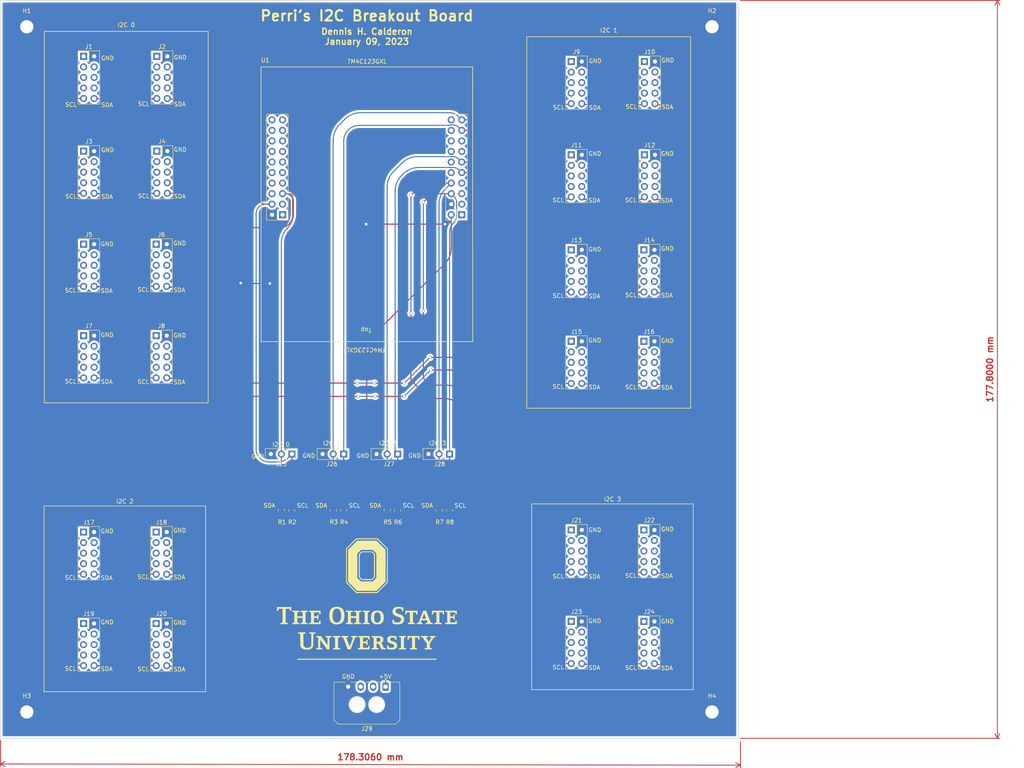
<source format=kicad_pcb>
(kicad_pcb (version 20211014) (generator pcbnew)
  (title_block (title "Perri's I2C Breakout") (date "2023-01-06") (rev "3") (company "The Ohio State University"))
  (layers (0 "F.Cu" signal) (31 "B.Cu" signal) (34 "B.Paste" user) (35 "F.Paste" user) (36 "B.SilkS" user "B.Silkscreen") (37 "F.SilkS" user "F.Silkscreen") (38 "B.Mask" user) (39 "F.Mask" user) (44 "Edge.Cuts" user))
  (net 0 "")
  (net 1 "GND")
  (net 6 "/SCL_0")
  (net 7 "/SDA_0")
  (net 64 "/SCL_1")
  (net 65 "/SDA_1")
  (net 122 "/SCL_2")
  (net 123 "/SDA_2")
  (net 152 "/SCL_3")
  (net 153 "/SDA_3")
  (net 178 "+5V")
  (footprint "HELIX:Perri_conn_2x5_CORRECT" (layer "F.Cu") (at 56.214272 190.425)
    (fp_text reference "J20")
    (fp_text value "PERRI_20")
  )
  (footprint "MountingHole:MountingHole_3.2mm_M3_ISO7380_Pad" (layer "F.Cu") (at 190.1443 211.74)
    (fp_text reference "H4")
    (fp_text value "Mount")
  )
  (footprint "HELIX:Perri_conn_2x5_CORRECT" (layer "F.Cu") (at 156.225 55.015)
    (fp_text reference "J9")
    (fp_text value "PERRI_9")
  )
  (footprint "Resistor_SMD:R_0805_2012Metric" (layer "F.Cu") (at 114.3793 163.175 -90)
    (fp_text reference "R6")
    (fp_text value "Resistor")
  )
  (footprint "HELIX:TM4C123GXL_launchpad_male_connector" (layer "F.Cu") (at 106.99 80.5 180)
    (fp_text reference "U1")
    (fp_text value "EK-TM4C123GXL")
  )
  (footprint "HELIX:Perri_conn_2x5_CORRECT" (layer "F.Cu") (at 156.225 122.425)
    (fp_text reference "J15")
    (fp_text value "PERRI_15")
  )
  (footprint "Connector_PinHeader_2.54mm:PinHeader_1x03_P2.54mm_Vertical" (layer "F.Cu") (at 88.9193 149.59 -90)
    (fp_text reference "J25")
    (fp_text value "Probe 0")
  )
  (footprint "HELIX:Perri_conn_2x5_CORRECT" (layer "F.Cu") (at 173.725 189.925)
    (fp_text reference "J24")
    (fp_text value "PERRI_24")
  )
  (footprint "HELIX:Perri_conn_2x5_CORRECT" (layer "F.Cu") (at 173.725 100.39)
    (fp_text reference "J14")
    (fp_text value "PERRI_14")
  )
  (footprint "HELIX:Perri_conn_2x5_CORRECT" (layer "F.Cu") (at 173.725 122.425)
    (fp_text reference "J16")
    (fp_text value "PERRI_16")
  )
  (footprint "Resistor_SMD:R_0805_2012Metric" (layer "F.Cu") (at 88.8793 163.175 -90)
    (fp_text reference "R2")
    (fp_text value "Resistor")
  )
  (footprint "HELIX:Perri_conn_2x5_CORRECT" (layer "F.Cu") (at 38.725 121.07)
    (fp_text reference "J7")
    (fp_text value "PERRI_7")
  )
  (footprint "MountingHole:MountingHole_3.2mm_M3_ISO7380_Pad" (layer "F.Cu") (at 25.0443 211.74)
    (fp_text reference "H3")
    (fp_text value "Mount")
  )
  (footprint "HELIX:Perri_conn_2x5_CORRECT" (layer "F.Cu") (at 156.225 167.89)
    (fp_text reference "J21")
    (fp_text value "PERRI_21")
  )
  (footprint "HELIX:Perri_conn_2x5_CORRECT" (layer "F.Cu") (at 56.225 99.035)
    (fp_text reference "J6")
    (fp_text value "PERRI_6")
  )
  (footprint "Resistor_SMD:R_0805_2012Metric" (layer "F.Cu") (at 126.8793 163.175 -90)
    (fp_text reference "R8")
    (fp_text value "Resistor")
  )
  (footprint "HELIX:Perri_conn_2x5_CORRECT" (layer "F.Cu") (at 173.865 77.495)
    (fp_text reference "J12")
    (fp_text value "PERRI_12")
  )
  (footprint "Connector_PinHeader_2.54mm:PinHeader_1x03_P2.54mm_Vertical" (layer "F.Cu") (at 126.9043 149.59 -90)
    (fp_text reference "J28")
    (fp_text value "Probe 3")
  )
  (footprint "Connector_PinHeader_2.54mm:PinHeader_1x03_P2.54mm_Vertical" (layer "F.Cu") (at 114.4043 149.59 -90)
    (fp_text reference "J27")
    (fp_text value "Probe 2")
  )
  (footprint "HELIX:Perri_conn_2x5_CORRECT" (layer "F.Cu") (at 38.725 99.035)
    (fp_text reference "J5")
    (fp_text value "PERRI_5")
  )
  (footprint "HELIX:Perri_conn_2x5_CORRECT" (layer "F.Cu") (at 56.365 53.77)
    (fp_text reference "J2")
    (fp_text value "PERRI_2")
  )
  (footprint "MountingHole:MountingHole_3.2mm_M3_ISO7380_Pad" (layer "F.Cu") (at 25.0443 46.64)
    (fp_text reference "H1")
    (fp_text value "Mount")
  )
  (footprint "Resistor_SMD:R_0805_2012Metric" (layer "F.Cu") (at 111.8793 163.0875 -90)
    (fp_text reference "R5")
    (fp_text value "Resistor")
  )
  (footprint "Connector_PinHeader_2.54mm:PinHeader_1x03_P2.54mm_Vertical" (layer "F.Cu") (at 101.4043 149.59 -90)
    (fp_text reference "J26")
    (fp_text value "Probe 1")
  )
  (footprint "HELIX:Perri_conn_2x5_CORRECT" (layer "F.Cu") (at 38.725 53.77)
    (fp_text reference "J1")
    (fp_text value "PERRI_1")
  )
  (footprint "Resistor_SMD:R_0805_2012Metric" (layer "F.Cu") (at 98.8793 163.175 -90)
    (fp_text reference "R3")
    (fp_text value "Resistor")
  )
  (footprint "HELIX:Perri_conn_2x5_CORRECT" (layer "F.Cu") (at 38.714272 190.425)
    (fp_text reference "J19")
    (fp_text value "PERRI_19")
  )
  (footprint "Resistor_SMD:R_0805_2012Metric" (layer "F.Cu") (at 124.3793 163.175 -90)
    (fp_text reference "R7")
    (fp_text value "Resistor")
  )
  (footprint "HELIX:Perri_conn_2x5_CORRECT" (layer "F.Cu") (at 56.214272 168.39)
    (fp_text reference "J18")
    (fp_text value "PERRI_18")
  )
  (footprint "HELIX:Perri_conn_2x5_CORRECT" (layer "F.Cu") (at 173.865 55.015)
    (fp_text reference "J10")
    (fp_text value "PERRI_10")
  )
  (footprint "HELIX:Perri_conn_2x5_CORRECT" (layer "F.Cu") (at 156.225 77.495)
    (fp_text reference "J11")
    (fp_text value "PERRI_11")
  )
  (footprint "LOGO" (layer "F.Cu") (at 106.9852 184.5)
    (fp_text reference "G***" hide)
    (fp_text value "LOGO" hide)
  )
  (footprint "HELIX:Perri_conn_2x5_CORRECT" (layer "F.Cu") (at 38.725 76.605)
    (fp_text reference "J3")
    (fp_text value "PERRI_3")
  )
  (footprint "Resistor_SMD:R_0805_2012Metric" (layer "F.Cu") (at 101.3793 163.175 -90)
    (fp_text reference "R4")
    (fp_text value "Resistor")
  )
  (footprint "HELIX:Perri_conn_2x5_CORRECT" (layer "F.Cu") (at 173.725 167.89)
    (fp_text reference "J22")
    (fp_text value "PERRI_22")
  )
  (footprint "HELIX:Perri_conn_2x5_CORRECT" (layer "F.Cu") (at 156.225 189.925)
    (fp_text reference "J23")
    (fp_text value "PERRI_23")
  )
  (footprint "Resistor_SMD:R_0805_2012Metric" (layer "F.Cu") (at 86.3793 163.0875 -90)
    (fp_text reference "R1")
    (fp_text value "Resistor")
  )
  (footprint "HELIX:Perri_conn_2x5_CORRECT" (layer "F.Cu") (at 56.365 76.605)
    (fp_text reference "J4")
    (fp_text value "PERRI_4")
  )
  (footprint "Connector_Molex:Molex_Micro-Fit_3.0_43650-0400_1x04_P3.00mm_Horizontal" (layer "F.Cu") (at 111.4852 205.64 180)
    (fp_text reference "J29")
    (fp_text value "Power")
  )
  (footprint "MountingHole:MountingHole_3.2mm_M3_ISO7380_Pad" (layer "F.Cu") (at 190.1443 46.64)
    (fp_text reference "H2")
    (fp_text value "Mount")
  )
  (footprint "HELIX:Perri_conn_2x5_CORRECT" (layer "F.Cu") (at 56.225 121.07)
    (fp_text reference "J8")
    (fp_text value "PERRI_8")
  )
  (footprint "HELIX:Perri_conn_2x5_CORRECT" (layer "F.Cu") (at 156.225 100.39)
    (fp_text reference "J13")
    (fp_text value "PERRI_13")
  )
  (footprint "HELIX:Perri_conn_2x5_CORRECT" (layer "F.Cu") (at 38.714272 168.39)
    (fp_text reference "J17")
    (fp_text value "PERRI_17")
  )
  (gr_rect (start 145.5 49.05) (end 185 138.55) (layer "F.SilkS") (width 0.15) (fill none))
  (gr_rect (start 146.688922 161.6125) (end 185.623922 206.3625) (layer "F.SilkS") (width 0.15) (fill none))
  (gr_line (start 132.49 122.5) (end 81.5 122.5) (layer "F.SilkS") (width 0.1524))
  (gr_circle (center 102.5 203.95) (end 102.5 203.95) (layer "F.SilkS") (width 0.15) (fill none))
  (gr_circle (center 111.5 203.95) (end 111.5 203.95) (layer "F.SilkS") (width 0.15) (fill none))
  (gr_rect (start 29.211072 162.1125) (end 68.146072 206.8625) (layer "F.SilkS") (width 0.15) (fill none))
  (gr_line (start 81.49 56.32) (end 132.48 56.31) (layer "F.SilkS") (width 0.1524))
  (gr_line (start 81.5 122.5) (end 81.49 56.32) (layer "F.SilkS") (width 0.1524))
  (gr_rect (start 29.25 47.75) (end 68.75 137.25) (layer "F.SilkS") (width 0.15) (fill none))
  (gr_line (start 132.48 56.31) (end 132.49 122.5) (layer "F.SilkS") (width 0.1524))
  (gr_rect (start 18.6943 40.29) (end 196.4943 218.09) (layer "Edge.Cuts") (width 0.15) (fill none))
  (gr_text "GND\n" (at 161.9 189.8) (layer "F.SilkS") (effects (font (size 1 1))))
  (gr_text "SDA\n" (at 161.8 111.55) (layer "F.SilkS") (effects (font (size 1 1))))
  (gr_text "SDA" (at 109 162) (layer "F.SilkS") (effects (font (size 1 1))))
  (gr_text "SDA\n" (at 161.9 66.15) (layer "F.SilkS") (effects (font (size 1 1))))
  (gr_text "SDA\n" (at 179.3 88.5) (layer "F.SilkS") (effects (font (size 1 1))))
  (gr_text "SDA\n" (at 61.8 201.475) (layer "F.SilkS") (effects (font (size 1 1))))
  (gr_text "SCL" (at 91.5 162) (layer "F.SilkS") (effects (font (size 1 1))))
  (gr_text "SCL" (at 129.5 162) (layer "F.SilkS") (effects (font (size 1 1))))
  (gr_text "SDA\n" (at 179.4 65.975) (layer "F.SilkS") (effects (font (size 1 1))))
  (gr_text "SDA\n" (at 44.3 179.45) (layer "F.SilkS") (effects (font (size 1 1))))
  (gr_text "SCL\n" (at 53.2 65.225) (layer "F.SilkS") (effects (font (size 1 1))))
  (gr_text "GND\n" (at 161.9 122.2) (layer "F.SilkS") (effects (font (size 1 1))))
  (gr_text "Top" (at 106.8 119.7 180) (layer "F.SilkS") (effects (font (size 1 1))))
  (gr_text "GND\n" (at 61.9 98.8) (layer "F.SilkS") (effects (font (size 1 1))))
  (gr_text "SCL\n" (at 35.6 132.1) (layer "F.SilkS") (effects (font (size 1 1))))
  (gr_text "SDA\n" (at 61.8 132.275) (layer "F.SilkS") (effects (font (size 1 1))))
  (gr_text "I2C 2\n" (at 112 147) (layer "F.SilkS") (effects (font (size 1 1))))
  (gr_text "GND\n" (at 62 76.225) (layer "F.SilkS") (effects (font (size 1 1))))
  (gr_text "SCL\n" (at 153.1 88.425) (layer "F.SilkS") (effects (font (size 1 1))))
  (gr_text "GND\n" (at 61.9 190.2) (layer "F.SilkS") (effects (font (size 1 1))))
  (gr_text "SCL\n" (at 153.1 179.075) (layer "F.SilkS") (effects (font (size 1 1))))
  (gr_text "GND\n" (at 44.5 76.325) (layer "F.SilkS") (effects (font (size 1 1))))
  (gr_text "SCL\n" (at 35.6 201.3) (layer "F.SilkS") (effects (font (size 1 1))))
  (gr_text "SCL\n" (at 153.1 111.475) (layer "F.SilkS") (effects (font (size 1 1))))
  (gr_text "SCL\n" (at 35.6 110.175) (layer "F.SilkS") (effects (font (size 1 1))))
  (gr_text "I2C 3\n" (at 166.156422 160.5) (layer "F.SilkS") (effects (font (size 1 1))))
  (gr_text "I2C 2\n" (at 48.678572 161) (layer "F.SilkS") (effects (font (size 1 1))))
  (gr_text "SCL\n" (at 53.1 179.2) (layer "F.SilkS") (effects (font (size 1 1))))
  (gr_text "GND\n" (at 161.9 167.875) (layer "F.SilkS") (effects (font (size 1 1))))
  (gr_text "GND\n" (at 161.9 77.225) (layer "F.SilkS") (effects (font (size 1 1))))
  (gr_text "SDA\n" (at 61.8 110.075) (layer "F.SilkS") (effects (font (size 1 1))))
  (gr_text "I2C 1\n" (at 98.5 147) (layer "F.SilkS") (effects (font (size 1 1))))
  (gr_text "SCL\n" (at 53.2 87.425) (layer "F.SilkS") (effects (font (size 1 1))))
  (gr_text "SDA\n" (at 61.8 179.275) (layer "F.SilkS") (effects (font (size 1 1))))
  (gr_text "SCL\n" (at 35.7 87.525) (layer "F.SilkS") (effects (font (size 1 1))))
  (gr_text "SCL" (at 104 162) (layer "F.SilkS") (effects (font (size 1 1))))
  (gr_text "SCL\n" (at 153.2 66.075) (layer "F.SilkS") (effects (font (size 1 1))))
  (gr_text "GND\n" (at 44.4 98.975) (layer "F.SilkS") (effects (font (size 1 1))))
  (gr_text "SCL\n" (at 170.6 133.5) (layer "F.SilkS") (effects (font (size 1 1))))
  (gr_text "SCL\n" (at 170.6 201.1) (layer "F.SilkS") (effects (font (size 1 1))))
  (gr_text "SDA\n" (at 161.8 179.15) (layer "F.SilkS") (effects (font (size 1 1))))
  (gr_text "I2C 1\n" (at 165.25 47.5) (layer "F.SilkS") (effects (font (size 1 1))))
  (gr_text "GND\n" (at 161.9 100.275) (layer "F.SilkS") (effects (font (size 1 1))))
  (gr_text "GND\n" (at 44.4 168.175) (layer "F.SilkS") (effects (font (size 1 1))))
  (gr_text "SDA\n" (at 179.3 201.175) (layer "F.SilkS") (effects (font (size 1 1))))
  (gr_text "GND\n" (at 179.5 54.7) (layer "F.SilkS") (effects (font (size 1 1))))
  (gr_text "SDA" (at 96 162) (layer "F.SilkS") (effects (font (size 1 1))))
  (gr_text "SCL\n" (at 53.1 132.2) (layer "F.SilkS") (effects (font (size 1 1))))
  (gr_text "GND\n" (at 44.4 190.1) (layer "F.SilkS") (effects (font (size 1 1))))
  (gr_text "SCL\n" (at 53.1 110) (layer "F.SilkS") (effects (font (size 1 1))))
  (gr_text "SCL\n" (at 170.7 65.9) (layer "F.SilkS") (effects (font (size 1 1))))
  (gr_text "GND\n" (at 44.5 54.2) (layer "F.SilkS") (effects (font (size 1 1))))
  (gr_text "SDA\n" (at 161.8 201.075) (layer "F.SilkS") (effects (font (size 1 1))))
  (gr_text "SDA\n" (at 44.3 132.175) (layer "F.SilkS") (effects (font (size 1 1))))
  (gr_text "Dennis H. Calderon\nJanuary 09, 2023" (at 106.985 49) (layer "F.SilkS") (effects (font (size 1.5 1.5) (thickness 0.3))))
  (gr_text "GND\n" (at 102.5 203.2) (layer "F.SilkS") (effects (font (size 1 1))))
  (gr_text "SCL\n" (at 35.6 179.375) (layer "F.SilkS") (effects (font (size 1 1))))
  (gr_text "SCL\n" (at 35.7 65.4) (layer "F.SilkS") (effects (font (size 1 1))))
  (gr_text "SDA\n" (at 179.3 178.975) (layer "F.SilkS") (effects (font (size 1 1))))
  (gr_text "SDA\n" (at 61.9 87.5) (layer "F.SilkS") (effects (font (size 1 1))))
  (gr_text "Perri's I2C Breakout Board\n" (at 106.985 44) (layer "F.SilkS") (effects (font (size 2.5 2.5) (thickness 0.5))))
  (gr_text "SDA\n" (at 44.3 110.25) (layer "F.SilkS") (effects (font (size 1 1))))
  (gr_text "SDA\n" (at 61.9 65.3) (layer "F.SilkS") (effects (font (size 1 1))))
  (gr_text "SCL\n" (at 170.6 178.9) (layer "F.SilkS") (effects (font (size 1 1))))
  (gr_text "SCL\n" (at 53.1 201.4) (layer "F.SilkS") (effects (font (size 1 1))))
  (gr_text "GND\n" (at 61.9 121) (layer "F.SilkS") (effects (font (size 1 1))))
  (gr_text "SDA\n" (at 179.3 111.375) (layer "F.SilkS") (effects (font (size 1 1))))
  (gr_text "SCL\n" (at 153.1 133.4) (layer "F.SilkS") (effects (font (size 1 1))))
  (gr_text "SDA\n" (at 179.3 133.575) (layer "F.SilkS") (effects (font (size 1 1))))
  (gr_text "GND\n" (at 162 54.875) (layer "F.SilkS") (effects (font (size 1 1))))
  (gr_text "SCL\n" (at 170.6 111.3) (layer "F.SilkS") (effects (font (size 1 1))))
  (gr_text "I2C 3\n" (at 124 147) (layer "F.SilkS") (effects (font (size 1 1))))
  (gr_text "GND\n" (at 179.4 100.1) (layer "F.SilkS") (effects (font (size 1 1))))
  (gr_text "GND\n" (at 62 54.025) (layer "F.SilkS") (effects (font (size 1 1))))
  (gr_text "SDA" (at 83.5 162) (layer "F.SilkS") (effects (font (size 1 1))))
  (gr_text "GND\n" (at 179.4 122.3) (layer "F.SilkS") (effects (font (size 1 1))))
  (gr_text "GND\n" (at 179.4 77.225) (layer "F.SilkS") (effects (font (size 1 1))))
  (gr_text "TM4C123GXL" (at 106.985 55) (layer "F.SilkS") (effects (font (size 1 1) (thickness 0.15) italic)))
  (gr_text "SDA\n" (at 44.4 65.475) (layer "F.SilkS") (effects (font (size 1 1))))
  (gr_text "GND\n" (at 44.4 120.9) (layer "F.SilkS") (effects (font (size 1 1))))
  (gr_text "GND" (at 106 150) (layer "F.SilkS") (effects (font (size 1 1))))
  (gr_text "SDA\n" (at 44.4 87.6) (layer "F.SilkS") (effects (font (size 1 1))))
  (gr_text "GND" (at 118.5 150) (layer "F.SilkS") (effects (font (size 1 1))))
  (gr_text "GND\n" (at 179.4 167.7) (layer "F.SilkS") (effects (font (size 1 1))))
  (gr_text "SDA\n" (at 161.8 133.475) (layer "F.SilkS") (effects (font (size 1 1))))
  (gr_text "SCL" (at 117 162) (layer "F.SilkS") (effects (font (size 1 1))))
  (gr_text "SCL\n" (at 170.6 88.425) (layer "F.SilkS") (effects (font (size 1 1))))
  (gr_text "I2C 0\n\n" (at 49 47) (layer "F.SilkS") (effects (font (size 1 1))))
  (gr_text "SCL\n" (at 153.1 201) (layer "F.SilkS") (effects (font (size 1 1))))
  (gr_text "SDA\n" (at 44.3 201.375) (layer "F.SilkS") (effects (font (size 1 1))))
  (gr_text "GND" (at 80.7 150.2) (layer "F.SilkS") (effects (font (size 1 1))))
  (gr_text "I2C 0\n" (at 86.3 147.3) (layer "F.SilkS") (effects (font (size 1 1))))
  (gr_text "GND\n" (at 179.4 189.9) (layer "F.SilkS") (effects (font (size 1 1))))
  (gr_text "GND\n" (at 61.9 168) (layer "F.SilkS") (effects (font (size 1 1))))
  (gr_text "+5V\n" (at 111.4 203.2) (layer "F.SilkS") (effects (font (size 1 1))))
  (gr_text "GND" (at 93 150) (layer "F.SilkS") (effects (font (size 1 1))))
  (gr_text "SDA" (at 121.5 162) (layer "F.SilkS") (effects (font (size 1 1))))
  (gr_text "SDA\n" (at 161.8 88.5) (layer "F.SilkS") (effects (font (size 1 1))))
  (dimension (type aligned) (layer "F.Cu") (pts (xy 196.4943 40.29) (xy 196.4943 218.09)) (height -62.4057) (gr_text "7000.0000 mils" (at 257.1 129.19 90) (layer "F.Cu") (effects (font (size 1.5 1.5) (thickness 0.3)))) (format (units 3) (units_format 1) (precision 4)) (style (thickness 0.2) (arrow_length 1.27) (text_position_mode 0) (extension_height 0.58642) (extension_offset 0.5) keep_text_aligned))
  (dimension (type aligned) (layer "F.Cu") (pts (xy 197 218.4) (xy 18.6943 218.09)) (height -6.169471) (gr_text "7019.9200 mils" (at 107.839553 222.614465 -0.09961360603) (layer "F.Cu") (effects (font (size 1.5 1.5) (thickness 0.3)))) (format (units 3) (units_format 1) (precision 4)) (style (thickness 0.2) (arrow_length 1.27) (text_position_mode 0) (extension_height 0.58642) (extension_offset 0.5) keep_text_aligned))
  (segment (start 83.6 108.5) (end 76.77071 108.5) (width 0.254) (layer "F.Cu") (net 1))
  (segment (start 76.6 108.4) (end 76.65 108.45) (width 0.254) (layer "F.Cu") (net 1))
  (segment (start 106.8 94.2) (end 125.8 94.2) (width 0.254) (layer "F.Cu") (net 1))
  (via (at 125.8 94.2) (size 0.762) (drill 0.635) (layers "F.Cu" "B.Cu") (net 1))
  (via (at 83.6 108.5) (size 0.762) (drill 0.635) (layers "F.Cu" "B.Cu") (net 1))
  (via (at 76.6 108.4) (size 0.762) (drill 0.635) (layers "F.Cu" "B.Cu") (net 1))
  (via (at 106.8 94.2) (size 0.762) (drill 0.635) (layers "F.Cu" "B.Cu") (net 1))
  (arc (start 76.65 108.45) (mid 76.705382 108.487005) (end 76.77071 108.5) (width 0.254) (layer "F.Cu") (net 1))
  (segment (start 55.070024 109.2) (end 54.993097 109.2) (width 0.254) (layer "F.Cu") (net 6))
  (segment (start 55.171079 109.2) (end 55.166222 109.2) (width 0.254) (layer "F.Cu") (net 6))
  (segment (start 54.308559 86.8) (end 54.265775 86.8) (width 0.254) (layer "F.Cu") (net 6))
  (segment (start 55.5925 131.3) (end 56.3 131.3) (width 0.254) (layer "F.Cu") (net 6))
  (segment (start 54.215415 86.8) (end 54.209453 86.8) (width 0.254) (layer "F.Cu") (net 6))
  (segment (start 54.502831 109.2) (end 54.487891 109.2) (width 0.254) (layer "F.Cu") (net 6))
  (segment (start 55.696983 86.8) (end 55.771875 86.8) (width 0.254) (layer "F.Cu") (net 6))
  (segment (start 54.083806 109.2) (end 54.071055 109.2) (width 0.254) (layer "F.Cu") (net 6))
  (segment (start 53.815 129.473395) (end 53.815 109.345104) (width 0.254) (layer "F.Cu") (net 6))
  (segment (start 55.122902 109.2) (end 55.094074 109.2) (width 0.254) (layer "F.Cu") (net 6))
  (segment (start 54.251011 64) (end 54.234767 64) (width 0.254) (layer "F.Cu") (net 6))
  (segment (start 37.930335 86.73) (end 37.832163 86.73) (width 0.254) (layer "F.Cu") (net 6))
  (segment (start 54.522014 64) (end 54.520968 64) (width 0.254) (layer "F.Cu") (net 6))
  (segment (start 54.001428 64) (end 53.99363 64) (width 0.254) (layer "F.Cu") (net 6))
  (segment (start 36.489459 86.73) (end 36.486422 86.73) (width 0.254) (layer "F.Cu") (net 6))
  (segment (start 54.946089 109.2) (end 54.929 109.2) (width 0.254) (layer "F.Cu") (net 6))
  (segment (start 55.310358 86.8) (end 55.26972 86.8) (width 0.254) (layer "F.Cu") (net 6))
  (segment (start 53.968225 64) (end 53.965756 64) (width 0.254) (layer "F.Cu") (net 6))
  (segment (start 55.570547 64) (end 55.541849 64) (width 0.254) (layer "F.Cu") (net 6))
  (segment (start 74.393792 80.039828) (end 74.393792 57.947755) (width 0.254) (layer "F.Cu") (net 6))
  (segment (start 55.166222 109.2) (end 55.146951 109.2) (width 0.254) (layer "F.Cu") (net 6))
  (segment (start 53.84282 86.8) (end 53.840606 86.8) (width 0.254) (layer "F.Cu") (net 6))
  (segment (start 54.050551 64) (end 54.043534 64) (width 0.254) (layer "F.Cu") (net 6))
  (segment (start 53.991028 109.2) (end 53.980371 109.2) (width 0.254) (layer "F.Cu") (net 6))
  (segment (start 36.2075 86.777595) (end 36.2075 87.007404) (width 0.254) (layer "F.Cu") (net 6))
  (segment (start 54.10082 86.8) (end 54.069066 86.8) (width 0.254) (layer "F.Cu") (net 6))
  (segment (start 54.005557 86.8) (end 53.996588 86.8) (width 0.254) (layer "F.Cu") (net 6))
  (segment (start 54.104027 109.2) (end 54.101838 109.2) (width 0.254) (layer "F.Cu") (net 6))
  (segment (start 36.548546 86.73) (end 36.551923 86.73) (width 0.254) (layer "F.Cu") (net 6))
  (segment (start 37.719752 86.73) (end 37.70701 86.73) (width 0.254) (layer "F.Cu") (net 6))
  (segment (start 36.502393 86.73) (end 36.496808 86.73) (width 0.254) (layer "F.Cu") (net 6))
  (segment (start 55.207599 86.8) (end 55.182059 86.8) (width 0.254) (layer "F.Cu") (net 6))
  (segment (start 36.560752 86.73) (end 36.557809 86.73) (width 0.254) (layer "F.Cu") (net 6))
  (segment (start 53.974593 64) (end 53.968225 64) (width 0.254) (layer "F.Cu") (net 6))
  (segment (start 54.094214 64) (end 54.090057 64) (width 0.254) (layer "F.Cu") (net 6))
  (segment (start 36.517243 86.73) (end 36.510186 86.73) (width 0.254) (layer "F.Cu") (net 6))
  (segment (start 54.378032 64) (end 54.349966 64) (width 0.254) (layer "F.Cu") (net 6))
  (segment (start 54.829245 64) (end 54.820932 64) (width 0.254) (layer "F.Cu") (net 6))
  (segment (start 37.016401 86.73) (end 37.011719 86.73) (width 0.254) (layer "F.Cu") (net 6))
  (segment (start 55.220951 86.8) (end 55.219787 86.8) (width 0.254) (layer "F.Cu") (net 6))
  (segment (start 54.101838 109.2) (end 54.096557 109.2) (width 0.254) (layer "F.Cu") (net 6))
  (segment (start 55.353489 109.2) (end 55.305468 109.2) (width 0.254) (layer "F.Cu") (net 6))
  (segment (start 55.800157 64) (end 55.691095 64) (width 0.254) (layer "F.Cu") (net 6))
  (segment (start 53.965171 109.2) (end 53.961793 109.2) (width 0.254) (layer "F.Cu") (net 6))
  (segment (start 54.60432 109.2) (end 54.57444 109.2) (width 0.254) (layer "F.Cu") (net 6))
  (segment (start 54.285712 64) (end 54.27389 64) (width 0.254) (layer "F.Cu") (net 6))
  (segment (start 37.692772 86.73) (end 37.677038 86.73) (width 0.254) (layer "F.Cu") (net 6))
  (segment (start 37.165763 86.73) (end 37.157535 86.73) (width 0.254) (layer "F.Cu") (net 6))
  (segment (start 54.812619 64) (end 54.804306 64) (width 0.254) (layer "F.Cu") (net 6))
  (segment (start 54.472951 109.2) (end 54.454919 109.2) (width 0.254) (layer "F.Cu") (net 6))
  (segment (start 37.474711 86.73) (end 37.364489 86.73) (width 0.254) (layer "F.Cu") (net 6))
  (segment (start 54.191622 109.2) (end 54.176586 109.2) (width 0.254) (layer "F.Cu") (net 6))
  (segment (start 53.815 64.145104) (end 53.815 64.024895) (width 0.254) (layer "F.Cu") (net 6))
  (segment (start 53.847248 86.8) (end 53.84282 86.8) (width 0.254) (layer "F.Cu") (net 6))
  (segment (start 54.479921 64) (end 54.463293 64) (width 0.254) (layer "F.Cu") (net 6))
  (segment (start 54.221694 109.2) (end 54.206658 109.2) (width 0.254) (layer "F.Cu") (net 6))
  (segment (start 55.455755 64) (end 55.429921 64) (width 0.254) (layer "F.Cu") (net 6))
  (segment (start 54.464544 86.8) (end 54.428668 86.8) (width 0.254) (layer "F.Cu") (net 6))
  (segment (start 38.093327 86.73) (end 38.061858 86.73) (width 0.254) (layer "F.Cu") (net 6))
  (segment (start 54.222871 64) (end 54.189085 64) (width 0.254) (layer "F.Cu") (net 6))
  (segment (start 54.261344 64) (end 54.256921 64) (width 0.254) (layer "F.Cu") (net 6))
  (segment (start 54.656663 64) (end 54.687855 64) (width 0.254) (layer "F.Cu") (net 6))
  (segment (start 54.043534 64) (end 54.036517 64) (width 0.254) (layer "F.Cu") (net 6))
  (segment (start 54.098371 64) (end 54.094214 64) (width 0.254) (layer "F.Cu") (net 6))
  (segment (start 36.726402 86.73) (end 36.71376 86.73) (width 0.254) (layer "F.Cu") (net 6))
  (segment (start 53.857428 86.8) (end 53.850353 86.8) (width 0.254) (layer "F.Cu") (net 6))
  (segment (start 54.106216 109.2) (end 54.113686 109.2) (width 0.254) (layer "F.Cu") (net 6))
  (segment (start 55.190195 109.2) (end 55.180637 109.2) (width 0.254) (layer "F.Cu") (net 6))
  (segment (start 54.519575 109.2) (end 54.513392 109.2) (width 0.254) (layer "F.Cu") (net 6))
  (segment (start 53.89772 86.8) (end 53.91765 86.8) (width 0.254) (layer "F.Cu") (net 6))
  (segment (start 55.429921 64) (end 55.404087 64) (width 0.254) (layer "F.Cu") (net 6))
  (segment (start 54.86876 64) (end 54.887473 64) (width 0.254) (layer "F.Cu") (net 6))
  (segment (start 53.960104 109.2) (end 53.961793 109.2) (width 0.254) (layer "F.Cu") (net 6))
  (segment (start 54.331216 109.2) (end 54.2844 109.2) (width 0.254) (layer "F.Cu") (net 6))
  (segment (start 36.271516 63.93) (end 38.725 63.93) (width 0.254) (layer "F.Cu") (net 6))
  (segment (start 36.840783 86.73) (end 36.825198 86.73) (width 0.254) (layer "F.Cu") (net 6))
  (segment (start 54.071055 109.2) (end 54.05288 109.2) (width 0.254) (layer "F.Cu") (net 6))
  (segment (start 54.656663 64) (end 54.621314 64) (width 0.254) (layer "F.Cu") (net 6))
  (segment (start 55.267005 109.2) (end 55.25737 109.2) (width 0.254) (layer "F.Cu") (net 6))
  (segment (start 54.00278 109.2) (end 54.017981 109.2) (width 0.254) (layer "F.Cu") (net 6))
  (segment (start 37.661304 86.73) (end 37.64557 86.73) (width 0.254) (layer "F.Cu") (net 6))
  (segment (start 55.207599 86.8) (end 55.219787 86.8) (width 0.254) (layer "F.Cu") (net 6))
  (segment (start 54.577743 86.8) (end 54.586712 86.8) (width 0.254) (layer "F.Cu") (net 6))
  (segment (start 54.715464 109.2) (end 54.722838 109.2) (width 0.254) (layer "F.Cu") (net 6))
  (segment (start 53.864503 86.8) (end 53.857428 86.8) (width 0.254) (layer "F.Cu") (net 6))
  (segment (start 37.5989 86.73) (end 37.622522 86.73) (width 0.254) (layer "F.Cu") (net 6))
  (segment (start 53.960104 64) (end 53.961988 64) (width 0.254) (layer "F.Cu") (net 6))
  (segment (start 54.251011 64) (end 54.256921 64) (width 0.254) (layer "F.Cu") (net 6))
  (segment (start 36.489459 86.73) (end 36.491223 86.73) (width 0.254) (layer "F.Cu") (net 6))
  (segment (start 54.733592 109.2) (end 54.722838 109.2) (width 0.254) (layer "F.Cu") (net 6))
  (segment (start 82.81 89.39) (end 84.13 89.39) (width 0.254) (layer "F.Cu") (net 6))
  (segment (start 54.116568 64) (end 54.125405 64) (width 0.254) (layer "F.Cu") (net 6))
  (segment (start 55.295024 64) (end 55.240493 64) (width 0.254) (layer "F.Cu") (net 6))
  (segment (start 54.526115 86.8) (end 54.510601 86.8) (width 0.254) (layer "F.Cu") (net 6))
  (segment (start 36.752989 86.73) (end 36.747537 86.73) (width 0.254) (layer "F.Cu") (net 6))
  (segment (start 37.506796 86.73) (end 37.474711 86.73) (width 0.254) (layer "F.Cu") (net 6))
  (segment (start 66.546036 50.1) (end 53.810606 50.1) (width 0.254) (layer "F.Cu") (net 6))
  (segment (start 55.122902 109.2) (end 55.12768 109.2) (width 0.254) (layer "F.Cu") (net 6))
  (segment (start 36.7 109.1075) (end 37.170402 109.1075) (width 0.254) (layer "F.Cu") (net 6))
  (segment (start 37.768838 86.73) (end 37.740361 86.73) (width 0.254) (layer "F.Cu") (net 6))
  (segment (start 54.27019 64) (end 54.265767 64) (width 0.254) (layer "F.Cu") (net 6))
  (segment (start 36.71376 86.73) (end 36.691285 86.73) (width 0.254) (layer "F.Cu") (net 6))
  (segment (start 54.206658 109.2) (end 54.191622 109.2) (width 0.254) (layer "F.Cu") (net 6))
  (segment (start 37.70701 86.73) (end 37.694268 86.73) (width 0.254) (layer "F.Cu") (net 6))
  (segment (start 54.744346 109.2) (end 54.733592 109.2) (width 0.254) (layer "F.Cu") (net 6))
  (segment (start 53.789393 50.1) (end 53.810606 50.1) (width 0.254) (layer "F.Cu") (net 6))
  (segment (start 37.002355 86.73) (end 36.997673 86.73) (width 0.254) (layer "F.Cu") (net 6))
  (segment (start 36.557809 86.73) (end 36.554866 86.73) (width 0.254) (layer "F.Cu") (net 6))
  (segment (start 37.692772 86.73) (end 37.694268 86.73) (width 0.254) (layer "F.Cu") (net 6))
  (segment (start 53.957593 86.8) (end 53.987619 86.8) (width 0.254) (layer "F.Cu") (net 6))
  (segment (start 54.27019 64) (end 54.27389 64) (width 0.254) (layer "F.Cu") (net 6))
  (segment (start 54.762716 64) (end 54.746081 64) (width 0.254) (layer "F.Cu") (net 6))
  (segment (start 55.008486 86.8) (end 54.881469 86.8) (width 0.254) (layer "F.Cu") (net 6))
  (segment (start 53.97264 109.2) (end 53.967835 109.2) (width 0.254) (layer "F.Cu") (net 6))
  (segment (start 54.963178 109.2) (end 54.946089 109.2) (width 0.254) (layer "F.Cu") (net 6))
  (segment (start 37.64557 86.73) (end 37.643132 86.73) (width 0.254) (layer "F.Cu") (net 6))
  (segment (start 54.015738 86.8) (end 54.014526 86.8) (width 0.254) (layer "F.Cu") (net 6))
  (segment (start 54.554219 109.2) (end 54.553316 109.2) (width 0.254) (layer "F.Cu") (net 6))
  (segment (start 54.536295 86.8) (end 54.531448 86.8) (width 0.254) (layer "F.Cu") (net 6))
  (segment (start 55.222115 86.8) (end 55.220951 86.8) (width 0.254) (layer "F.Cu") (net 6))
  (segment (start 54.621448 109.2) (end 54.60432 109.2) (width 0.254) (layer "F.Cu") (net 6))
  (segment (start 54.222991 86.8) (end 54.219203 86.8) (width 0.254) (layer "F.Cu") (net 6))
  (segment (start 54.787672 64) (end 54.762716 64) (width 0.254) (layer "F.Cu") (net 6))
  (segment (start 40.462463 50.1) (end 53.789393 50.1) (width 0.254) (layer "F.Cu") (net 6))
  (segment (start 55.800157 64) (end 55.827422 64) (width 0.254) (layer "F.Cu") (net 6))
  (segment (start 55.263335 86.8) (end 55.26972 86.8) (width 0.254) (layer "F.Cu") (net 6))
  (segment (start 53.8796 86.8) (end 53.867177 86.8) (width 0.254) (layer "F.Cu") (net 6))
  (segment (start 54.209453 86.8) (end 54.193742 86.8) (width 0.254) (layer "F.Cu") (net 6))
  (segment (start 36.2075 63.919016) (end 36.2075 63.865983) (width 0.254) (layer "F.Cu") (net 6))
  (segment (start 37.007037 86.73) (end 37.002355 86.73) (width 0.254) (layer "F.Cu") (net 6))
  (segment (start 36.825198 86.73) (end 36.809613 86.73) (width 0.254) (layer "F.Cu") (net 6))
  (segment (start 54.513177 64) (end 54.520968 64) (width 0.254) (layer "F.Cu") (net 6))
  (segment (start 53.977445 109.2) (end 53.97264 109.2) (width 0.254) (layer "F.Cu") (net 6))
  (segment (start 54.525758 109.2) (end 54.527045 109.2) (width 0.254) (layer "F.Cu") (net 6))
  (segment (start 36.510186 86.73) (end 36.503129 86.73) (width 0.254) (layer "F.Cu") (net 6))
  (segment (start 37.250625 109.103125) (end 37.239375 109.091875) (width 0.254) (layer "F.Cu") (net 6))
  (segment (start 54.268723 109.2) (end 54.25326 109.2) (width 0.254) (layer "F.Cu") (net 6))
  (segment (start 54.05288 109.2) (end 54.041175 109.2) (width 0.254) (layer "F.Cu") (net 6))
  (segment (start 37.31122 86.73) (end 37.307536 86.73) (width 0.254) (layer "F.Cu") (net 6))
  (segment (start 55.349555 64) (end 55.295024 64) (width 0.254) (layer "F.Cu") (net 6))
  (segment (start 54.025497 109.2) (end 54.021739 109.2) (width 0.254) (layer "F.Cu") (net 6))
  (segment (start 54.585965 64) (end 54.581808 64) (width 0.254) (layer "F.Cu") (net 6))
  (segment (start 54.041175 109.2) (end 54.02947 109.2) (width 0.254) (layer "F.Cu") (net 6))
  (segment (start 54.00278 109.2) (end 53.998498 109.2) (width 0.254) (layer "F.Cu") (net 6))
  (segment (start 55.396912 64) (end 55.404087 64) (width 0.254) (layer "F.Cu") (net 6))
  (segment (start 53.965756 64) (end 53.961988 64) (width 0.254) (layer "F.Cu") (net 6))
  (segment (start 54.026185 64) (end 54.009226 64) (width 0.254) (layer "F.Cu") (net 6))
  (segment (start 54.545989 86.8) (end 54.554958 86.8) (width 0.254) (layer "F.Cu") (net 6))
  (segment (start 36.486422 86.73) (end 36.484904 86.73) (width 0.254) (layer "F.Cu") (net 6))
  (segment (start 54.804306 64) (end 54.795993 64) (width 0.254) (layer "F.Cu") (net 6))
  (segment (start 37.5989 86.73) (end 37.552848 86.73) (width 0.254) (layer "F.Cu") (net 6))
  (segment (start 55.105439 86.8) (end 55.079899 86.8) (width 0.254) (layer "F.Cu") (net 6))
  (segment (start 54.25326 109.2) (end 54.237797 109.2) (width 0.254) (layer "F.Cu") (net 6))
  (segment (start 54.293834 64) (end 54.285712 64) (width 0.254) (layer "F.Cu") (net 6))
  (segment (start 54.496549 64) (end 54.479921 64) (width 0.254) (layer "F.Cu") (net 6))
  (segment (start 37.011719 86.73) (end 37.007037 86.73) (width 0.254) (layer "F.Cu") (net 6))
  (segment (start 37.019946 86.73) (end 37.016401 86.73) (width 0.254) (layer "F.Cu") (net 6))
  (segment (start 53.980961 64) (end 53.974593 64) (width 0.254) (layer "F.Cu") (net 6))
  (segment (start 55.25737 109.2) (end 55.242995 109.2) (width 0.254) (layer "F.Cu") (net 6))
  (segment (start 54.226779 86.8) (end 54.234634 86.8) (width 0.254) (layer "F.Cu") (net 6))
  (segment (start 54.037312 86.8) (end 54.027131 86.8) (width 0.254) (layer "F.Cu") (net 6))
  (segment (start 55.370151 86.8) (end 55.316743 86.8) (width 0.254) (layer "F.Cu") (net 6))
  (segment (start 54.627435 86.8) (end 54.586712 86.8) (width 0.254) (layer "F.Cu") (net 6))
  (segment (start 54.265775 86.8) (end 54.254132 86.8) (width 0.254) (layer "F.Cu") (net 6))
  (segment (start 53.815 64.145104) (end 53.815 86.804393) (width 0.254) (layer "F.Cu") (net 6))
  (segment (start 55.513151 64) (end 55.484453 64) (width 0.254) (layer "F.Cu") (net 6))
  (segment (start 54.746081 64) (end 54.687855 64) (width 0.254) (layer "F.Cu") (net 6))
  (segment (start 36.606914 86.73) (end 36.613092 86.73) (width 0.254) (layer "F.Cu") (net 6))
  (segment (start 54.39031 109.2) (end 54.366519 109.2) (width 0.254) (layer "F.Cu") (net 6))
  (segment (start 38.028507 86.73) (end 38.061858 86.73) (width 0.254) (layer "F.Cu") (net 6))
  (segment (start 54.553316 109.2) (end 54.544559 109.2) (width 0.254) (layer "F.Cu") (net 6))
  (segment (start 54.955621 64) (end 54.954013 64) (width 0.254) (layer "F.Cu") (net 6))
  (segment (start 53.982715 64) (end 53.980961 64) (width 0.254) (layer "F.Cu") (net 6))
  (segment (start 54.057568 64) (end 54.0859 64) (width 0.254) (layer "F.Cu") (net 6))
  (segment (start 36.788308 86.73) (end 36.776535 86.73) (width 0.254) (layer "F.Cu") (net 6))
  (segment (start 54.525758 109.2) (end 54.519575 109.2) (width 0.254) (layer "F.Cu") (net 6))
  (segment (start 55.156519 86.8) (end 55.130979 86.8) (width 0.254) (layer "F.Cu") (net 6))
  (segment (start 36.747537 86.73) (end 36.746668 86.73) (width 0.254) (layer "F.Cu") (net 6))
  (segment (start 38.124796 86.73) (end 38.222968 86.73) (width 0.254) (layer "F.Cu") (net 6))
  (segment (start 54.103051 64) (end 54.098371 64) (width 0.254) (layer "F.Cu") (net 6))
  (segment (start 54.531448 86.8) (end 54.526115 86.8) (width 0.254) (layer "F.Cu") (net 6))
  (segment (start 37.039945 86.73) (end 37.031718 86.73) (width 0.254) (layer "F.Cu") (net 6))
  (segment (start 54.226779 86.8) (end 54.222991 86.8) (width 0.254) (layer "F.Cu") (net 6))
  (segment (start 53.8796 86.8) (end 53.881842 86.8) (width 0.254) (layer "F.Cu") (net 6))
  (segment (start 54.229425 109.2) (end 54.228998 109.2) (width 0.254) (layer "F.Cu") (net 6))
  (segment (start 54.715464 109.2) (end 54.689963 109.2) (width 0.254) (layer "F.Cu") (net 6))
  (segment (start 54.50042 86.8) (end 54.464544 86.8) (width 0.254) (layer "F.Cu") (net 6))
  (segment (start 36.554866 86.73) (end 36.551923 86.73) (width 0.254) (layer "F.Cu") (net 6))
  (segment (start 55.599245 64) (end 55.570547 64) (width 0.254) (layer "F.Cu") (net 6))
  (segment (start 54.428668 86.8) (end 54.392792 86.8) (width 0.254) (layer "F.Cu") (net 6))
  (segment (start 36.2075 108.615) (end 36.2075 109.6) (width 0.254) (layer "F.Cu") (net 6))
  (segment (start 54.564781 109.2) (end 54.554219 109.2) (width 0.254) (layer "F.Cu") (net 6))
  (segment (start 88.892528 154.331898) (end 88.9193 149.59) (width 0.254) (layer "F.Cu") (net 6))
  (segment (start 54.366519 109.2) (end 54.342728 109.2) (width 0.254) (layer "F.Cu") (net 6))
  (segment (start 55.349555 64) (end 55.356729 64) (width 0.254) (layer "F.Cu") (net 6))
  (segment (start 54.027131 86.8) (end 54.015738 86.8) (width 0.254) (layer "F.Cu") (net 6))
  (segment (start 37.985 131.23) (end 38.6925 131.23) (width 0.254) (layer "F.Cu") (net 6))
  (segment (start 37.797315 86.73) (end 37.768838 86.73) (width 0.254) (layer "F.Cu") (net 6))
  (segment (start 54.147944 109.2) (end 54.130815 109.2) (width 0.254) (layer "F.Cu") (net 6))
  (segment (start 54.954013 64) (end 54.887473 64) (width 0.254) (layer "F.Cu") (net 6))
  (segment (start 36.776535 86.73) (end 36.764762 86.73) (width 0.254) (layer "F.Cu") (net 6))
  (segment (start 55.008486 86.8) (end 55.079899 86.8) (width 0.254) (layer "F.Cu") (net 6))
  (segment (start 54.993097 109.2) (end 54.963178 109.2) (width 0.254) (layer "F.Cu") (net 6))
  (segment (start 36.548546 86.73) (end 36.538848 86.73) (width 0.254) (layer "F.Cu") (net 6))
  (segment (start 55.881953 64) (end 55.827422 64) (width 0.254) (layer "F.Cu") (net 6))
  (segment (start 55.146951 109.2) (end 55.12768 109.2) (width 0.254) (layer "F.Cu") (net 6))
  (segment (start 36.496808 86.73) (end 36.491223 86.73) (width 0.254) (layer "F.Cu") (net 6))
  (segment (start 54.795993 64) (end 54.787672 64) (width 0.254) (layer "F.Cu") (net 6))
  (segment (start 54.222871 64) (end 54.234767 64) (width 0.254) (layer "F.Cu") (net 6))
  (segment (start 54.229852 109.2) (end 54.229425 109.2) (width 0.254) (layer "F.Cu") (net 6))
  (segment (start 54.39031 109.2) (end 54.403916 109.2) (width 0.254) (layer "F.Cu") (net 6))
  (segment (start 37.210445 86.73) (end 37.165763 86.73) (width 0.254) (layer "F.Cu") (net 6))
  (segment (start 37.068172 86.73) (end 37.072854 86.73) (width 0.254) (layer "F.Cu") (net 6))
  (segment (start 53.992591 64) (end 53.99363 64) (width 0.254) (layer "F.Cu") (net 6))
  (segment (start 55.180637 109.2) (end 55.171079 109.2) (width 0.254) (layer "F.Cu") (net 6))
  (segment (start 53.992591 64) (end 53.982715 64) (width 0.254) (layer "F.Cu") (net 6))
  (segment (start 36.578244 86.73) (end 36.565602 86.73) (width 0.254) (layer "F.Cu") (net 6))
  (segment (start 36.788308 86.73) (end 36.792288 86.73) (width 0.254) (layer "F.Cu") (net 6))
  (segment (start 54.846669 109.2) (end 54.806208 109.2) (width 0.254) (layer "F.Cu") (net 6))
  (segment (start 54.021739 109.2) (end 54.017981 109.2) (width 0.254) (layer "F.Cu") (net 6))
  (segment (start 38.028507 86.73) (end 37.930335 86.73) (width 0.254) (layer "F.Cu") (net 6))
  (segment (start 54.806208 109.2) (end 54.765747 109.2) (width 0.254) (layer "F.Cu") (net 6))
  (segment (start 55.696983 86.8) (end 55.627613 86.8) (width 0.254) (layer "F.Cu") (net 6))
  (segment (start 55.27664 109.2) (end 55.267005 109.2) (width 0.254) (layer "F.Cu") (net 6))
  (segment (start 54.57444 109.2) (end 54.564781 109.2) (width 0.254) (layer "F.Cu") (net 6))
  (segment (start 36.879445 86.73) (end 36.840783 86.73) (width 0.254) (layer "F.Cu") (net 6))
  (segment (start 36.990323 86.73) (end 36.980306 86.73) (width 0.254) (layer "F.Cu") (net 6))
  (segment (start 53.867177 86.8) (end 53.864503 86.8) (width 0.254) (layer "F.Cu") (net 6))
  (segment (start 72.799999 54.099999) (end 70.393792 51.693792) (width 0.254) (layer "F.Cu") (net 6))
  (segment (start 54.254132 86.8) (end 54.234634 86.8) (width 0.254) (layer "F.Cu") (net 6))
  (segment (start 55.242995 109.2) (end 55.204609 109.2) (width 0.254) (layer "F.Cu") (net 6))
  (segment (start 55.18233 64) (end 55.105598 64) (width 0.254) (layer "F.Cu") (net 6))
  (segment (start 54.839646 64) (end 54.829245 64) (width 0.254) (layer "F.Cu") (net 6))
  (segment (start 55.353489 109.2) (end 55.3775 109.2) (width 0.254) (layer "F.Cu") (net 6))
  (segment (start 55.070024 109.2) (end 55.094074 109.2) (width 0.254) (layer "F.Cu") (net 6))
  (segment (start 54.035412 64) (end 54.026185 64) (width 0.254) (layer "F.Cu") (net 6))
  (segment (start 54.189085 64) (end 54.187787 64) (width 0.254) (layer "F.Cu") (net 6))
  (segment (start 54.881469 86.8) (end 54.754452 86.8) (width 0.254) (layer "F.Cu") (net 6))
  (segment (start 54.820932 64) (end 54.812619 64) (width 0.254) (layer "F.Cu") (net 6))
  (segment (start 36.578244 86.73) (end 36.593386 86.73) (width 0.254) (layer "F.Cu") (net 6))
  (segment (start 36.764762 86.73) (end 36.752989 86.73) (width 0.254) (layer "F.Cu") (net 6))
  (segment (start 54.156596 64) (end 54.125405 64) (width 0.254) (layer "F.Cu") (net 6))
  (segment (start 36.997673 86.73) (end 36.992991 86.73) (width 0.254) (layer "F.Cu") (net 6))
  (segment (start 55.204609 109.2) (end 55.190195 109.2) (width 0.254) (layer "F.Cu") (net 6))
  (segment (start 36.638068 86.73) (end 36.651287 86.73) (width 0.254) (layer "F.Cu") (net 6))
  (segment (start 53.815 109.345104) (end 53.815 109.224895) (width 0.254) (layer "F.Cu") (net 6))
  (segment (start 54.183993 86.8) (end 54.148784 86.8) (width 0.254) (layer "F.Cu") (net 6))
  (segment (start 54.581808 64) (end 54.554774 64) (width 0.254) (layer "F.Cu") (net 6))
  (segment (start 54.513177 64) (end 54.496549 64) (width 0.254) (layer "F.Cu") (net 6))
  (segment (start 36.565602 86.73) (end 36.560752 86.73) (width 0.254) (layer "F.Cu") (net 6))
  (segment (start 55.541849 64) (end 55.513151 64) (width 0.254) (layer "F.Cu") (net 6))
  (segment (start 54.009226 64) (end 54.001428 64) (width 0.254) (layer "F.Cu") (net 6))
  (segment (start 37.101081 86.73) (end 37.072854 86.73) (width 0.254) (layer "F.Cu") (net 6))
  (segment (start 54.106216 109.2) (end 54.104027 109.2) (width 0.254) (layer "F.Cu") (net 6))
  (segment (start 36.525178 86.73) (end 36.538848 86.73) (width 0.254) (layer "F.Cu") (net 6))
  (segment (start 36.739044 86.73) (end 36.726402 86.73) (width 0.254) (layer "F.Cu") (net 6))
  (segment (start 54.219203 86.8) (end 54.215415 86.8) (width 0.254) (layer "F.Cu") (net 6))
  (segment (start 37.31122 86.73) (end 37.364489 86.73) (width 0.254) (layer "F.Cu") (net 6))
  (segment (start 53.926452 86.8) (end 53.91765 86.8) (width 0.254) (layer "F.Cu") (net 6))
  (segment (start 36.671286 86.73) (end 36.651287 86.73) (width 0.254) (layer "F.Cu") (net 6))
  (segment (start 54.550617 64) (end 54.531897 64) (width 0.254) (layer "F.Cu") (net 6))
  (segment (start 53.967835 109.2) (end 53.965171 109.2) (width 0.254) (layer "F.Cu") (net 6))
  (segment (start 53.847248 86.8) (end 53.850353 86.8) (width 0.254) (layer "F.Cu") (net 6))
  (segment (start 36.2075 129.403395) (end 36.2075 109.6) (width 0.254) (layer "F.Cu") (net 6))
  (segment (start 54.463293 64) (end 54.446665 64) (width 0.254) (layer "F.Cu") (net 6))
  (segment (start 36.93855 86.73) (end 36.895899 86.73) (width 0.254) (layer "F.Cu") (net 6))
  (segment (start 54.664462 109.2) (end 54.674217 109.2) (width 0.254) (layer "F.Cu") (net 6))
  (segment (start 54.550617 64) (end 54.554774 64) (width 0.254) (layer "F.Cu") (net 6))
  (segment (start 54.036517 64) (end 54.035412 64) (width 0.254) (layer "F.Cu") (net 6))
  (segment (start 37.315506 109.13) (end 38.6925 109.13) (width 0.254) (layer "F.Cu") (net 6))
  (segment (start 54.52306 64) (end 54.531897 64) (width 0.254) (layer "F.Cu") (net 6))
  (segment (start 55.025378 64) (end 55.028866 64) (width 0.254) (layer "F.Cu") (net 6))
  (segment (start 36.638068 86.73) (end 36.623369 86.73) (width 0.254) (layer "F.Cu") (net 6))
  (segment (start 54.176586 109.2) (end 54.147944 109.2) (width 0.254) (layer "F.Cu") (net 6))
  (segment (start 36.796101 86.73) (end 36.792288 86.73) (width 0.254) (layer "F.Cu") (net 6))
  (segment (start 53.815 64.024895) (end 53.815 50.125606) (width 0.254) (layer "F.Cu") (net 6))
  (segment (start 37.552848 86.73) (end 37.506796 86.73) (width 0.254) (layer "F.Cu") (net 6))
  (segment (start 55.881953 64) (end 55.909219 64) (width 0.254) (layer "F.Cu") (net 6))
  (segment (start 37.797315 86.73) (end 37.832163 86.73) (width 0.254) (layer "F.Cu") (net 6))
  (segment (start 54.846669 109.2) (end 54.929 109.2) (width 0.254) (layer "F.Cu") (net 6))
  (segment (start 36.887672 86.73) (end 36.879445 86.73) (width 0.254) (layer "F.Cu") (net 6))
  (segment (start 54.621314 64) (end 54.585965 64) (width 0.254) (layer "F.Cu") (net 6))
  (segment (start 36.615434 86.73) (end 36.614263 86.73) (width 0.254) (layer "F.Cu") (net 6))
  (segment (start 88.8793 159.018139) (end 88.8793 161.675) (width 0.254) (layer "F.Cu") (net 6))
  (segment (start 54.545989 86.8) (end 54.541142 86.8) (width 0.254) (layer "F.Cu") (net 6))
  (segment (start 54.116568 64) (end 54.103051 64) (width 0.254) (layer "F.Cu") (net 6))
  (segment (start 54.148784 86.8) (end 54.113575 86.8) (width 0.254) (layer "F.Cu") (net 6))
  (segment (start 53.946897 86.8) (end 53.936201 86.8) (width 0.254) (layer "F.Cu") (net 6))
  (segment (start 55.627613 86.8) (end 55.558243 86.8) (width 0.254) (layer "F.Cu") (net 6))
  (segment (start 53.996588 86.8) (end 53.987619 86.8) (width 0.254) (layer "F.Cu") (net 6))
  (segment (start 36.502393 86.73) (end 36.503129 86.73) (width 0.254) (layer "F.Cu") (net 6))
  (segment (start 36.746668 86.73) (end 36.745799 86.73) (width 0.254) (layer "F.Cu") (net 6))
  (segment (start 55.263335 86.8) (end 55.235467 86.8) (width 0.254) (layer "F.Cu") (net 6))
  (segment (start 36.967948 86.73) (end 36.953249 86.73) (width 0.254) (layer "F.Cu") (net 6))
  (segment (start 54.378032 64) (end 54.446665 64) (width 0.254) (layer "F.Cu") (net 6))
  (segment (start 54.712517 86.8) (end 54.754452 86.8) (width 0.254) (layer "F.Cu") (net 6))
  (segment (start 54.50042 86.8) (end 54.510601 86.8) (width 0.254) (layer "F.Cu") (net 6))
  (segment (start 37.068172 86.73) (end 37.039945 86.73) (width 0.254) (layer "F.Cu") (net 6))
  (segment (start 55.130979 86.8) (end 55.105439 86.8) (width 0.254) (layer "F.Cu") (net 6))
  (segment (start 36.990323 86.73) (end 36.992991 86.73) (width 0.254) (layer "F.Cu") (net 6))
  (segment (start 54.096557 109.2) (end 54.083806 109.2) (width 0.254) (layer "F.Cu") (net 6))
  (segment (start 54.678211 109.2) (end 54.676214 109.2) (width 0.254) (layer "F.Cu") (net 6))
  (segment (start 54.541142 86.8) (end 54.536295 86.8) (width 0.254) (layer "F.Cu") (net 6))
  (segment (start 80.556619 88.456619) (end 75.987584 83.887584) (width 0.254) (layer "F.Cu") (net 6))
  (segment (start 54.454919 109.2) (end 54.403916 109.2) (width 0.254) (layer "F.Cu") (net 6))
  (segment (start 54.351343 86.8) (end 54.308559 86.8) (width 0.254) (layer "F.Cu") (net 6))
  (segment (start 54.642955 109.2) (end 54.621448 109.2) (width 0.254) (layer "F.Cu") (net 6))
  (segment (start 54.349966 64) (end 54.3219 64) (width 0.254) (layer "F.Cu") (net 6))
  (segment (start 54.069066 86.8) (end 54.037312 86.8) (width 0.254) (layer "F.Cu") (net 6))
  (segment (start 55.558243 86.8) (end 55.488873 86.8) (width 0.254) (layer "F.Cu") (net 6))
  (segment (start 55.484453 64) (end 55.47082 64) (width 0.254) (layer "F.Cu") (net 6))
  (segment (start 54.10082 86.8) (end 54.113575 86.8) (width 0.254) (layer "F.Cu") (net 6))
  (segment (start 36.623369 86.73) (end 36.616605 86.73) (width 0.254) (layer "F.Cu") (net 6))
  (segment (start 54.183993 86.8) (end 54.193742 86.8) (width 0.254) (layer "F.Cu") (net 6))
  (segment (start 53.935254 86.8) (end 53.926452 86.8) (width 0.254) (layer "F.Cu") (net 6))
  (segment (start 54.66937 86.8) (end 54.668158 86.8) (width 0.254) (layer "F.Cu") (net 6))
  (segment (start 53.815 86.825606) (end 53.815 86.804393) (width 0.254) (layer "F.Cu") (net 6))
  (segment (start 53.935254 86.8) (end 53.936201 86.8) (width 0.254) (layer "F.Cu") (net 6))
  (segment (start 53.89772 86.8) (end 53.889781 86.8) (width 0.254) (layer "F.Cu") (net 6))
  (segment (start 55.467956 64) (end 55.455755 64) (width 0.254) (layer "F.Cu") (net 6))
  (segment (start 55.025378 64) (end 54.955621 64) (width 0.254) (layer "F.Cu") (net 6))
  (segment (start 36.2075 86.777595) (end 36.2075 63.919016) (width 0.254) (layer "F.Cu") (net 6))
  (segment (start 54.237797 109.2) (end 54.229852 109.2) (width 0.254) (layer "F.Cu") (net 6))
  (segment (start 53.998498 109.2) (end 53.994216 109.2) (width 0.254) (layer "F.Cu") (net 6))
  (segment (start 37.031718 86.73) (end 37.019946 86.73) (width 0.254) (layer "F.Cu") (net 6))
  (segment (start 55.222115 86.8) (end 55.235467 86.8) (width 0.254) (layer "F.Cu") (net 6))
  (segment (start 36.7425 130.695) (end 36.777221 130.729721) (width 0.254) (layer "F.Cu") (net 6))
  (segment (start 53.889781 86.8) (end 53.881842 86.8) (width 0.254) (layer "F.Cu") (net 6))
  (segment (start 53.994216 109.2) (end 53.991028 109.2) (width 0.254) (layer "F.Cu") (net 6))
  (segment (start 36.616605 86.73) (end 36.615434 86.73) (width 0.254) (layer "F.Cu") (net 6))
  (segment (start 37.719752 86.73) (end 37.740361 86.73) (width 0.254) (layer "F.Cu") (net 6))
  (segment (start 36.953249 86.73) (end 36.93855 86.73) (width 0.254) (layer "F.Cu") (net 6))
  (segment (start 54.057568 64) (end 54.050551 64) (width 0.254) (layer "F.Cu") (net 6))
  (segment (start 54.014526 86.8) (end 54.005557 86.8) (width 0.254) (layer "F.Cu") (net 6))
  (segment (start 36.525178 86.73) (end 36.517536 86.73) (width 0.254) (layer "F.Cu") (net 6))
  (segment (start 54.130815 109.2) (end 54.113686 109.2) (width 0.254) (layer "F.Cu") (net 6))
  (segment (start 53.815 86.825606) (end 53.815 109.224895) (width 0.254) (layer "F.Cu") (net 6))
  (segment (start 54.187787 64) (end 54.156596 64) (width 0.254) (layer "F.Cu") (net 6))
  (segment (start 37.307536 86.73) (end 37.303852 86.73) (width 0.254) (layer "F.Cu") (net 6))
  (segment (start 36.2075 108.615) (end 36.2075 87.007404) (width 0.254) (layer "F.Cu") (net 6))
  (segment (start 54.689963 109.2) (end 54.678211 109.2) (width 0.254) (layer "F.Cu") (net 6))
  (segment (start 54.228998 109.2) (end 54.221694 109.2) (width 0.254) (layer "F.Cu") (net 6))
  (segment (start 54.351343 86.8) (end 54.392792 86.8) (width 0.254) (layer "F.Cu") (net 6))
  (segment (start 54.513392 109.2) (end 54.502831 109.2) (width 0.254) (layer "F.Cu") (net 6))
  (segment (start 55.27664 109.2) (end 55.305468 109.2) (width 0.254) (layer "F.Cu") (net 6))
  (segment (start 55.423559 86.8) (end 55.370151 86.8) (width 0.254) (layer "F.Cu") (net 6))
  (segment (start 36.809613 86.73) (end 36.799914 86.73) (width 0.254) (layer "F.Cu") (net 6))
  (segment (start 54.331216 109.2) (end 54.342728 109.2) (width 0.254) (layer "F.Cu") (net 6))
  (segment (start 54.544559 109.2) (end 54.535802 109.2) (width 0.254) (layer "F.Cu") (net 6))
  (segment (start 54.52306 64) (end 54.522014 64) (width 0.254) (layer "F.Cu") (net 6))
  (segment (start 55.310358 86.8) (end 55.316743 86.8) (width 0.254) (layer "F.Cu") (net 6))
  (segment (start 53.977445 109.2) (end 53.980371 109.2) (width 0.254) (layer "F.Cu") (net 6))
  (segment (start 55.691095 64) (end 55.599245 64) (width 0.254) (layer "F.Cu") (net 6))
  (segment (start 54.86876 64) (end 54.839646 64) (width 0.254) (layer "F.Cu") (net 6))
  (segment (start 55.396912 64) (end 55.356729 64) (width 0.254) (layer "F.Cu") (net 6))
  (segment (start 55.105598 64) (end 55.028866 64) (width 0.254) (layer "F.Cu") (net 6))
  (segment (start 37.129308 86.73) (end 37.101081 86.73) (width 0.254) (layer "F.Cu") (net 6))
  (segment (start 54.35 130.765) (end 54.384721 130.799721) (width 0.254) (layer "F.Cu") (net 6))
  (segment (start 54.765747 109.2) (end 54.744346 109.2) (width 0.254) (layer "F.Cu") (net 6))
  (segment (start 54.664462 109.2) (end 54.642955 109.2) (width 0.254) (layer "F.Cu") (net 6))
  (segment (start 37.643132 86.73) (end 37.622522 86.73) (width 0.254) (layer "F.Cu") (net 6))
  (segment (start 55.182059 86.8) (end 55.156519 86.8) (width 0.254) (layer "F.Cu") (net 6))
  (segment (start 55.469388 64) (end 55.467956 64) (width 0.254) (layer "F.Cu") (net 6))
  (segment (start 54.090057 64) (end 54.0859 64) (width 0.254) (layer "F.Cu") (net 6))
  (segment (start 36.691285 86.73) (end 36.671286 86.73) (width 0.254) (layer "F.Cu") (net 6))
  (segment (start 36.745799 86.73) (end 36.739044 86.73) (width 0.254) (layer "F.Cu") (net 6))
  (segment (start 54.268723 109.2) (end 54.2844 109.2) (width 0.254) (layer "F.Cu") (net 6))
  (segment (start 36.799914 86.73) (end 36.796101 86.73) (width 0.254) (layer "F.Cu") (net 6))
  (segment (start 54.025497 109.2) (end 54.02947 109.2) (width 0.254) (layer "F.Cu") (net 6))
  (segment (start 54.3219 64) (end 54.293834 64) (width 0.254) (layer "F.Cu") (net 6))
  (segment (start 36.517243 86.73) (end 36.517536 86.73) (width 0.254) (layer "F.Cu") (net 6))
  (segment (start 53.957593 86.8) (end 53.946897 86.8) (width 0.254) (layer "F.Cu") (net 6))
  (segment (start 55.47082 64) (end 55.469388 64) (width 0.254) (layer "F.Cu") (net 6))
  (segment (start 54.535802 109.2) (end 54.527045 109.2) (width 0.254) (layer "F.Cu") (net 6))
  (segment (start 55.18233 64) (end 55.240493 64) (width 0.254) (layer "F.Cu") (net 6))
  (segment (start 55.488873 86.8) (end 55.423559 86.8) (width 0.254) (layer "F.Cu") (net 6))
  (segment (start 37.210445 86.73) (end 37.303852 86.73) (width 0.254) (layer "F.Cu") (net 6))
  (segment (start 54.712517 86.8) (end 54.66937 86.8) (width 0.254) (layer "F.Cu") (net 6))
  (segment (start 54.487891 109.2) (end 54.472951 109.2) (width 0.254) (layer "F.Cu") (net 6))
  (segment (start 54.676214 109.2) (end 54.674217 109.2) (width 0.254) (layer "F.Cu") (net 6))
  (segment (start 36.895899 86.73) (end 36.887672 86.73) (width 0.254) (layer "F.Cu") (net 6))
  (segment (start 38.124796 86.73) (end 38.093327 86.73) (width 0.254) (layer "F.Cu") (net 6))
  (segment (start 36.2075 54.354963) (end 36.2075 63.865983) (width 0.254) (layer "F.Cu") (net 6))
  (segment (start 54.668158 86.8) (end 54.627435 86.8) (width 0.254) (layer "F.Cu") (net 6))
  (segment (start 37.677038 86.73) (end 37.661304 86.73) (width 0.254) (layer "F.Cu") (net 6))
  (segment (start 54.265767 64) (end 54.261344 64) (width 0.254) (layer "F.Cu") (net 6))
  (segment (start 36.980306 86.73) (end 36.967948 86.73) (width 0.254) (layer "F.Cu") (net 6))
  (segment (start 54.577743 86.8) (end 54.554958 86.8) (width 0.254) (layer "F.Cu") (net 6))
  (segment (start 37.157535 86.73) (end 37.129308 86.73) (width 0.254) (layer "F.Cu") (net 6))
  (segment (start 36.606914 86.73) (end 36.593386 86.73) (width 0.254) (layer "F.Cu") (net 6))
  (segment (start 36.614263 86.73) (end 36.613092 86.73) (width 0.254) (layer "F.Cu") (net 6))
  (arc (start 53.8225 86.8075) (mid 53.817712 86.808452) (end 53.815 86.804393) (width 0.254) (layer "F.Cu") (net 6))
  (arc (start 36.22625 63.91125) (mid 36.212372 63.890481) (end 36.2075 63.865983) (width 0.254) (layer "F.Cu") (net 6))
  (arc (start 37.985 131.23) (mid 37.331354 131.099981) (end 36.777221 130.729721) (width 0.254) (layer "F.Cu") (net 6))
  (arc (start 53.8225 86.8075) (mid 53.816949 86.815807) (end 53.815 86.825606) (width 0.254) (layer "F.Cu") (net 6))
  (arc (start 37.250625 109.103125) (mid 37.280392 109.123015) (end 37.315506 109.13) (width 0.254) (layer "F.Cu") (net 6))
  (arc (start 82.81 89.39) (mid 81.590479 89.147422) (end 80.556619 88.456619) (width 0.254) (layer "F.Cu") (net 6))
  (arc (start 36.7 109.1075) (mid 36.351749 109.251749) (end 36.2075 109.6) (width 0.254) (layer "F.Cu") (net 6))
  (arc (start 53.8075 50.1075) (mid 53.799192 50.101949) (end 53.789393 50.1) (width 0.254) (layer "F.Cu") (net 6))
  (arc (start 40.462463 50.1) (mid 38.834159 50.423889) (end 37.45375 51.34625) (width 0.254) (layer "F.Cu") (net 6))
  (arc (start 36.28875 86.81125) (mid 36.236881 86.821567) (end 36.2075 86.777595) (width 0.254) (layer "F.Cu") (net 6))
  (arc (start 53.815 64.145104) (mid 53.826045 64.089575) (end 53.8575 64.0425) (width 0.254) (layer "F.Cu") (net 6))
  (arc (start 66.546036 50.1) (mid 68.628426 50.514213) (end 70.393792 51.693792) (width 0.254) (layer "F.Cu") (net 6))
  (arc (start 75.987584 83.887584) (mid 74.808005 82.122218) (end 74.393792 80.039828) (width 0.254) (layer "F.Cu") (net 6))
  (arc (start 36.28875 86.81125) (mid 36.378746 86.751116) (end 36.484904 86.73) (width 0.254) (layer "F.Cu") (net 6))
  (arc (start 55.5925 131.3) (mid 54.938854 131.169981) (end 54.384721 130.799721) (width 0.254) (layer "F.Cu") (net 6))
  (arc (start 88.8793 159.018139) (mid 88.882607 156.675009) (end 88.892528 154.331898) (width 0.254) (layer "F.Cu") (net 6))
  (arc (start 36.271516 63.93) (mid 36.247018 63.925127) (end 36.22625 63.91125) (width 0.254) (layer "F.Cu") (net 6))
  (arc (start 53.8575 109.2425) (mid 53.830368 109.247896) (end 53.815 109.224895) (width 0.254) (layer "F.Cu") (net 6))
  (arc (start 53.8575 64.0425) (mid 53.830368 64.047896) (end 53.815 64.024895) (width 0.254) (layer "F.Cu") (net 6))
  (arc (start 37.170402 109.1075) (mid 37.190817 109.103439) (end 37.208125 109.091875) (width 0.254) (layer "F.Cu") (net 6))
  (arc (start 53.8075 50.1075) (mid 53.806547 50.102712) (end 53.810606 50.1) (width 0.254) (layer "F.Cu") (net 6))
  (arc (start 53.960104 64) (mid 53.904575 64.011045) (end 53.8575 64.0425) (width 0.254) (layer "F.Cu") (net 6))
  (arc (start 37.239375 109.091875) (mid 37.22375 109.085402) (end 37.208125 109.091875) (width 0.254) (layer "F.Cu") (net 6))
  (arc (start 36.7 109.1075) (mid 36.351749 108.96325) (end 36.2075 108.615) (width 0.254) (layer "F.Cu") (net 6))
  (arc (start 36.28875 86.81125) (mid 36.228616 86.901246) (end 36.2075 87.007404) (width 0.254) (layer "F.Cu") (net 6))
  (arc (start 36.2075 54.354963) (mid 36.531389 52.726659) (end 37.45375 51.34625) (width 0.254) (layer "F.Cu") (net 6))
  (arc (start 53.960104 109.2) (mid 53.904575 109.211045) (end 53.8575 109.2425) (width 0.254) (layer "F.Cu") (net 6))
  (arc (start 53.8075 50.1075) (mid 53.81305 50.115807) (end 53.815 50.125606) (width 0.254) (layer "F.Cu") (net 6))
  (arc (start 53.8225 86.8075) (mid 53.830807 86.801949) (end 53.840606 86.8) (width 0.254) (layer "F.Cu") (net 6))
  (arc (start 36.7425 130.695) (mid 36.346541 130.102406) (end 36.2075 129.403395) (width 0.254) (layer "F.Cu") (net 6))
  (arc (start 36.22625 63.91125) (mid 36.21428 63.908868) (end 36.2075 63.919016) (width 0.254) (layer "F.Cu") (net 6))
  (arc (start 53.815 129.473395) (mid 53.954041 130.172406) (end 54.35 130.765) (width 0.254) (layer "F.Cu") (net 6))
  (arc (start 53.8575 109.2425) (mid 53.826045 109.289575) (end 53.815 109.345104) (width 0.254) (layer "F.Cu") (net 6))
  (arc (start 72.799999 54.099999) (mid 73.979578 55.865364) (end 74.393792 57.947755) (width 0.254) (layer "F.Cu") (net 6))
  (segment (start 85.658726 151.5) (end 83.372792 151.5) (width 0.254) (layer "B.Cu") (net 6))
  (segment (start 87.9643 150.545) (end 88.9193 149.59) (width 0.254) (layer "B.Cu") (net 6))
  (segment (start 80.3 91.626309) (end 80.3 148.427207) (width 0.254) (layer "B.Cu") (net 6))
  (segment (start 82.536309 89.39) (end 84.13 89.39) (width 0.254) (layer "B.Cu") (net 6))
  (arc (start 80.955 90.045) (mid 80.470228 90.77051) (end 80.3 91.626309) (width 0.254) (layer "B.Cu") (net 6))
  (arc (start 80.955 90.045) (mid 81.68051 89.560228) (end 82.536309 89.39) (width 0.254) (layer "B.Cu") (net 6))
  (arc (start 81.2 150.6) (mid 80.533902 149.603114) (end 80.3 148.427207) (width 0.254) (layer "B.Cu") (net 6))
  (arc (start 85.658726 151.5) (mid 86.906493 151.251803) (end 87.9643 150.545) (width 0.254) (layer "B.Cu") (net 6))
  (arc (start 81.2 150.6) (mid 82.196885 151.266097) (end 83.372792 151.5) (width 0.254) (layer "B.Cu") (net 6))
  (segment (start 43.255415 86.83) (end 43.245733 86.83) (width 0.254) (layer "F.Cu") (net 7))
  (segment (start 43.67 129.897127) (end 43.67 129.933081) (width 0.254) (layer "F.Cu") (net 7))
  (segment (start 43.268703 109.3) (end 43.25266 109.3) (width 0.254) (layer "F.Cu") (net 7))
  (segment (start 42.999426 109.3) (end 42.984321 109.3) (width 0.254) (layer "F.Cu") (net 7))
  (segment (start 43.67 128.003138) (end 43.67 128.086582) (width 0.254) (layer "F.Cu") (net 7))
  (segment (start 60.454224 131.37) (end 60.449921 131.37) (width 0.254) (layer "F.Cu") (net 7))
  (segment (start 59.841081 131.37) (end 59.782253 131.37) (width 0.254) (layer "F.Cu") (net 7))
  (segment (start 43.67 129.187447) (end 43.67 129.255732) (width 0.254) (layer "F.Cu") (net 7))
  (segment (start 42.204196 86.83) (end 42.084196 86.83) (width 0.254) (layer "F.Cu") (net 7))
  (segment (start 43.67 130.592701) (end 43.67 130.607461) (width 0.254) (layer "F.Cu") (net 7))
  (segment (start 43.00577 86.83) (end 43.004472 86.83) (width 0.254) (layer "F.Cu") (net 7))
  (segment (start 42.794844 86.83) (end 42.788539 86.83) (width 0.254) (layer "F.Cu") (net 7))
  (segment (start 59.925777 109.37) (end 59.933378 109.37) (width 0.254) (layer "F.Cu") (net 7))
  (segment (start 60.349967 109.37) (end 60.344007 109.37) (width 0.254) (layer "F.Cu") (net 7))
  (segment (start 60.710214 109.37) (end 60.68731 109.37) (width 0.254) (layer "F.Cu") (net 7))
  (segment (start 42.419109 86.83) (end 42.39884 86.83) (width 0.254) (layer "F.Cu") (net 7))
  (segment (start 43.42442 86.83) (end 43.412332 86.83) (width 0.254) (layer "F.Cu") (net 7))
  (segment (start 59.197421 109.37) (end 59.086015 109.37) (width 0.254) (layer "F.Cu") (net 7))
  (segment (start 60.092887 109.37) (end 60.0768 109.37) (width 0.254) (layer "F.Cu") (net 7))
  (segment (start 58.965599 131.37) (end 58.98766 131.37) (width 0.254) (layer "F.Cu") (net 7))
  (segment (start 42.768955 109.3) (end 42.780223 109.3) (width 0.254) (layer "F.Cu") (net 7))
  (segment (start 61.132477 109.37) (end 61.113109 109.37) (width 0.254) (layer "F.Cu") (net 7))
  (segment (start 60.621482 131.37) (end 60.612266 131.37) (width 0.254) (layer "F.Cu") (net 7))
  (segment (start 61.0736 131.37) (end 61.071359 131.37) (width 0.254) (layer "F.Cu") (net 7))
  (segment (start 61.195908 109.37) (end 61.193441 109.37) (width 0.254) (layer "F.Cu") (net 7))
  (segment (start 60.025743 131.37) (end 60.011036 131.37) (width 0.254) (layer "F.Cu") (net 7))
  (segment (start 43.67 130.769928) (end 43.67 130.780126) (width 0.254) (layer "F.Cu") (net 7))
  (segment (start 43.67 125.749214) (end 43.67 125.470341) (width 0.254) (layer "F.Cu") (net 7))
  (segment (start 43.218247 109.3) (end 43.165464 109.3) (width 0.254) (layer "F.Cu") (net 7))
  (segment (start 43.67 130.872954) (end 43.67 130.895893) (width 0.254) (layer "F.Cu") (net 7))
  (segment (start 42.821702 109.3) (end 42.810364 109.3) (width 0.254) (layer "F.Cu") (net 7))
  (segment (start 43.497729 86.83) (end 43.494609 86.83) (width 0.254) (layer "F.Cu") (net 7))
  (segment (start 60.979646 131.37) (end 60.997493 131.37) (width 0.254) (layer "F.Cu") (net 7))
  (segment (start 42.411226 109.3) (end 42.432624 109.3) (width 0.254) (layer "F.Cu") (net 7))
  (segment (start 42.568677 109.3) (end 42.549599 109.3) (width 0.254) (layer "F.Cu") (net 7))
  (segment (start 60.969809 109.37) (end 60.969413 109.37) (width 0.254) (layer "F.Cu") (net 7))
  (segment (start 60.755475 131.37) (end 60.755755 131.37) (width 0.254) (layer "F.Cu") (net 7))
  (segment (start 43.67 130.905518) (end 43.67 130.909208) (width 0.254) (layer "F.Cu") (net 7))
  (segment (start 43.67 129.103869) (end 43.67 129.119162) (width 0.254) (layer "F.Cu") (net 7))
  (segment (start 43.67 130.988896) (end 43.67 130.996475) (width 0.254) (layer "F.Cu") (net 7))
  (segment (start 59.656417 131.37) (end 59.648237 131.37) (width 0.254) (layer "F.Cu") (net 7))
  (segment (start 43.67 128.799212) (end 43.67 128.791966) (width 0.254) (layer "F.Cu") (net 7))
  (segment (start 43.67 129.043766) (end 43.67 129.050878) (width 0.254) (layer "F.Cu") (net 7))
  (segment (start 43.67 129.992918) (end 43.67 129.933081) (width 0.254) (layer "F.Cu") (net 7))
  (segment (start 43.67 129.851776) (end 43.67 129.870025) (width 0.254) (layer "F.Cu") (net 7))
  (segment (start 42.753745 109.3) (end 42.733836 109.3) (width 0.254) (layer "F.Cu") (net 7))
  (segment (start 43.28836 109.3) (end 43.283706 109.3) (width 0.254) (layer "F.Cu") (net 7))
  (segment (start 43.67 130.981317) (end 43.67 130.988896) (width 0.254) (layer "F.Cu") (net 7))
  (segment (start 42.23432 109.3) (end 42.227336 109.3) (width 0.254) (layer "F.Cu") (net 7))
  (segment (start 42.369107 86.83) (end 42.378571 86.83) (width 0.254) (layer "F.Cu") (net 7))
  (segment (start 42.810364 109.3) (end 42.780223 109.3) (width 0.254) (layer "F.Cu") (net 7))
  (segment (start 42.727903 86.83) (end 42.693784 86.83) (width 0.254) (layer "F.Cu") (net 7))
  (segment (start 42.442433 86.83) (end 42.43364 86.83) (width 0.254) (layer "F.Cu") (net 7))
  (segment (start 42.361 109.3) (end 42.347032 109.3) (width 0.254) (layer "F.Cu") (net 7))
  (segment (start 43.67 128.91431) (end 43.67 128.975482) (width 0.254) (layer "F.Cu") (net 7))
  (segment (start 61.015467 131.37) (end 61.00648 131.37) (width 0.254) (layer "F.Cu") (net 7))
  (segment (start 60.22584 131.37) (end 60.293015 131.37) (width 0.254) (layer "F.Cu") (net 7))
  (segment (start 60.458527 131.37) (end 60.454224 131.37) (width 0.254) (layer "F.Cu") (net 7))
  (segment (start 43.548771 109.3) (end 43.54531 109.3) (width 0.254) (layer "F.Cu") (net 7))
  (segment (start 61.240392 109.37) (end 61.244513 109.37) (width 0.254) (layer "F.Cu") (net 7))
  (segment (start 43.67 130.370687) (end 43.67 130.462444) (width 0.254) (layer "F.Cu") (net 7))
  (segment (start 58.838831 109.37) (end 58.849276 109.37) (width 0.254) (layer "F.Cu") (net 7))
  (segment (start 43.67 130.78227) (end 43.67 130.784414) (width 0.254) (layer "F.Cu") (net 7))
  (segment (start 60.630791 109.37) (end 60.623343 109.37) (width 0.254) (layer "F.Cu") (net 7))
  (segment (start 61.078097 109.37) (end 61.062454 109.37) (width 0.254) (layer "F.Cu") (net 7))
  (segment (start 59.086015 109.37) (end 59.047719 109.37) (width 0.254) (layer "F.Cu") (net 7))
  (segment (start 59.467503 109.37) (end 59.420233 109.37) (width 0.254) (layer "F.Cu") (net 7))
  (segment (start 43.466827 86.83) (end 43.470304 86.83) (width 0.254) (layer "F.Cu") (net 7))
  (segment (start 59.501233 109.37) (end 59.544288 109.37) (width 0.254) (layer "F.Cu") (net 7))
  (segment (start 43.67 129.119162) (end 43.67 129.187447) (width 0.254) (layer "F.Cu") (net 7))
  (segment (start 58.838831 109.37) (end 58.831868 109.37) (width 0.254) (layer "F.Cu") (net 7))
  (segment (start 60.950508 131.37) (end 60.943799 131.37) (width 0.254) (layer "F.Cu") (net 7))
  (segment (start 43.67 124.612696) (end 43.67 125.178088) (width 0.254) (layer "F.Cu") (net 7))
  (segment (start 42.067677 86.83) (end 42.051158 86.83) (width 0.254) (layer "F.Cu") (net 7))
  (segment (start 42.303344 109.3) (end 42.317758 109.3) (width 0.254) (layer "F.Cu") (net 7))
  (segment (start 59.983273 131.37) (end 59.989801 131.37) (width 0.254) (layer "F.Cu") (net 7))
  (segment (start 59.219296 131.37) (end 59.10164 131.37) (width 0.254) (layer "F.Cu") (net 7))
  (segment (start 42.262321 86.83) (end 42.204196 86.83) (width 0.254) (layer "F.Cu") (net 7))
  (segment (start 43.67 130.591256) (end 43.67 130.592701) (width 0.254) (layer "F.Cu") (net 7))
  (segment (start 60.22584 131.37) (end 60.176857 131.37) (width 0.254) (layer "F.Cu") (net 7))
  (segment (start 60.755475 131.37) (end 60.720087 131.37) (width 0.254) (layer "F.Cu") (net 7))
  (segment (start 43.67 128.67847) (end 43.67 128.724082) (width 0.254) (layer "F.Cu") (net 7))
  (segment (start 43.480632 109.3) (end 43.467437 109.3) (width 0.254) (layer "F.Cu") (net 7))
  (segment (start 59.061196 131.37) (end 59.024428 131.37) (width 0.254) (layer "F.Cu") (net 7))
  (segment (start 59.957013 109.37) (end 59.975598 109.37) (width 0.254) (layer "F.Cu") (net 7))
  (segment (start 59.418863 131.37) (end 59.372697 131.37) (width 0.254) (layer "F.Cu") (net 7))
  (segment (start 60.127041 131.37) (end 60.076392 131.37) (width 0.254) (layer "F.Cu") (net 7))
  (segment (start 43.491502 109.3) (end 43.507076 109.3) (width 0.254) (layer "F.Cu") (net 7))
  (segment (start 43.245733 86.83) (end 43.231241 86.83) (width 0.254) (layer "F.Cu") (net 7))
  (segment (start 43.376555 86.83) (end 43.383346 86.83) (width 0.254) (layer "F.Cu") (net 7))
  (segment (start 43.67 86.80071) (end 43.67 109.180502) (width 0.254) (layer "F.Cu") (net 7))
  (segment (start 42.768955 109.3) (end 42.76135 109.3) (width 0.254) (layer "F.Cu") (net 7))
  (segment (start 43.67 129.744458) (end 43.67 129.798117) (width 0.254) (layer "F.Cu") (net 7))
  (segment (start 60.636999 131.37) (end 60.623582 131.37) (width 0.254) (layer "F.Cu") (net 7))
  (segment (start 43.67 128.853138) (end 43.67 128.91431) (width 0.254) (layer "F.Cu") (net 7))
  (segment (start 42.873835 86.83) (end 42.861226 86.83) (width 0.254) (layer "F.Cu") (net 7))
  (segment (start 60.959316 131.37) (end 60.954912 131.37) (width 0.254) (layer "F.Cu") (net 7))
  (segment (start 43.67 130.082546) (end 43.67 130.091126) (width 0.254) (layer "F.Cu") (net 7))
  (segment (start 43.67 126.310783) (end 43.67 126.523283) (width 0.254) (layer "F.Cu") (net 7))
  (segment (start 43.67 128.830332) (end 43.67 128.853138) (width 0.254) (layer "F.Cu") (net 7))
  (segment (start 43.67 128.086582) (end 43.67 128.132194) (width 0.254) (layer "F.Cu") (net 7))
  (segment (start 43.67 130.850015) (end 43.67 130.872954) (width 0.254) (layer "F.Cu") (net 7))
  (segment (start 43.67 130.702308) (end 43.67 130.636981) (width 0.254) (layer "F.Cu") (net 7))
  (segment (start 43.144837 109.3) (end 43.165464 109.3) (width 0.254) (layer "F.Cu") (net 7))
  (segment (start 59.505256 131.37) (end 59.479932 131.37) (width 0.254) (layer "F.Cu") (net 7))
  (segment (start 43.009664 86.83) (end 43.015481 86.83) (width 0.254) (layer "F.Cu") (net 7))
  (segment (start 60.890055 131.37) (end 60.872284 131.37) (width 0.254) (layer "F.Cu") (net 7))
  (segment (start 60.647738 109.37) (end 60.664406 109.37) (width 0.254) (layer "F.Cu") (net 7))
  (segment (start 60.44306 131.37) (end 60.425035 131.37) (width 0.254) (layer "F.Cu") (net 7))
  (segment (start 58.957201 109.37) (end 58.978089 109.37) (width 0.254) (layer "F.Cu") (net 7))
  (segment (start 61.2775 86.3725) (end 61.2775 86.6725) (width 0.254) (layer "F.Cu") (net 7))
  (segment (start 58.824905 109.37) (end 58.817943 109.37) (width 0.254) (layer "F.Cu") (net 7))
  (segment (start 60.925978 131.37) (end 60.908157 131.37) (width 0.254) (layer "F.Cu") (net 7))
  (segment (start 58.957201 109.37) (end 58.950239 109.37) (width 0.254) (layer "F.Cu") (net 7))
  (segment (start 60.636999 131.37) (end 60.648316 131.37) (width 0.254) (layer "F.Cu") (net 7))
  (segment (start 61.060176 131.37) (end 61.062423 131.37) (width 0.254) (layer "F.Cu") (net 7))
  (segment (start 60.585432 131.37) (end 60.567814 131.37) (width 0.254) (layer "F.Cu") (net 7))
  (segment (start 43.007068 86.83) (end 43.00577 86.83) (width 0.254) (layer "F.Cu") (net 7))
  (segment (start 43.67 109.279497) (end 43.67 109.180502) (width 0.254) (layer "F.Cu") (net 7))
  (segment (start 59.484368 109.37) (end 59.467503 109.37) (width 0.254) (layer "F.Cu") (net 7))
  (segment (start 43.041997 86.83) (end 43.028414 86.83) (width 0.254) (layer "F.Cu") (net 7))
  (segment (start 43.67 127.084852) (end 43.67 127.14549) (width 0.254) (layer "F.Cu") (net 7))
  (segment (start 61.264696 109.37) (end 61.26267 109.37) (width 0.254) (layer "F.Cu") (net 7))
  (segment (start 43.070461 86.83) (end 43.114812 86.83) (width 0.254) (layer "F.Cu") (net 7))
  (segment (start 42.946765 109.3) (end 42.946626 109.3) (width 0.254) (layer "F.Cu") (net 7))
  (segment (start 58.825883 131.37) (end 58.818529 131.37) (width 0.254) (layer "F.Cu") (net 7))
  (segment (start 43.67 121.78) (end 43.67 109.279497) (width 0.254) (layer "F.Cu") (net 7))
  (segment (start 42.733836 109.3) (end 42.690558 109.3) (width 0.254) (layer "F.Cu") (net 7))
  (segment (start 43.008366 86.83) (end 43.007068 86.83) (width 0.254) (layer "F.Cu") (net 7))
  (segment (start 59.843499 109.37) (end 59.815648 109.37) (width 0.254) (layer "F.Cu") (net 7))
  (segment (start 43.397253 86.83) (end 43.412332 86.83) (width 0.254) (layer "F.Cu") (net 7))
  (segment (start 43.67 129.992918) (end 43.67 130.017602) (width 0.254) (layer "F.Cu") (net 7))
  (segment (start 43.67 130.116866) (end 43.67 130.122773) (width 0.254) (layer "F.Cu") (net 7))
  (segment (start 42.494819 86.83) (end 42.456964 86.83) (width 0.254) (layer "F.Cu") (net 7))
  (segment (start 60.836742 131.37) (end 60.827653 131.37) (width 0.254) (layer "F.Cu") (net 7))
  (segment (start 43.260288 86.83) (end 43.255415 86.83) (width 0.254) (layer "F.Cu") (net 7))
  (segment (start 60.847798 131.37) (end 60.843457 131.37) (width 0.254) (layer "F.Cu") (net 7))
  (segment (start 43.67 126.796421) (end 43.67 126.948283) (width 0.254) (layer "F.Cu") (net 7))
  (segment (start 59.479932 131.37) (end 59.454608 131.37) (width 0.254) (layer "F.Cu") (net 7))
  (segment (start 60.561309 131.37) (end 60.5567 131.37) (width 0.254) (layer "F.Cu") (net 7))
  (segment (start 58.840591 131.37) (end 58.833237 131.37) (width 0.254) (layer "F.Cu") (net 7))
  (segment (start 43.67 129.672551) (end 43.67 129.703943) (width 0.254) (layer "F.Cu") (net 7))
  (segment (start 42.858723 86.83) (end 42.861226 86.83) (width 0.254) (layer "F.Cu") (net 7))
  (segment (start 60.405088 109.37) (end 60.417751 109.37) (width 0.254) (layer "F.Cu") (net 7))
  (segment (start 42.333064 109.3) (end 42.332618 109.3) (width 0.254) (layer "F.Cu") (net 7))
  (segment (start 42.910458 86.83) (end 42.890246 86.83) (width 0.254) (layer "F.Cu") (net 7))
  (segment (start 43.497729 86.83) (end 43.499289 86.83) (width 0.254) (layer "F.Cu") (net 7))
  (segment (start 42.969285 109.3) (end 42.984321 109.3) (width 0.254) (layer "F.Cu") (net 7))
  (segment (start 60.60305 131.37) (end 60.600542 131.37) (width 0.254) (layer "F.Cu") (net 7))
  (segment (start 42.9389 109.3) (end 42.923864 109.3) (width 0.254) (layer "F.Cu") (net 7))
  (segment (start 60.404655 131.37) (end 60.39134 131.37) (width 0.254) (layer "F.Cu") (net 7))
  (segment (start 43.460197 86.83) (end 43.446159 86.83) (width 0.254) (layer "F.Cu") (net 7))
  (segment (start 60.467659 109.37) (end 60.45574 109.37) (width 0.254) (layer "F.Cu") (net 7))
  (segment (start 43.356182 86.83) (end 43.342924 86.83) (width 0.254) (layer "F.Cu") (net 7))
  (segment (start 43.67 124.047304) (end 43.67 124.612696) (width 0.254) (layer "F.Cu") (net 7))
  (segment (start 59.983273 131.37) (end 59.975094 131.37) (width 0.254) (layer "F.Cu") (net 7))
  (segment (start 43.67 130.495008) (end 43.67 130.462444) (width 0.254) (layer "F.Cu") (net 7))
  (segment (start 43.67 130.06268) (end 43.67 130.042286) (width 0.254) (layer "F.Cu") (net 7))
  (segment (start 42.946904 109.3) (end 42.954318 109.3) (width 0.254) (layer "F.Cu") (net 7))
  (segment (start 58.811176 131.37) (end 58.8075 131.37) (width 0.254) (layer "F.Cu") (net 7))
  (segment (start 43.67 127.160783) (end 43.67 127.176076) (width 0.254) (layer "F.Cu") (net 7))
  (segment (start 43.133309 109.3) (end 43.121781 109.3) (width 0.254) (layer "F.Cu") (net 7))
  (segment (start 43.67 129.816094) (end 43.67 129.798117) (width 0.254) (layer "F.Cu") (net 7))
  (segment (start 42.870926 109.3) (end 42.855716 109.3) (width 0.254) (layer "F.Cu") (net 7))
  (segment (start 43.466827 86.83) (end 43.463512 86.83) (width 0.254) (layer "F.Cu") (net 7))
  (segment (start 59.454608 131.37) (end 59.429284 131.37) (width 0.254) (layer "F.Cu") (net 7))
  (segment (start 43.67 127.14549) (end 43.67 127.160783) (width 0.254) (layer "F.Cu") (net 7))
  (segment (start 43.483594 86.83) (end 43.480572 86.83) (width 0.254) (layer "F.Cu") (net 7))
  (segment (start 42.259656 109.3) (end 42.241304 109.3) (width 0.254) (layer "F.Cu") (net 7))
  (segment (start 60.979679 109.37) (end 60.969809 109.37) (width 0.254) (layer "F.Cu") (net 7))
  (segment (start 43.67 128.215638) (end 43.67 128.336914) (width 0.254) (layer "F.Cu") (net 7))
  (segment (start 42.833413 86.83) (end 42.843519 86.83) (width 0.254) (layer "F.Cu") (net 7))
  (segment (start 43.529735 109.3) (end 43.518414 109.3) (width 0.254) (layer "F.Cu") (net 7))
  (segment (start 43.67 128.549414) (end 43.67 128.610586) (width 0.254) (layer "F.Cu") (net 7))
  (segment (start 60.779027 109.37) (end 60.774929 109.37) (width 0.254) (layer "F.Cu") (net 7))
  (segment (start 42.43364 86.83) (end 42.424847 86.83) (width 0.254) (layer "F.Cu") (net 7))
  (segment (start 43.537757 109.3) (end 43.533034 109.3) (width 0.254) (layer "F.Cu") (net 7))
  (segment (start 61.193441 109.37) (end 61.190974 109.37) (width 0.254) (layer "F.Cu") (net 7))
  (segment (start 43.67 129.32375) (end 43.67 129.255732) (width 0.254) (layer "F.Cu") (net 7))
  (segment (start 60.575856 109.37) (end 60.589637 109.37) (width 0.254) (layer "F.Cu") (net 7))
  (segment (start 60.59214 131.37) (end 60.585432 131.37) (width 0.254) (layer "F.Cu") (net 7))
  (segment (start 43.67 129.600644) (end 43.67 129.550742) (width 0.254) (layer "F.Cu") (net 7))
  (segment (start 43.67 130.370687) (end 43.67 130.328299) (width 0.254) (layer "F.Cu") (net 7))
  (segment (start 42.76135 109.3) (end 42.753745 109.3) (width 0.254) (layer "F.Cu") (net 7))
  (segment (start 59.336952 131.37) (end 59.372697 131.37) (width 0.254) (layer "F.Cu") (net 7))
  (segment (start 43.67 130.905518) (end 43.67 130.895893) (width 0.254) (layer "F.Cu") (net 7))
  (segment (start 43.463512 86.83) (end 43.460197 86.83) (width 0.254) (layer "F.Cu") (net 7))
  (segment (start 43.399498 109.3) (end 43.391945 109.3) (width 0.254) (layer "F.Cu") (net 7))
  (segment (start 43.67 129.833799) (end 43.67 129.851504) (width 0.254) (layer "F.Cu") (net 7))
  (segment (start 43.67 130.909208) (end 43.67 130.912898) (width 0.254) (layer "F.Cu") (net 7))
  (segment (start 60.770831 109.37) (end 60.710214 109.37) (width 0.254) (layer "F.Cu") (net 7))
  (segment (start 42.570529 86.83) (end 42.576892 86.83) (width 0.254) (layer "F.Cu") (net 7))
  (segment (start 58.831868 109.37) (end 58.824905 109.37) (width 0.254) (layer "F.Cu") (net 7))
  (segment (start 43.4 131.3) (end 41.2 131.3) (width 0.254) (layer "F.Cu") (net 7))
  (segment (start 43.67 128.814772) (end 43.67 128.830332) (width 0.254) (layer "F.Cu") (net 7))
  (segment (start 43.375907 86.83) (end 43.36944 86.83) (width 0.254) (layer "F.Cu") (net 7))
  (segment (start 61.062454 109.37) (end 61.046811 109.37) (width 0.254) (layer "F.Cu") (net 7))
  (segment (start 42.762022 86.83) (end 42.727903 86.83) (width 0.254) (layer "F.Cu") (net 7))
  (segment (start 43.67 129.713067) (end 43.67 129.722191) (width 0.254) (layer "F.Cu") (net 7))
  (segment (start 60.943799 131.37) (end 60.925978 131.37) (width 0.254) (layer "F.Cu") (net 7))
  (segment (start 43.67 127.456862) (end 43.67 127.722354) (width 0.254) (layer "F.Cu") (net 7))
  (segment (start 43.67 86.80071) (end 43.67 86.659289) (width 0.254) (layer "F.Cu") (net 7))
  (segment (start 61.048961 131.37) (end 61.044505 131.37) (width 0.254) (layer "F.Cu") (net 7))
  (segment (start 42.303344 109.3) (end 42.259656 109.3) (width 0.254) (layer "F.Cu") (net 7))
  (segment (start 43.480632 109.3) (end 43.485806 109.3) (width 0.254) (layer "F.Cu") (net 7))
  (segment (start 60.827653 131.37) (end 60.818564 131.37) (width 0.254) (layer "F.Cu") (net 7))
  (segment (start 42.870926 109.3) (end 42.886065 109.3) (width 0.254) (layer "F.Cu") (net 7))
  (segment (start 43.67 127.722354) (end 43.67 127.790638) (width 0.254) (layer "F.Cu") (net 7))
  (segment (start 43.54248 109.3) (end 43.537757 109.3) (width 0.254) (layer "F.Cu") (net 7))
  (segment (start 43.19982 86.83) (end 43.15147 86.83) (width 0.254) (layer "F.Cu") (net 7))
  (segment (start 43.436508 86.83) (end 43.42442 86.83) (width 0.254) (layer "F.Cu") (net 7))
  (segment (start 60.596341 131.37) (end 60.59214 131.37) (width 0.254) (layer "F.Cu") (net 7))
  (segment (start 43.67 129.066171) (end 43.67 129.103869) (width 0.254) (layer "F.Cu") (net 7))
  (segment (start 43.67 130.975582) (end 43.67 130.981317) (width 0.254) (layer "F.Cu") (net 7))
  (segment (start 43.279052 109.3) (end 43.268703 109.3) (width 0.254) (layer "F.Cu") (net 7))
  (segment (start 43.446159 86.83) (end 43.443754 86.83) (width 0.254) (layer "F.Cu") (net 7))
  (segment (start 43.314508 109.3) (end 43.303118 109.3) (width 0.254) (layer "F.Cu") (net 7))
  (segment (start 61.195908 109.37) (end 61.214135 109.37) (width 0.254) (layer "F.Cu") (net 7))
  (segment (start 59.664597 131.37) (end 59.656417 131.37) (width 0.254) (layer "F.Cu") (net 7))
  (segment (start 43.67 129.888274) (end 43.67 129.897127) (width 0.254) (layer "F.Cu") (net 7))
  (segment (start 43.67 130.078784) (end 43.67 130.082546) (width 0.254) (layer "F.Cu") (net 7))
  (segment (start 60.431158 109.37) (end 60.417751 109.37) (width 0.254) (layer "F.Cu") (net 7))
  (segment (start 41.8925 63.93) (end 41.185 63.93) (width 0.254) (layer "F.Cu") (net 7))
  (segment (start 43.070461 86.83) (end 43.056229 86.83) (width 0.254) (layer "F.Cu") (net 7))
  (segment (start 43.54248 109.3) (end 43.54531 109.3) (width 0.254) (layer "F.Cu") (net 7))
  (segment (start 43.443754 86.83) (end 43.441349 86.83) (width 0.254) (layer "F.Cu") (net 7))
  (segment (start 43.25266 109.3) (end 43.236617 109.3) (width 0.254) (layer "F.Cu") (net 7))
  (segment (start 43.097403 109.3) (end 43.03712 109.3) (width 0.254) (layer "F.Cu") (net 7))
  (segment (start 42.805599 86.83) (end 42.794844 86.83) (width 0.254) (layer "F.Cu") (net 7))
  (segment (start 58.818529 131.37) (end 58.811176 131.37) (width 0.254) (layer "F.Cu") (net 7))
  (segment (start 58.817943 109.37) (end 58.810981 109.37) (width 0.254) (layer "F.Cu") (net 7))
  (segment (start 43.422155 109.3) (end 43.407084 109.3) (width 0.254) (layer "F.Cu") (net 7))
  (segment (start 43.67 126.948283) (end 43.67 127.084852) (width 0.254) (layer "F.Cu") (net 7))
  (segment (start 60.600542 131.37) (end 60.596341 131.37) (width 0.254) (layer "F.Cu") (net 7))
  (segment (start 59.843499 109.37) (end 59.867135 109.37) (width 0.254) (layer "F.Cu") (net 7))
  (segment (start 43.376805 109.3) (end 43.361665 109.3) (width 0.254) (layer "F.Cu") (net 7))
  (segment (start 58.833237 131.37) (end 58.825883 131.37) (width 0.254) (layer "F.Cu") (net 7))
  (segment (start 60.540978 131.37) (end 60.514143 131.37) (width 0.254) (layer "F.Cu") (net 7))
  (segment (start 61.051214 131.37) (end 61.048961 131.37) (width 0.254) (layer "F.Cu") (net 7))
  (segment (start 42.690558 109.3) (end 42.64728 109.3) (width 0.254) (layer "F.Cu") (net 7))
  (segment (start 43.376555 86.83) (end 43.376231 86.83) (width 0.254) (layer "F.Cu") (net 7))
  (segment (start 43.67 130.780126) (end 43.67 130.78227) (width 0.254) (layer "F.Cu") (net 7))
  (segment (start 61.104356 109.37) (end 61.102493 109.37) (width 0.254) (layer "F.Cu") (net 7))
  (segment (start 42.836634 109.3) (end 42.840506 109.3) (width 0.254) (layer "F.Cu") (net 7))
  (segment (start 61.183967 109.37) (end 61.167486 109.37) (width 0.254) (layer "F.Cu") (net 7))
  (segment (start 58.90498 109.37) (end 58.877128 109.37) (width 0.254) (layer "F.Cu") (net 7))
  (segment (start 43.441349 86.83) (end 43.436508 86.83) (width 0.254) (layer "F.Cu") (net 7))
  (segment (start 43.342924 86.83) (end 43.329666 86.83) (width 0.254) (layer "F.Cu") (net 7))
  (segment (start 43.67 130.567516) (end 43.67 130.548266) (width 0.254) (layer "F.Cu") (net 7))
  (segment (start 43.585 131.215) (end 43.57071 131.229289) (width 0.254) (layer "F.Cu") (net 7))
  (segment (start 60.3157 109.37) (end 60.265047 109.37) (width 0.254) (layer "F.Cu") (net 7))
  (segment (start 42.332618 109.3) (end 42.317758 109.3) (width 0.254) (layer "F.Cu") (net 7))
  (segment (start 61.3 131.591923) (end 61.3 131.408076) (width 0.254) (layer "F.Cu") (net 7))
  (segment (start 60.802964 131.37) (end 60.791704 131.37) (width 0.254) (layer "F.Cu") (net 7))
  (segment (start 42.411226 109.3) (end 42.382398 109.3) (width 0.254) (layer "F.Cu") (net 7))
  (segment (start 59.10164 131.37) (end 59.061196 131.37) (width 0.254) (layer "F.Cu") (net 7))
  (segment (start 43.67 125.462695) (end 43.67 125.466518) (width 0.254) (layer "F.Cu") (net 7))
  (segment (start 58.939863 131.37) (end 58.910449 131.37) (width 0.254) (layer "F.Cu") (net 7))
  (segment (start 42.829168 109.3) (end 42.821702 109.3) (width 0.254) (layer "F.Cu") (net 7))
  (segment (start 88.161091 86.85) (end 86.67 86.85) (width 0.254) (layer "F.Cu") (net 7))
  (segment (start 60.552091 131.37) (end 60.540978 131.37) (width 0.254) (layer "F.Cu") (net 7))
  (segment (start 60.608447 109.37) (end 60.600999 109.37) (width 0.254) (layer "F.Cu") (net 7))
  (segment (start 42.969285 109.3) (end 42.954318 109.3) (width 0.254) (layer "F.Cu") (net 7))
  (segment (start 60.355697 131.37) (end 60.324356 131.37) (width 0.254) (layer "F.Cu") (net 7))
  (segment (start 43.67 131.001238) (end 43.67 131.00694) (width 0.254) (layer "F.Cu") (net 7))
  (segment (start 43.014531 109.3) (end 42.999426 109.3) (width 0.254) (layer "F.Cu") (net 7))
  (segment (start 43.67 129.600644) (end 43.67 129.672551) (width 0.254) (layer "F.Cu") (net 7))
  (segment (start 60.469691 131.37) (end 60.458527 131.37) (width 0.254) (layer "F.Cu") (net 7))
  (segment (start 43.67 130.796756) (end 43.67 130.823585) (width 0.254) (layer "F.Cu") (net 7))
  (segment (start 43.437226 109.3) (end 43.454242 109.3) (width 0.254) (layer "F.Cu") (net 7))
  (segment (start 59.024428 131.37) (end 58.98766 131.37) (width 0.254) (layer "F.Cu") (net 7))
  (segment (start 43.480572 86.83) (end 43.470304 86.83) (width 0.254) (layer "F.Cu") (net 7))
  (segment (start 43.67 129.036654) (end 43.67 129.043766) (width 0.254) (layer "F.Cu") (net 7))
  (segment (start 43.67 65.756604) (end 43.67 86.659289) (width 0.254) (layer "F.Cu") (net 7))
  (segment (start 42.419109 86.83) (end 42.424847 86.83) (width 0.254) (layer "F.Cu") (net 7))
  (segment (start 60.575856 109.37) (end 60.558351 109.37) (width 0.254) (layer "F.Cu") (net 7))
  (segment (start 60.847798 131.37) (end 60.854513 131.37) (width 0.254) (layer "F.Cu") (net 7))
  (segment (start 61.2775 93.022501) (end 61.2775 86.863158) (width 0.254) (layer "F.Cu") (net 7))
  (segment (start 42.198508 109.3) (end 42.147836 109.3) (width 0.254) (layer "F.Cu") (net 7))
  (segment (start 42.858723 86.83) (end 42.851121 86.83) (width 0.254) (layer "F.Cu") (net 7))
  (segment (start 60.026199 109.37) (end 59.975598 109.37) (width 0.254) (layer "F.Cu") (net 7))
  (segment (start 43.67 125.466518) (end 43.67 125.470341) (width 0.254) (layer "F.Cu") (net 7))
  (segment (start 43.67 130.226999) (end 43.67 130.314339) (width 0.254) (layer "F.Cu") (net 7))
  (segment (start 60.989549 109.37) (end 60.979679 109.37) (width 0.254) (layer "F.Cu") (net 7))
  (segment (start 59.047719 109.37) (end 59.012904 109.37) (width 0.254) (layer "F.Cu") (net 7))
  (segment (start 42.946487 109.3) (end 42.946348 109.3) (width 0.254) (layer "F.Cu") (net 7))
  (segment (start 43.67 130.167451) (end 43.67 130.197225) (width 0.254) (layer "F.Cu") (net 7))
  (segment (start 60.908157 131.37) (end 60.890055 131.37) (width 0.254) (layer "F.Cu") (net 7))
  (segment (start 60.425035 131.37) (end 60.40701 131.37) (width 0.254) (layer "F.Cu") (net 7))
  (segment (start 43.391945 109.3) (end 43.376805 109.3) (width 0.254) (layer "F.Cu") (net 7))
  (segment (start 43.286772 86.83) (end 43.277153 86.83) (width 0.254) (layer "F.Cu") (net 7))
  (segment (start 43.67 130.314339) (end 43.67 130.321319) (width 0.254) (layer "F.Cu") (net 7))
  (segment (start 43.283706 109.3) (end 43.279052 109.3) (width 0.254) (layer "F.Cu") (net 7))
  (segment (start 60.474363 109.37) (end 60.467659 109.37) (width 0.254) (layer "F.Cu") (net 7))
  (segment (start 43.131456 86.83) (end 43.123134 86.83) (width 0.254) (layer "F.Cu") (net 7))
  (segment (start 43.67 130.579386) (end 43.67 130.591256) (width 0.254) (layer "F.Cu") (net 7))
  (segment (start 43.67 130.017602) (end 43.67 130.042286) (width 0.254) (layer "F.Cu") (net 7))
  (segment (start 60.647738 109.37) (end 60.633957 109.37) (width 0.254) (layer "F.Cu") (net 7))
  (segment (start 42.855716 109.3) (end 42.840506 109.3) (width 0.254) (layer "F.Cu") (net 7))
  (segment (start 43.67 129.851776) (end 43.67 129.851504) (width 0.254) (layer "F.Cu") (net 7))
  (segment (start 43.67 128.761914) (end 43.67 128.791966) (width 0.254) (layer "F.Cu") (net 7))
  (segment (start 60.49969 109.37) (end 60.474363 109.37) (width 0.254) (layer "F.Cu") (net 7))
  (segment (start 43.67 130.099706) (end 43.67 130.108286) (width 0.254) (layer "F.Cu") (net 7))
  (segment (start 59.750236 109.37) (end 59.647262 109.37) (width 0.254) (layer "F.Cu") (net 7))
  (segment (start 60.404655 131.37) (end 60.40701 131.37) (width 0.254) (layer "F.Cu") (net 7))
  (segment (start 60.809939 109.37) (end 60.779027 109.37) (width 0.254) (layer "F.Cu") (net 7))
  (segment (start 42.568677 109.3) (end 42.64728 109.3) (width 0.254) (layer "F.Cu") (net 7))
  (segment (start 42.320446 86.83) (end 42.262321 86.83) (width 0.254) (layer "F.Cu") (net 7))
  (segment (start 61.132477 109.37) (end 61.151005 109.37) (width 0.254) (layer "F.Cu") (net 7))
  (segment (start 60.127874 131.37) (end 60.127041 131.37) (width 0.254) (layer "F.Cu") (net 7))
  (segment (start 43.487818 86.83) (end 43.483594 86.83) (width 0.254) (layer "F.Cu") (net 7))
  (segment (start 43.100278 64.430278) (end 43.135 64.465) (width 0.254) (layer "F.Cu") (net 7))
  (segment (start 59.957013 109.37) (end 59.933378 109.37) (width 0.254) (layer "F.Cu") (net 7))
  (segment (start 60.615895 109.37) (end 60.608447 109.37) (width 0.254) (layer "F.Cu") (net 7))
  (segment (start 43.488654 109.3) (end 43.485806 109.3) (width 0.254) (layer "F.Cu") (net 7))
  (segment (start 61.026625 131.37) (end 61.022182 131.37) (width 0.254) (layer "F.Cu") (net 7))
  (segment (start 59.640057 131.37) (end 59.505256 131.37) (width 0.254) (layer "F.Cu") (net 7))
  (segment (start 42.198508 109.3) (end 42.227336 109.3) (width 0.254) (layer "F.Cu") (net 7))
  (segment (start 43.492042 86.83) (end 43.494609 86.83) (width 0.254) (layer "F.Cu") (net 7))
  (segment (start 89.1 87.788908) (end 89.1 92.082008) (width 0.254) (layer "F.Cu") (net 7))
  (segment (start 42.886444 86.83) (end 42.873835 86.83) (width 0.254) (layer "F.Cu") (net 7))
  (segment (start 43.67 127.790638) (end 43.67 128.003138) (width 0.254) (layer "F.Cu") (net 7))
  (segment (start 60.431158 109.37) (end 60.431902 109.37) (width 0.254) (layer "F.Cu") (net 7))
  (segment (start 59.429284 131.37) (end 59.418863 131.37) (width 0.254) (layer "F.Cu") (net 7))
  (segment (start 43.67 128.67847) (end 43.67 128.610586) (width 0.254) (layer "F.Cu") (net 7))
  (segment (start 61.060176 131.37) (end 61.051214 131.37) (width 0.254) (layer "F.Cu") (net 7))
  (segment (start 42.973759 86.83) (end 42.960176 86.83) (width 0.254) (layer "F.Cu") (net 7))
  (segment (start 60.979646 131.37) (end 60.970633 131.37) (width 0.254) (layer "F.Cu") (net 7))
  (segment (start 43.028414 86.83) (end 43.015481 86.83) (width 0.254) (layer "F.Cu") (net 7))
  (segment (start 61.240392 109.37) (end 61.226797 109.37) (width 0.254) (layer "F.Cu") (net 7))
  (segment (start 61.221955 109.37) (end 61.218045 109.37) (width 0.254) (layer "F.Cu") (net 7))
  (segment (start 42.241304 109.3) (end 42.23432 109.3) (width 0.254) (layer "F.Cu") (net 7))
  (segment (start 60.344007 109.37) (end 60.338047 109.37) (width 0.254) (layer "F.Cu") (net 7))
  (segment (start 43.277153 86.83) (end 43.267534 86.83) (width 0.254) (layer "F.Cu") (net 7))
  (segment (start 86.3793 149.59) (end 86.3793 161.675) (width 0.254) (layer "F.Cu") (net 7))
  (segment (start 43.67 128.45819) (end 43.67 128.488242) (width 0.254) (layer "F.Cu") (net 7))
  (segment (start 42.836634 109.3) (end 42.829168 109.3) (width 0.254) (layer "F.Cu") (net 7))
  (segment (start 43.67 126.659852) (end 43.67 126.796421) (width 0.254) (layer "F.Cu") (net 7))
  (segment (start 43.67 126.523283) (end 43.67 126.659852) (width 0.254) (layer "F.Cu") (net 7))
  (segment (start 42.530521 109.3) (end 42.504248 109.3) (width 0.254) (layer "F.Cu") (net 7))
  (segment (start 59.899909 131.37) (end 59.841081 131.37) (width 0.254) (layer "F.Cu") (net 7))
  (segment (start 59.900481 109.37) (end 59.892049 109.37) (width 0.254) (layer "F.Cu") (net 7))
  (segment (start 58.840591 131.37) (end 58.851621 131.37) (width 0.254) (layer "F.Cu") (net 7))
  (segment (start 61.3 131.408076) (end 61.3 130.645) (width 0.254) (layer "F.Cu") (net 7))
  (segment (start 43.67 130.702308) (end 43.67 130.724848) (width 0.254) (layer "F.Cu") (net 7))
  (segment (start 61.071359 131.37) (end 61.066891 131.37) (width 0.254) (layer "F.Cu") (net 7))
  (segment (start 59.946074 131.37) (end 59.912571 131.37) (width 0.254) (layer "F.Cu") (net 7))
  (segment (start 60.684367 131.37) (end 60.648316 131.37) (width 0.254) (layer "F.Cu") (net 7))
  (segment (start 43.67 127.456862) (end 43.67 127.386666) (width 0.254) (layer "F.Cu") (net 7))
  (segment (start 43.67 130.495008) (end 43.67 130.521637) (width 0.254) (layer "F.Cu") (net 7))
  (segment (start 61.00648 131.37) (end 60.997493 131.37) (width 0.254) (layer "F.Cu") (net 7))
  (segment (start 43.514646 109.3) (end 43.518414 109.3) (width 0.254) (layer "F.Cu") (net 7))
  (segment (start 42.369107 86.83) (end 42.32991 86.83) (width 0.254) (layer "F.Cu") (net 7))
  (segment (start 61.258619 109.37) (end 61.255221 109.37) (width 0.254) (layer "F.Cu") (net 7))
  (segment (start 60.969413 109.37) (end 60.960335 109.37) (width 0.254) (layer "F.Cu") (net 7))
  (segment (start 43.407084 109.3) (end 43.399566 109.3) (width 0.254) (layer "F.Cu") (net 7))
  (segment (start 58.810981 109.37) (end 58.8075 109.37) (width 0.254) (layer "F.Cu") (net 7))
  (segment (start 60.684699 131.37) (end 60.684367 131.37) (width 0.254) (layer "F.Cu") (net 7))
  (segment (start 61.040049 131.37) (end 61.026625 131.37) (width 0.254) (layer "F.Cu") (net 7))
  (segment (start 43.67 128.975482) (end 43.67 128.992553) (width 0.254) (layer "F.Cu") (net 7))
  (segment (start 43.144837 109.3) (end 43.133309 109.3) (width 0.254) (layer "F.Cu") (net 7))
  (segment (start 43.67 129.050878) (end 43.67 129.066171) (width 0.254) (layer "F.Cu") (net 7))
  (segment (start 61.09374 109.37) (end 61.10063 109.37) (width 0.254) (layer "F.Cu") (net 7))
  (segment (start 61.076584 131.37) (end 61.078076 131.37) (width 0.254) (layer "F.Cu") (net 7))
  (segment (start 60.843457 131.37) (end 60.839116 131.37) (width 0.254) (layer "F.Cu") (net 7))
  (segment (start 61.28125 109.38125) (end 61.28875 109.38875) (width 0.254) (layer "F.Cu") (net 7))
  (segment (start 59.782253 131.37) (end 59.664597 131.37) (width 0.254) (layer "F.Cu") (net 7))
  (segment (start 43.121781 109.3) (end 43.097403 109.3) (width 0.254) (layer "F.Cu") (net 7))
  (segment (start 43.492042 86.83) (end 43.487818 86.83) (width 0.254) (layer "F.Cu") (net 7))
  (segment (start 43.67 130.607461) (end 43.67 130.622221) (width 0.254) (layer "F.Cu") (net 7))
  (segment (start 61.2775 86.6725) (end 61.2775 86.781841) (width 0.254) (layer "F.Cu") (net 7))
  (segment (start 43.67 130.06268) (end 43.67 130.078784) (width 0.254) (layer "F.Cu") (net 7))
  (segment (start 43.67 130.944189) (end 43.67 130.949824) (width 0.254) (layer "F.Cu") (net 7))
  (segment (start 43.67 130.091126) (end 43.67 130.099706) (width 0.254) (layer "F.Cu") (net 7))
  (segment (start 43.009664 86.83) (end 43.008366 86.83) (width 0.254) (layer "F.Cu") (net 7))
  (segment (start 43.325898 109.3) (end 43.361665 109.3) (width 0.254) (layer "F.Cu") (net 7))
  (segment (start 58.950239 109.37) (end 58.943277 109.37) (width 0.254) (layer "F.Cu") (net 7))
  (segment (start 61.249867 109.37) (end 61.244513 109.37) (width 0.254) (layer "F.Cu") (net 7))
  (segment (start 60.816394 131.37) (end 60.802964 131.37) (width 0.254) (layer "F.Cu") (net 7))
  (segment (start 59.899909 131.37) (end 59.912571 131.37) (width 0.254) (layer "F.Cu") (net 7))
  (segment (start 43.303118 109.3) (end 43.291728 109.3) (width 0.254) (layer "F.Cu") (net 7))
  (segment (start 58.881035 131.37) (end 58.851621 131.37) (width 0.254) (layer "F.Cu") (net 7))
  (segment (start 42.9389 109.3) (end 42.946348 109.3) (width 0.254) (layer "F.Cu") (net 7))
  (segment (start 43.67 127.261566) (end 43.67 127.386666) (width 0.254) (layer "F.Cu") (net 7))
  (segment (start 61.066891 131.37) (end 61.062423 131.37) (width 0.254) (layer "F.Cu") (net 7))
  (segment (start 59.966915 131.37) (end 59.958736 131.37) (width 0.254) (layer "F.Cu") (net 7))
  (segment (start 42.084196 86.83) (end 42.067677 86.83) (width 0.254) (layer "F.Cu") (net 7))
  (segment (start 43.231241 86.83) (end 43.216749 86.83) (width 0.254) (layer "F.Cu") (net 7))
  (segment (start 43.291728 109.3) (end 43.28836 109.3) (width 0.254) (layer "F.Cu") (net 7))
  (segment (start 43.67 129.029542) (end 43.67 129.019583) (width 0.254) (layer "F.Cu") (net 7))
  (segment (start 60.875861 109.37) (end 60.899348 109.37) (width 0.254) (layer "F.Cu") (net 7))
  (segment (start 61.2775 86.781841) (end 61.2775 86.863158) (width 0.254) (layer "F.Cu") (net 7))
  (segment (start 61.26267 109.37) (end 61.258619 109.37) (width 0.254) (layer "F.Cu") (net 7))
  (segment (start 63.277498 95.0225) (end 86.159508 95.0225) (width 0.254) (layer "F.Cu") (net 7))
  (segment (start 60.45 133.45) (end 60.911091 132.988908) (width 0.254) (layer "F.Cu") (net 7))
  (segment (start 60.44306 131.37) (end 60.449921 131.37) (width 0.254) (layer "F.Cu") (net 7))
  (segment (start 59.946074 131.37) (end 59.958736 131.37) (width 0.254) (layer "F.Cu") (net 7))
  (segment (start 42.782234 86.83) (end 42.762022 86.83) (width 0.254) (layer "F.Cu") (net 7))
  (segment (start 60.954912 131.37) (end 60.950508 131.37) (width 0.254) (layer "F.Cu") (net 7))
  (segment (start 61.09374 109.37) (end 61.078097 109.37) (width 0.254) (layer "F.Cu") (net 7))
  (segment (start 43.67 129.029542) (end 43.67 129.036654) (width 0.254) (layer "F.Cu") (net 7))
  (segment (start 42.442433 86.83) (end 42.456964 86.83) (width 0.254) (layer "F.Cu") (net 7))
  (segment (start 43.67 127.261566) (end 43.67 127.206662) (width 0.254) (layer "F.Cu") (net 7))
  (segment (start 42.627473 86.83) (end 42.693784 86.83) (width 0.254) (layer "F.Cu") (net 7))
  (segment (start 43.4 131.3) (end 43.6 131.3) (width 0.254) (layer "F.Cu") (net 7))
  (segment (start 61.022182 131.37) (end 61.017739 131.37) (width 0.254) (layer "F.Cu") (net 7))
  (segment (start 61.221955 109.37) (end 61.226797 109.37) (width 0.254) (layer "F.Cu") (net 7))
  (segment (start 43.67 123.48) (end 43.67 124.047304) (width 0.254) (layer "F.Cu") (net 7))
  (segment (start 60.49969 109.37) (end 60.540846 109.37) (width 0.254) (layer "F.Cu") (net 7))
  (segment (start 61.2775 65.826604) (end 61.2775 86.3725) (width 0.254) (layer "F.Cu") (net 7))
  (segment (start 59.886555 109.37) (end 59.892049 109.37) (width 0.254) (layer "F.Cu") (net 7))
  (segment (start 58.943277 109.37) (end 58.932832 109.37) (width 0.254) (layer "F.Cu") (net 7))
  (segment (start 60.791704 131.37) (end 60.755755 131.37) (width 0.254) (layer "F.Cu") (net 7))
  (segment (start 42.549599 109.3) (end 42.530521 109.3) (width 0.254) (layer "F.Cu") (net 7))
  (segment (start 60.175661 109.37) (end 60.180385 109.37) (width 0.254) (layer "F.Cu") (net 7))
  (segment (start 43.265161 86.83) (end 43.267534 86.83) (width 0.254) (layer "F.Cu") (net 7))
  (segment (start 42.923864 109.3) (end 42.916276 109.3) (width 0.254) (layer "F.Cu") (net 7))
  (segment (start 43.67 130.122773) (end 43.67 130.143167) (width 0.254) (layer "F.Cu") (net 7))
  (segment (start 59.975094 131.37) (end 59.966915 131.37) (width 0.254) (layer "F.Cu") (net 7))
  (segment (start 43.67 129.870025) (end 43.67 129.888274) (width 0.254) (layer "F.Cu") (net 7))
  (segment (start 58.965599 131.37) (end 58.958246 131.37) (width 0.254) (layer "F.Cu") (net 7))
  (segment (start 58.932832 109.37) (end 58.90498 109.37) (width 0.254) (layer "F.Cu") (net 7))
  (segment (start 42.504248 109.3) (end 42.432624 109.3) (width 0.254) (layer "F.Cu") (net 7))
  (segment (start 60.175661 109.37) (end 60.092887 109.37) (width 0.254) (layer "F.Cu") (net 7))
  (segment (start 60.253711 109.37) (end 60.180385 109.37) (width 0.254) (layer "F.Cu") (net 7))
  (segment (start 43.533034 109.3) (end 43.529735 109.3) (width 0.254) (layer "F.Cu") (net 7))
  (segment (start 59.886555 109.37) (end 59.867135 109.37) (width 0.254) (layer "F.Cu") (net 7))
  (segment (start 60.265047 109.37) (end 60.253711 109.37) (width 0.254) (layer "F.Cu") (net 7))
  (segment (start 43.67 130.747388) (end 43.67 130.769928) (width 0.254) (layer "F.Cu") (net 7))
  (segment (start 60.68731 109.37) (end 60.664406 109.37) (width 0.254) (layer "F.Cu") (net 7))
  (segment (start 60.970633 131.37) (end 60.96162 131.37) (width 0.254) (layer "F.Cu") (net 7))
  (segment (start 42.910458 86.83) (end 42.946593 86.83) (width 0.254) (layer "F.Cu") (net 7))
  (segment (start 43.67 131.001238) (end 43.67 130.996475) (width 0.254) (layer "F.Cu") (net 7))
  (segment (start 59.336952 131.37) (end 59.219296 131.37) (width 0.254) (layer "F.Cu") (net 7))
  (segment (start 43.67 128.488242) (end 43.67 128.549414) (width 0.254) (layer "F.Cu") (net 7))
  (segment (start 59.5 64) (end 58.7925 64) (width 0.254) (layer "F.Cu") (net 7))
  (segment (start 60.600999 109.37) (end 60.599694 109.37) (width 0.254) (layer "F.Cu") (net 7))
  (segment (start 59.648237 131.37) (end 59.640057 131.37) (width 0.254) (layer "F.Cu") (net 7))
  (segment (start 43.67 130.567516) (end 43.67 130.579386) (width 0.254) (layer "F.Cu") (net 7))
  (segment (start 43.67 130.724848) (end 43.67 130.747388) (width 0.254) (layer "F.Cu") (net 7))
  (segment (start 43.491502 109.3) (end 43.488654 109.3) (width 0.254) (layer "F.Cu") (net 7))
  (segment (start 60.918296 109.37) (end 60.899348 109.37) (width 0.254) (layer "F.Cu") (net 7))
  (segment (start 42.627473 86.83) (end 42.576892 86.83) (width 0.254) (layer "F.Cu") (net 7))
  (segment (start 43.265161 86.83) (end 43.260288 86.83) (width 0.254) (layer "F.Cu") (net 7))
  (segment (start 43.67 129.475078) (end 43.67 129.550742) (width 0.254) (layer "F.Cu") (net 7))
  (segment (start 43.67 130.321319) (end 43.67 130.328299) (width 0.254) (layer "F.Cu") (net 7))
  (segment (start 42.946904 109.3) (end 42.946765 109.3) (width 0.254) (layer "F.Cu") (net 7))
  (segment (start 60.5567 131.37) (end 60.552091 131.37) (width 0.254) (layer "F.Cu") (net 7))
  (segment (start 43.67 127.191369) (end 43.67 127.206662) (width 0.254) (layer "F.Cu") (net 7))
  (segment (start 60.960335 109.37) (end 60.951257 109.37) (width 0.254) (layer "F.Cu") (net 7))
  (segment (start 60.496322 131.37) (end 60.514143 131.37) (width 0.254) (layer "F.Cu") (net 7))
  (segment (start 43.67 128.177806) (end 43.67 128.215638) (width 0.254) (layer "F.Cu") (net 7))
  (segment (start 59.908913 109.37) (end 59.900481 109.37) (width 0.254) (layer "F.Cu") (net 7))
  (segment (start 60.836742 131.37) (end 60.839116 131.37) (width 0.254) (layer "F.Cu") (net 7))
  (segment (start 43.123134 86.83) (end 43.114812 86.83) (width 0.254) (layer "F.Cu") (net 7))
  (segment (start 43.67 128.132194) (end 43.67 128.177806) (width 0.254) (layer "F.Cu") (net 7))
  (segment (start 42.851121 86.83) (end 42.843519 86.83) (width 0.254) (layer "F.Cu") (net 7))
  (segment (start 60.011036 131.37) (end 59.989801 131.37) (width 0.254) (layer "F.Cu") (net 7))
  (segment (start 59.750236 109.37) (end 59.787797 109.37) (width 0.254) (layer "F.Cu") (net 7))
  (segment (start 60.405088 109.37) (end 60.366354 109.37) (width 0.254) (layer "F.Cu") (net 7))
  (segment (start 60.076392 131.37) (end 60.025743 131.37) (width 0.254) (layer "F.Cu") (net 7))
  (segment (start 43.67 130.938554) (end 43.67 130.944189) (width 0.254) (layer "F.Cu") (net 7))
  (segment (start 60.630791 109.37) (end 60.633957 109.37) (width 0.254) (layer "F.Cu") (net 7))
  (segment (start 61.076584 131.37) (end 61.0736 131.37) (width 0.254) (layer "F.Cu") (net 7))
  (segment (start 43.514646 109.3) (end 43.510861 109.3) (width 0.254) (layer "F.Cu") (net 7))
  (segment (start 43.67 128.336914) (end 43.67 128.45819) (width 0.254) (layer "F.Cu") (net 7))
  (segment (start 43.510861 109.3) (end 43.507076 109.3) (width 0.254) (layer "F.Cu") (net 7))
  (segment (start 59.501233 109.37) (end 59.484368 109.37) (width 0.254) (layer "F.Cu") (net 7))
  (segment (start 60.959316 131.37) (end 60.96162 131.37) (width 0.254) (layer "F.Cu") (net 7))
  (segment (start 42.051158 86.83) (end 42.042899 86.83) (width 0.254) (layer "F.Cu") (net 7))
  (segment (start 61.113109 109.37) (end 61.104356 109.37) (width 0.254) (layer "F.Cu") (net 7))
  (segment (start 43.67 121.78) (end 43.67 123.48) (width 0.254) (layer "F.Cu") (net 7))
  (segment (start 60.599694 109.37) (end 60.589637 109.37) (width 0.254) (layer "F.Cu") (net 7))
  (segment (start 61.2775 97.365644) (end 61.2775 109.372196) (width 0.254) (layer "F.Cu") (net 7))
  (segment (start 60.349967 109.37) (end 60.366354 109.37) (width 0.254) (layer "F.Cu") (net 7))
  (segment (start 43.67 129.703943) (end 43.67 129.713067) (width 0.254) (layer "F.Cu") (net 7))
  (segment (start 60.496322 131.37) (end 60.469691 131.37) (width 0.254) (layer "F.Cu") (net 7))
  (segment (start 43.67 130.143167) (end 43.67 130.167451) (width 0.254) (layer "F.Cu") (net 7))
  (segment (start 59.917345 109.37) (end 59.908913 109.37) (width 0.254) (layer "F.Cu") (net 7))
  (segment (start 60.816394 131.37) (end 60.818564 131.37) (width 0.254) (layer "F.Cu") (net 7))
  (segment (start 60.45574 109.37) (end 60.443821 109.37) (width 0.254) (layer "F.Cu") (net 7))
  (segment (start 60.443821 109.37) (end 60.431902 109.37) (width 0.254) (layer "F.Cu") (net 7))
  (segment (start 43.376231 86.83) (end 43.375907 86.83) (width 0.254) (layer "F.Cu") (net 7))
  (segment (start 60.623582 131.37) (end 60.621482 131.37) (width 0.254) (layer "F.Cu") (net 7))
  (segment (start 43.67 130.197225) (end 43.67 130.226999) (width 0.254) (layer "F.Cu") (net 7))
  (segment (start 61.167486 109.37) (end 61.151005 109.37) (width 0.254) (layer "F.Cu") (net 7))
  (segment (start 42.570529 86.83) (end 42.532674 86.83) (width 0.254) (layer "F.Cu") (net 7))
  (segment (start 60.558351 109.37) (end 60.540846 109.37) (width 0.254) (layer "F.Cu") (net 7))
  (segment (start 60.338047 109.37) (end 60.3157 109.37) (width 0.254) (layer "F.Cu") (net 7))
  (segment (start 60.937244 109.37) (end 60.951257 109.37) (width 0.254) (layer "F.Cu") (net 7))
  (segment (start 42.320446 86.83) (end 42.32991 86.83) (width 0.254) (layer "F.Cu") (net 7))
  (segment (start 43.67 130.796756) (end 43.67 130.784414) (width 0.254) (layer "F.Cu") (net 7))
  (segment (start 60.774929 109.37) (end 60.770831 109.37) (width 0.254) (layer "F.Cu") (net 7))
  (segment (start 60.324356 131.37) (end 60.293015 131.37) (width 0.254) (layer "F.Cu") (net 7))
  (segment (start 43.67 129.816094) (end 43.67 129.833799) (width 0.254) (layer "F.Cu") (net 7))
  (segment (start 43.67 129.32375) (end 43.67 129.399414) (width 0.254) (layer "F.Cu") (net 7))
  (segment (start 61.190974 109.37) (end 61.183967 109.37) (width 0.254) (layer "F.Cu") (net 7))
  (segment (start 42.374968 109.3) (end 42.361 109.3) (width 0.254) (layer "F.Cu") (net 7))
  (segment (start 42.788539 86.83) (end 42.782234 86.83) (width 0.254) (layer "F.Cu") (net 7))
  (segment (start 59.012904 109.37) (end 58.978089 109.37) (width 0.254) (layer "F.Cu") (net 7))
  (segment (start 43.67 128.731862) (end 43.67 128.761914) (width 0.254) (layer "F.Cu") (net 7))
  (segment (start 60.378025 131.37) (end 60.355697 131.37) (width 0.254) (layer "F.Cu") (net 7))
  (segment (start 59.420233 109.37) (end 59.308827 109.37) (width 0.254) (layer "F.Cu") (net 7))
  (segment (start 58.910449 131.37) (end 58.881035 131.37) (width 0.254) (layer "F.Cu") (net 7))
  (segment (start 59.647262 109.37) (end 59.544288 109.37) (width 0.254) (layer "F.Cu") (net 7))
  (segment (start 59.925777 109.37) (end 59.917345 109.37) (width 0.254) (layer "F.Cu") (net 7))
  (segment (start 43.67 130.938554) (end 43.67 130.912898) (width 0.254) (layer "F.Cu") (net 7))
  (segment (start 60.612266 131.37) (end 60.60305 131.37) (width 0.254) (layer "F.Cu") (net 7))
  (segment (start 61.2775 97.365644) (end 61.2775 93.022501) (width 0.254) (layer "F.Cu") (net 7))
  (segment (start 43.67 130.521637) (end 43.67 130.548266) (width 0.254) (layer "F.Cu") (net 7))
  (segment (start 43.67 125.749214) (end 43.67 126.310783) (width 0.254) (layer "F.Cu") (net 7))
  (segment (start 43.399566 109.3) (end 43.399532 109.3) (width 0.254) (layer "F.Cu") (net 7))
  (segment (start 43.67 127.176076) (end 43.67 127.191369) (width 0.254) (layer "F.Cu") (net 7))
  (segment (start 43.004472 86.83) (end 42.998978 86.83) (width 0.254) (layer "F.Cu") (net 7))
  (segment (start 43.131456 86.83) (end 43.15147 86.83) (width 0.254) (layer "F.Cu") (net 7))
  (segment (start 60.875861 109.37) (end 60.809939 109.37) (width 0.254) (layer "F.Cu") (net 7))
  (segment (start 43.67 129.399414) (end 43.67 129.475078) (width 0.254) (layer "F.Cu") (net 7))
  (segment (start 61.179341 86.765) (end 58.905 86.765) (width 0.254) (layer "F.Cu") (net 7))
  (segment (start 43.77071 131.37071) (end 45.2 132.8) (width 0.254) (layer "F.Cu") (net 7))
  (segment (start 43.056229 86.83) (end 43.041997 86.83) (width 0.254) (layer "F.Cu") (net 7))
  (segment (start 61.255221 109.37) (end 61.249867 109.37) (width 0.254) (layer "F.Cu") (net 7))
  (segment (start 60.176857 131.37) (end 60.127874 131.37) (width 0.254) (layer "F.Cu") (net 7))
  (segment (start 43.236617 109.3) (end 43.218247 109.3) (width 0.254) (layer "F.Cu") (net 7))
  (segment (start 48.82132 134.3) (end 58.397918 134.3) (width 0.254) (layer "F.Cu") (net 7))
  (segment (start 42.147836 109.3) (end 42.1225 109.3) (width 0.254) (layer "F.Cu") (net 7))
  (segment (start 59.815648 109.37) (end 59.787797 109.37) (width 0.254) (layer "F.Cu") (net 7))
  (segment (start 60.872284 131.37) (end 60.854513 131.37) (width 0.254) (layer "F.Cu") (net 7))
  (segment (start 42.39884 86.83) (end 42.378571 86.83) (width 0.254) (layer "F.Cu") (net 7))
  (segment (start 42.998978 86.83) (end 42.986693 86.83) (width 0.254) (layer "F.Cu") (net 7))
  (segment (start 43.467437 109.3) (end 43.454242 109.3) (width 0.254) (layer "F.Cu") (net 7))
  (segment (start 42.374968 109.3) (end 42.382398 109.3) (width 0.254) (layer "F.Cu") (net 7))
  (segment (start 61.3 109.415909) (end 61.3 130.6) (width 0.254) (layer "F.Cu") (net 7))
  (segment (start 61.017739 131.37) (end 61.015467 131.37) (width 0.254) (layer "F.Cu") (net 7))
  (segment (start 43.397253 86.83) (end 43.383346 86.83) (width 0.254) (layer "F.Cu") (net 7))
  (segment (start 43.67 129.744458) (end 43.67 129.722191) (width 0.254) (layer "F.Cu") (net 7))
  (segment (start 60.7425 64.535) (end 60.707778 64.500278) (width 0.254) (layer "F.Cu") (net 7))
  (segment (start 42.946626 109.3) (end 42.946487 109.3) (width 0.254) (layer "F.Cu") (net 7))
  (segment (start 60.39134 131.37) (end 60.378025 131.37) (width 0.254) (layer "F.Cu") (net 7))
  (segment (start 43.216749 86.83) (end 43.19982 86.83) (width 0.254) (layer "F.Cu") (net 7))
  (segment (start 60.720087 131.37) (end 60.684699 131.37) (width 0.254) (layer "F.Cu") (net 7))
  (segment (start 43.67 130.622221) (end 43.67 130.636981) (width 0.254) (layer "F.Cu") (net 7))
  (segment (start 58.958246 131.37) (end 58.950893 131.37) (width 0.254) (layer "F.Cu") (net 7))
  (segment (start 59.308827 109.37) (end 59.197421 109.37) (width 0.254) (layer "F.Cu") (net 7))
  (segment (start 60.937244 109.37) (end 60.918296 109.37) (width 0.254) (layer "F.Cu") (net 7))
  (segment (start 61.3 131.591923) (end 61.3 132.05) (width 0.254) (layer "F.Cu") (net 7))
  (segment (start 61.218045 109.37) (end 61.214135 109.37) (width 0.254) (layer "F.Cu") (net 7))
  (segment (start 60.999419 109.37) (end 60.989549 109.37) (width 0.254) (layer "F.Cu") (net 7))
  (segment (start 42.973759 86.83) (end 42.986693 86.83) (width 0.254) (layer "F.Cu") (net 7))
  (segment (start 58.877128 109.37) (end 58.849276 109.37) (width 0.254) (layer "F.Cu") (net 7))
  (segment (start 43.67 125.462695) (end 43.67 125.178088) (width 0.254) (layer "F.Cu") (net 7))
  (segment (start 43.67 128.992553) (end 43.67 129.019583) (width 0.254) (layer "F.Cu") (net 7))
  (segment (start 43.296391 86.83) (end 43.286772 86.83) (width 0.254) (layer "F.Cu") (net 7))
  (segment (start 43.67 130.108286) (end 43.67 130.116866) (width 0.254) (layer "F.Cu") (net 7))
  (segment (start 43.437226 109.3) (end 43.422155 109.3) (width 0.254) (layer "F.Cu") (net 7))
  (segment (start 42.347032 109.3) (end 42.333064 109.3) (width 0.254) (layer "F.Cu") (net 7))
  (segment (start 60.999419 109.37) (end 61.046811 109.37) (width 0.254) (layer "F.Cu") (net 7))
  (segment (start 43.67 130.949824) (end 43.67 130.956532) (width 0.254) (layer "F.Cu") (net 7))
  (segment (start 42.532674 86.83) (end 42.494819 86.83) (width 0.254) (layer "F.Cu") (net 7))
  (segment (start 43.325898 109.3) (end 43.314508 109.3) (width 0.254) (layer "F.Cu") (net 7))
  (segment (start 43.399532 109.3) (end 43.399498 109.3) (width 0.254) (layer "F.Cu") (net 7))
  (segment (start 43.67 131.009791) (end 43.67 131.00694) (width 0.254) (layer "F.Cu") (net 7))
  (segment (start 43.67 128.724082) (end 43.67 128.731862) (width 0.254) (layer "F.Cu") (net 7))
  (segment (start 42.890246 86.83) (end 42.886444 86.83) (width 0.254) (layer "F.Cu") (net 7))
  (segment (start 58.950893 131.37) (end 58.939863 131.37) (width 0.254) (layer "F.Cu") (net 7))
  (segment (start 61.27375 109.37375) (end 61.28125 109.38125) (width 0.254) (layer "F.Cu") (net 7))
  (segment (start 43.67 130.823585) (end 43.67 130.850015) (width 0.254) (layer "F.Cu") (net 7))
  (segment (start 42.833413 86.83) (end 42.805599 86.83) (width 0.254) (layer "F.Cu") (net 7))
  (segment (start 60.623343 109.37) (end 60.615895 109.37) (width 0.254) (layer "F.Cu") (net 7))
  (segment (start 43.36944 86.83) (end 43.356182 86.83) (width 0.254) (layer "F.Cu") (net 7))
  (segment (start 42.960176 86.83) (end 42.946593 86.83) (width 0.254) (layer "F.Cu") (net 7))
  (segment (start 60.0768 109.37) (end 60.026199 109.37) (width 0.254) (layer "F.Cu") (net 7))
  (segment (start 42.916276 109.3) (end 42.886065 109.3) (width 0.254) (layer "F.Cu") (net 7))
  (segment (start 43.67 128.799212) (end 43.67 128.814772) (width 0.254) (layer "F.Cu") (net 7))
  (segment (start 43.014531 109.3) (end 43.03712 109.3) (width 0.254) (layer "F.Cu") (net 7))
  (segment (start 61.044505 131.37) (end 61.040049 131.37) (width 0.254) (layer "F.Cu") (net 7))
  (segment (start 61.102493 109.37) (end 61.10063 109.37) (width 0.254) (layer "F.Cu") (net 7))
  (segment (start 43.550502 109.3) (end 43.548771 109.3) (width 0.254) (layer "F.Cu") (net 7))
  (segment (start 43.67 130.956532) (end 43.67 130.975582) (width 0.254) (layer "F.Cu") (net 7))
  (segment (start 60.561309 131.37) (end 60.567814 131.37) (width 0.254) (layer "F.Cu") (net 7))
  (segment (start 43.329666 86.83) (end 43.296391 86.83) (width 0.254) (layer "F.Cu") (net 7))
  (arc (start 60.911091 132.988908) (mid 61.198925 132.558133) (end 61.3 132.05) (width 0.254) (layer "F.Cu") (net 7))
  (arc (start 63.277498 95.0225) (mid 61.863285 94.436713) (end 61.2775 93.022501) (width 0.254) (layer "F.Cu") (net 7))
  (arc (start 45.2 132.8) (mid 46.861475 133.910162) (end 48.82132 134.3) (width 0.254) (layer "F.Cu") (net 7))
  (arc (start 43.77071 131.37071) (mid 43.692387 131.318376) (end 43.6 131.3) (width 0.254) (layer "F.Cu") (net 7))
  (arc (start 43.635 109.265) (mid 43.660903 109.226232) (end 43.67 109.180502) (width 0.254) (layer "F.Cu") (net 7))
  (arc (start 43.585 131.215) (mid 43.647909 131.120849) (end 43.67 131.009791) (width 0.254) (layer "F.Cu") (net 7))
  (arc (start 59.5 64) (mid 60.153644 64.130018) (end 60.707778 64.500278) (width 0.254) (layer "F.Cu") (net 7))
  (arc (start 43.67 109.279497) (mid 43.657343 109.260555) (end 43.635 109.265) (width 0.254) (layer "F.Cu") (net 7))
  (arc (start 88.23875 94.16125) (mid 87.284785 94.798668) (end 86.159508 95.0225) (width 0.254) (layer "F.Cu") (net 7))
  (arc (start 61.24875 86.79375) (mid 61.267103 86.7974) (end 61.2775 86.781841) (width 0.254) (layer "F.Cu") (net 7))
  (arc (start 43.67 65.756604) (mid 43.530958 65.057593) (end 43.135 64.465) (width 0.254) (layer "F.Cu") (net 7))
  (arc (start 61.28875 109.38875) (mid 61.297076 109.40121) (end 61.3 109.415909) (width 0.254) (layer "F.Cu") (net 7))
  (arc (start 43.62 86.78) (mid 43.564617 86.817005) (end 43.499289 86.83) (width 0.254) (layer "F.Cu") (net 7))
  (arc (start 60.45 133.45) (mid 59.508496 134.079092) (end 58.397918 134.3) (width 0.254) (layer "F.Cu") (net 7))
  (arc (start 88.23875 94.16125) (mid 88.876168 93.207285) (end 89.1 92.082008) (width 0.254) (layer "F.Cu") (net 7))
  (arc (start 43.100278 64.430278) (mid 42.546144 64.060018) (end 41.8925 63.93) (width 0.254) (layer "F.Cu") (net 7))
  (arc (start 60.7425 64.535) (mid 61.138458 65.127593) (end 61.2775 65.826604) (width 0.254) (layer "F.Cu") (net 7))
  (arc (start 61.2775 86.863158) (mid 61.270028 86.825594) (end 61.24875 86.79375) (width 0.254) (layer "F.Cu") (net 7))
  (arc (start 43.550502 109.3) (mid 43.596232 109.290903) (end 43.635 109.265) (width 0.254) (layer "F.Cu") (net 7))
  (arc (start 61.2775 109.372196) (mid 61.278474 109.377096) (end 61.28125 109.38125) (width 0.254) (layer "F.Cu") (net 7))
  (arc (start 61.235 131.435) (mid 61.283107 131.506997) (end 61.3 131.591923) (width 0.254) (layer "F.Cu") (net 7))
  (arc (start 43.62 86.78) (mid 43.657005 86.724617) (end 43.67 86.659289) (width 0.254) (layer "F.Cu") (net 7))
  (arc (start 88.825 87.125) (mid 88.520396 86.92147) (end 88.161091 86.85) (width 0.254) (layer "F.Cu") (net 7))
  (arc (start 43.4 131.3) (mid 43.492387 131.281622) (end 43.57071 131.229289) (width 0.254) (layer "F.Cu") (net 7))
  (arc (start 61.24875 86.79375) (mid 61.216904 86.772471) (end 61.179341 86.765) (width 0.254) (layer "F.Cu") (net 7))
  (arc (start 43.57071 131.229289) (mid 43.561731 131.274429) (end 43.6 131.3) (width 0.254) (layer "F.Cu") (net 7))
  (arc (start 61.27375 109.37375) (mid 61.276143 109.374225) (end 61.2775 109.372196) (width 0.254) (layer "F.Cu") (net 7))
  (arc (start 61.235 131.435) (mid 61.276494 131.443253) (end 61.3 131.408076) (width 0.254) (layer "F.Cu") (net 7))
  (arc (start 61.264696 109.37) (mid 61.269596 109.370974) (end 61.27375 109.37375) (width 0.254) (layer "F.Cu") (net 7))
  (arc (start 61.078076 131.37) (mid 61.163002 131.386892) (end 61.235 131.435) (width 0.254) (layer "F.Cu") (net 7))
  (arc (start 61.2775 97.365644) (mid 61.863285 95.70879) (end 63.277498 95.0225) (width 0.254) (layer "F.Cu") (net 7))
  (arc (start 88.825 87.125) (mid 89.028529 87.429603) (end 89.1 87.788908) (width 0.254) (layer "F.Cu") (net 7))
  (arc (start 43.62 86.78) (mid 43.651919 86.77365) (end 43.67 86.80071) (width 0.254) (layer "F.Cu") (net 7))
  (segment (start 88.475 87.275) (end 88.9 87.7) (width 0.254) (layer "B.Cu") (net 7))
  (segment (start 86.3793 98.685946) (end 86.3793 149.59) (width 0.254) (layer "B.Cu") (net 7))
  (segment (start 89.3 91.634753) (end 89.3 88.312132) (width 0.254) (layer "B.Cu") (net 7))
  (segment (start 89.15 87.95) (end 89 87.8) (width 0.254) (layer "B.Cu") (net 7))
  (segment (start 87.448959 86.85) (end 86.67 86.85) (width 0.254) (layer "B.Cu") (net 7))
  (arc (start 87.83965 95.16035) (mid 88.920467 93.542792) (end 89.3 91.634753) (width 0.254) (layer "B.Cu") (net 7))
  (arc (start 88.475 87.275) (mid 88.004248 86.960453) (end 87.448959 86.85) (width 0.254) (layer "B.Cu") (net 7))
  (arc (start 89.15 87.95) (mid 89.261016 88.116147) (end 89.3 88.312132) (width 0.254) (layer "B.Cu") (net 7))
  (arc (start 87.83965 95.16035) (mid 86.758832 96.777907) (end 86.3793 98.685946) (width 0.254) (layer "B.Cu") (net 7))
  (segment (start 153.885936 53.114061) (end 153.884374 53.115623) (width 0.254) (layer "F.Cu") (net 64))
  (segment (start 171.560969 110.605) (end 171.559991 110.605) (width 0.254) (layer "F.Cu") (net 64))
  (segment (start 172.050314 110.605) (end 172.069741 110.605) (width 0.254) (layer "F.Cu") (net 64))
  (segment (start 136.71898 69.07) (end 153.578076 69.07) (width 0.254) (layer "F.Cu") (net 64))
  (segment (start 153.8 66.650346) (end 153.8 66.65583) (width 0.254) (layer "F.Cu") (net 64))
  (segment (start 153.857811 53.142185) (end 153.858202 53.141795) (width 0.254) (layer "F.Cu") (net 64))
  (segment (start 154.157307 110.535) (end 154.150414 110.535) (width 0.254) (layer "F.Cu") (net 64))
  (segment (start 154.174594 110.535) (end 154.187267 110.535) (width 0.254) (layer "F.Cu") (net 64))
  (segment (start 153.8 67.944292) (end 153.8 67.928989) (width 0.254) (layer "F.Cu") (net 64))
  (segment (start 153.8 65.467243) (end 153.8 65.479995) (width 0.254) (layer "F.Cu") (net 64))
  (segment (start 154.328741 110.535) (end 154.327323 110.535) (width 0.254) (layer "F.Cu") (net 64))
  (segment (start 171.3725 65.520229) (end 171.3725 65.42477) (width 0.254) (layer "F.Cu") (net 64))
  (segment (start 153.8 66.263506) (end 153.8 66.301937) (width 0.254) (layer "F.Cu") (net 64))
  (segment (start 154.297822 110.535) (end 154.240238 110.535) (width 0.254) (layer "F.Cu") (net 64))
  (segment (start 154.01875 52.98125) (end 154.0125 52.9875) (width 0.254) (layer "F.Cu") (net 64))
  (segment (start 153.8 65.505608) (end 153.8 65.505652) (width 0.254) (layer "F.Cu") (net 64))
  (segment (start 154.609456 110.535) (end 154.601854 110.535) (width 0.254) (layer "F.Cu") (net 64))
  (segment (start 171.598811 110.605) (end 171.573257 110.605) (width 0.254) (layer "F.Cu") (net 64))
  (segment (start 153.964061 53.035936) (end 153.959374 53.040623) (width 0.254) (layer "F.Cu") (net 64))
  (segment (start 154.579983 110.535) (end 154.58665 110.535) (width 0.254) (layer "F.Cu") (net 64))
  (segment (start 153.8 66.075309) (end 153.8 66.079966) (width 0.254) (layer "F.Cu") (net 64))
  (segment (start 153.8 67.04763) (end 153.8 67.115875) (width 0.254) (layer "F.Cu") (net 64))
  (segment (start 153.8 65.727011) (end 153.8 65.71008) (width 0.254) (layer "F.Cu") (net 64))
  (segment (start 155.089168 110.535) (end 155.06525 110.535) (width 0.254) (layer "F.Cu") (net 64))
  (segment (start 153.8 65.960713) (end 153.8 65.990527) (width 0.254) (layer "F.Cu") (net 64))
  (segment (start 153.99375 53.00625) (end 153.9875 53.0125) (width 0.254) (layer "F.Cu") (net 64))
  (segment (start 153.8 65.602131) (end 153.8 65.603296) (width 0.254) (layer "F.Cu") (net 64))
  (segment (start 171.613804 110.605) (end 171.609371 110.605) (width 0.254) (layer "F.Cu") (net 64))
  (segment (start 172.050314 110.605) (end 172.029193 110.605) (width 0.254) (layer "F.Cu") (net 64))
  (segment (start 154.0125 52.9875) (end 154.00625 52.99375) (width 0.254) (layer "F.Cu") (net 64))
  (segment (start 153.8 65.854383) (end 153.8 65.905742) (width 0.254) (layer "F.Cu") (net 64))
  (segment (start 154.487935 110.535) (end 154.482715 110.535) (width 0.254) (layer "F.Cu") (net 64))
  (segment (start 172.609301 110.605) (end 172.600366 110.605) (width 0.254) (layer "F.Cu") (net 64))
  (segment (start 171.547702 110.605) (end 171.524103 110.605) (width 0.254) (layer "F.Cu") (net 64))
  (segment (start 155.610625 110.535) (end 155.584135 110.535) (width 0.254) (layer "F.Cu") (net 64))
  (segment (start 153.8 66.195262) (end 153.8 66.216458) (width 0.254) (layer "F.Cu") (net 64))
  (segment (start 153.8 65.684729) (end 153.8 65.684903) (width 0.254) (layer "F.Cu") (net 64))
  (segment (start 153.8 68.867447) (end 153.8 68.939356) (width 0.254) (layer "F.Cu") (net 64))
  (segment (start 153.8 65.990527) (end 153.8 66.004269) (width 0.254) (layer "F.Cu") (net 64))
  (segment (start 172.447324 110.605) (end 172.398171 110.605) (width 0.254) (layer "F.Cu") (net 64))
  (segment (start 153.8 66.10978) (end 153.8 66.099998) (width 0.254) (layer "F.Cu") (net 64))
  (segment (start 153.8 65.684381) (end 153.8 65.684555) (width 0.254) (layer "F.Cu") (net 64))
  (segment (start 153.993278 110.535) (end 153.978882 110.535) (width 0.254) (layer "F.Cu") (net 64))
  (segment (start 154.058202 52.941795) (end 154.040624 52.959374) (width 0.254) (layer "F.Cu") (net 64))
  (segment (start 155.089168 110.535) (end 155.098554 110.535) (width 0.254) (layer "F.Cu") (net 64))
  (segment (start 153.851562 53.148436) (end 153.851171 53.148827) (width 0.254) (layer "F.Cu") (net 64))
  (segment (start 153.941794 53.058201) (end 153.942185 53.057811) (width 0.254) (layer "F.Cu") (net 64))
  (segment (start 171.760582 110.605) (end 171.739915 110.605) (width 0.254) (layer "F.Cu") (net 64))
  (segment (start 155.103699 110.535) (end 155.098554 110.535) (width 0.254) (layer "F.Cu") (net 64))
  (segment (start 154.216795 52.783202) (end 154.249999 52.749999) (width 0.254) (layer "F.Cu") (net 64))
  (segment (start 172.899479 110.605) (end 172.792049 110.605) (width 0.254) (layer "F.Cu") (net 64))
  (segment (start 153.970312 53.029686) (end 153.968749 53.031249) (width 0.254) (layer "F.Cu") (net 64))
  (segment (start 171.560969 110.605) (end 171.573257 110.605) (width 0.254) (layer "F.Cu") (net 64))
  (segment (start 153.8 66.342892) (end 153.8 66.382761) (width 0.254) (layer "F.Cu") (net 64))
  (segment (start 172.643936 110.605) (end 172.628295 110.605) (width 0.254) (layer "F.Cu") (net 64))
  (segment (start 155.637115 110.535) (end 155.610625 110.535) (width 0.254) (layer "F.Cu") (net 64))
  (segment (start 173.078061 110.605) (end 173.043186 110.605) (width 0.254) (layer "F.Cu") (net 64))
  (segment (start 153.8 65.560904) (end 153.8 65.5821) (width 0.254) (layer "F.Cu") (net 64))
  (segment (start 153.851171 53.148827) (end 153.85039 53.149609) (width 0.254) (layer "F.Cu") (net 64))
  (segment (start 153.8 66.153859) (end 153.8 66.169114) (width 0.254) (layer "F.Cu") (net 64))
  (segment (start 171.776781 110.605) (end 171.772871 110.605) (width 0.254) (layer "F.Cu") (net 64))
  (segment (start 172.690859 110.605) (end 172.792049 110.605) (width 0.254) (layer "F.Cu") (net 64))
  (segment (start 153.854686 53.145311) (end 153.853124 53.146874) (width 0.254) (layer "F.Cu") (net 64))
  (segment (start 153.8 66.663033) (end 153.8 66.65583) (width 0.254) (layer "F.Cu") (net 64))
  (segment (start 154.465808 110.535) (end 154.456277 110.535) (width 0.254) (layer "F.Cu") (net 64))
  (segment (start 153.8 69.108076) (end 153.8 69.085948) (width 0.254) (layer "F.Cu") (net 64))
  (segment (start 154.933644 110.535) (end 154.944756 110.535) (width 0.254) (layer "F.Cu") (net 64))
  (segment (start 171.9743 110.605) (end 171.971561 110.605) (width 0.254) (layer "F.Cu") (net 64))
  (segment (start 171.559991 110.605) (end 171.559013 110.605) (width 0.254) (layer "F.Cu") (net 64))
  (segment (start 153.978882 110.535) (end 153.972545 110.535) (width 0.254) (layer "F.Cu") (net 64))
  (segment (start 153.892186 53.10781) (end 153.890623 53.109374) (width 0.254) (layer "F.Cu") (net 64))
  (segment (start 171.932059 110.605) (end 171.889818 110.605) (width 0.254) (layer "F.Cu") (net 64))
  (segment (start 154.182811 52.817185) (end 154.149999 52.849998) (width 0.254) (layer "F.Cu") (net 64))
  (segment (start 153.8 65.454469) (end 153.8 65.451281) (width 0.254) (layer "F.Cu") (net 64))
  (segment (start 154.753102 110.535) (end 154.713279 110.535) (width 0.254) (layer "F.Cu") (net 64))
  (segment (start 172.609301 110.605) (end 172.612654 110.605) (width 0.254) (layer "F.Cu") (net 64))
  (segment (start 153.8 66.979385) (end 153.8 67.04763) (width 0.254) (layer "F.Cu") (net 64))
  (segment (start 171.772871 110.605) (end 171.768961 110.605) (width 0.254) (layer "F.Cu") (net 64))
  (segment (start 173.006909 110.605) (end 172.899479 110.605) (width 0.254) (layer "F.Cu") (net 64))
  (segment (start 153.970822 110.535) (end 153.969099 110.535) (width 0.254) (layer "F.Cu") (net 64))
  (segment (start 172.54172 110.605) (end 172.500387 110.605) (width 0.254) (layer "F.Cu") (net 64))
  (segment (start 153.957811 53.042186) (end 153.949998 53.049999) (width 0.254) (layer "F.Cu") (net 64))
  (segment (start 171.559013 110.605) (end 171.547702 110.605) (width 0.254) (layer "F.Cu") (net 64))
  (segment (start 172.500387 110.605) (end 172.496477 110.605) (width 0.254) (layer "F.Cu") (net 64))
  (segment (start 153.8 65.62915) (end 153.8 65.684207) (width 0.254) (layer "F.Cu") (net 64))
  (segment (start 154.094151 110.535) (end 154.081783 110.535) (width 0.254) (layer "F.Cu") (net 64))
  (segment (start 153.916104 110.535) (end 153.912675 110.535) (width 0.254) (layer "F.Cu") (net 64))
  (segment (start 153.912675 110.535) (end 153.910961 110.535) (width 0.254) (layer "F.Cu") (net 64))
  (segment (start 153.923479 110.535) (end 153.919019 110.535) (width 0.254) (layer "F.Cu") (net 64))
  (segment (start 154.933644 110.535) (end 154.902887 110.535) (width 0.254) (layer "F.Cu") (net 64))
  (segment (start 153.853124 53.146874) (end 153.851562 53.148436) (width 0.254) (layer "F.Cu") (net 64))
  (segment (start 154.092186 52.907811) (end 154.084374 52.915623) (width 0.254) (layer "F.Cu") (net 64))
  (segment (start 172.628295 110.605) (end 172.612654 110.605) (width 0.254) (layer "F.Cu") (net 64))
  (segment (start 153.890623 53.109374) (end 153.885936 53.114061) (width 0.254) (layer "F.Cu") (net 64))
  (segment (start 172.54172 110.605) (end 172.545631 110.605) (width 0.254) (layer "F.Cu") (net 64))
  (segment (start 153.8 67.676095) (end 153.8 67.760393) (width 0.254) (layer "F.Cu") (net 64))
  (segment (start 153.8 67.135809) (end 153.8 67.115875) (width 0.254) (layer "F.Cu") (net 64))
  (segment (start 155.414904 110.535) (end 155.409759 110.535) (width 0.254) (layer "F.Cu") (net 64))
  (segment (start 155.158869 110.535) (end 155.127234 110.535) (width 0.254) (layer "F.Cu") (net 64))
  (segment (start 155.404614 110.535) (end 155.288364 110.535) (width 0.254) (layer "F.Cu") (net 64))
  (segment (start 153.8 65.693237) (end 153.8 65.684903) (width 0.254) (layer "F.Cu") (net 64))
  (segment (start 153.941794 53.058201) (end 153.933202 53.066795) (width 0.254) (layer "F.Cu") (net 64))
  (segment (start 153.8 66.877365) (end 153.8 66.92263) (width 0.254) (layer "F.Cu") (net 64))
  (segment (start 171.992033 110.605) (end 171.9743 110.605) (width 0.254) (layer "F.Cu") (net 64))
  (segment (start 171.49076 110.605) (end 171.487729 110.605) (width 0.254) (layer "F.Cu") (net 64))
  (segment (start 155.69119 110.535) (end 155.64631 110.535) (width 0.254) (layer "F.Cu") (net 64))
  (segment (start 153.8 65.684555) (end 153.8 65.684729) (width 0.254) (layer "F.Cu") (net 64))
  (segment (start 153.8 65.909323) (end 153.8 65.953521) (width 0.254) (layer "F.Cu") (net 64))
  (segment (start 153.959374 53.040623) (end 153.957811 53.042186) (width 0.254) (layer "F.Cu") (net 64))
  (segment (start 154.150414 110.535) (end 154.143521 110.535) (width 0.254) (layer "F.Cu") (net 64))
  (segment (start 153.8 66.178722) (end 153.8 66.182683) (width 0.254) (layer "F.Cu") (net 64))
  (segment (start 153.933202 53.066795) (end 153.916795 53.083202) (width 0.254) (layer "F.Cu") (net 64))
  (segment (start 153.8 69.011265) (end 153.8 69.041693) (width 0.254) (layer "F.Cu") (net 64))
  (segment (start 153.8 66.342892) (end 153.8 66.301937) (width 0.254) (layer "F.Cu") (net 64))
  (segment (start 171.50911 110.605) (end 171.502722 110.605) (width 0.254) (layer "F.Cu") (net 64))
  (segment (start 153.8 110.554038) (end 153.8 110.645961) (width 0.254) (layer "F.Cu") (net 64))
  (segment (start 154.49792 110.535) (end 154.487935 110.535) (width 0.254) (layer "F.Cu") (net 64))
  (segment (start 153.8 65.487448) (end 153.8 65.489602) (width 0.254) (layer "F.Cu") (net 64))
  (segment (start 165.246036 51) (end 157.484924 51) (width 0.254) (layer "F.Cu") (net 64))
  (segment (start 153.884374 53.115623) (end 153.882811 53.117186) (width 0.254) (layer "F.Cu") (net 64))
  (segment (start 155.64631 110.535) (end 155.637115 110.535) (width 0.254) (layer "F.Cu") (net 64))
  (segment (start 155.06525 110.535) (end 155.050718 110.535) (width 0.254) (layer "F.Cu") (net 64))
  (segment (start 154.51267 110.535) (end 154.49792 110.535) (width 0.254) (layer "F.Cu") (net 64))
  (segment (start 153.879685 53.120311) (end 153.879295 53.120702) (width 0.254) (layer "F.Cu") (net 64))
  (segment (start 154.670387 110.535) (end 154.63612 110.535) (width 0.254) (layer "F.Cu") (net 64))
  (segment (start 155.230239 110.535) (end 155.172114 110.535) (width 0.254) (layer "F.Cu") (net 64))
  (segment (start 154.052054 110.535) (end 154.057047 110.535) (width 0.254) (layer "F.Cu") (net 64))
  (segment (start 153.908201 53.091794) (end 153.907811 53.092185) (width 0.254) (layer "F.Cu") (net 64))
  (segment (start 153.862499 53.137499) (end 153.860545 53.139452) (width 0.254) (layer "F.Cu") (net 64))
  (segment (start 153.8 66.634917) (end 153.8 66.639378) (width 0.254) (layer "F.Cu") (net 64))
  (segment (start 154.203386 110.535) (end 154.187267 110.535) (width 0.254) (layer "F.Cu") (net 64))
  (segment (start 153.8 65.5821) (end 153.8 65.589553) (width 0.254) (layer "F.Cu") (net 64))
  (segment (start 153.8 66.182683) (end 153.8 66.186644) (width 0.254) (layer "F.Cu") (net 64))
  (segment (start 153.8 65.485294) (end 153.8 65.479995) (width 0.254) (layer "F.Cu") (net 64))
  (segment (start 154.109373 52.890624) (end 154.092186 52.907811) (width 0.254) (layer "F.Cu") (net 64))
  (segment (start 153.967186 53.032812) (end 153.965623 53.034374) (width 0.254) (layer "F.Cu") (net 64))
  (segment (start 171.878996 110.605) (end 171.889818 110.605) (width 0.254) (layer "F.Cu") (net 64))
  (segment (start 153.8 65.505564) (end 153.8 65.505608) (width 0.254) (layer "F.Cu") (net 64))
  (segment (start 171.793956 110.605) (end 171.784601 110.605) (width 0.254) (layer "F.Cu") (net 64))
  (segment (start 153.8 66.845941) (end 153.8 66.877365) (width 0.254) (layer "F.Cu") (net 64))
  (segment (start 171.816577 110.605) (end 171.793956 110.605) (width 0.254) (layer "F.Cu") (net 64))
  (segment (start 154.456277 110.535) (end 154.446746 110.535) (width 0.254) (layer "F.Cu") (net 64))
  (segment (start 153.8 66.462499) (end 153.8 66.496707) (width 0.254) (layer "F.Cu") (net 64))
  (segment (start 153.8 67.192565) (end 153.8 67.240876) (width 0.254) (layer "F.Cu") (net 64))
  (segment (start 153.965623 53.034374) (end 153.964061 53.035936) (width 0.254) (layer "F.Cu") (net 64))
  (segment (start 154.040624 52.959374) (end 154.028125 52.971875) (width 0.254) (layer "F.Cu") (net 64))
  (segment (start 153.8 65.485294) (end 153.8 65.487448) (width 0.254) (layer "F.Cu") (net 64))
  (segment (start 154.625653 110.535) (end 154.612321 110.535) (width 0.254) (layer "F.Cu") (net 64))
  (segment (start 172.148495 110.605) (end 172.129716 110.605) (width 0.254) (layer "F.Cu") (net 64))
  (segment (start 153.879295 53.120702) (end 153.876952 53.123045) (width 0.254) (layer "F.Cu") (net 64))
  (segment (start 172.266353 110.605) (end 172.207424 110.605) (width 0.254) (layer "F.Cu") (net 64))
  (segment (start 153.8 68.720837) (end 153.8 68.842547) (width 0.254) (layer "F.Cu") (net 64))
  (segment (start 132.428284 71.571715) (end 133.665 70.335) (width 0.254) (layer "F.Cu") (net 64))
  (segment (start 153.8 65.458734) (end 153.8 65.462999) (width 0.254) (layer "F.Cu") (net 64))
  (segment (start 153.8 88.154038) (end 153.8 69.291923) (width 0.254) (layer "F.Cu") (net 64))
  (segment (start 153.8 66.020341) (end 153.8 66.008927) (width 0.254) (layer "F.Cu") (net 64))
  (segment (start 153.8 66.536488) (end 153.8 66.555007) (width 0.254) (layer "F.Cu") (net 64))
  (segment (start 154.423812 110.535) (end 154.400239 110.535) (width 0.254) (layer "F.Cu") (net 64))
  (segment (start 154.670387 110.535) (end 154.68562 110.535) (width 0.254) (layer "F.Cu") (net 64))
  (segment (start 101.387336 154.536171) (end 101.4043 149.59) (width 0.254) (layer "F.Cu") (net 64))
  (segment (start 153.8 67.559121) (end 153.8 67.609439) (width 0.254) (layer "F.Cu") (net 64))
  (segment (start 154.081248 52.918749) (end 154.079685 52.920311) (width 0.254) (layer "F.Cu") (net 64))
  (segment (start 172.690859 110.605) (end 172.675218 110.605) (width 0.254) (layer "F.Cu") (net 64))
  (segment (start 153.973045 53.026952) (end 153.970702 53.029295) (width 0.254) (layer "F.Cu") (net 64))
  (segment (start 172.591431 110.605) (end 172.579143 110.605) (width 0.254) (layer "F.Cu") (net 64))
  (segment (start 153.8 66.045497) (end 153.8 66.05295) (width 0.254) (layer "F.Cu") (net 64))
  (segment (start 155.5425 132.635) (end 156.25 132.635) (width 0.254) (layer "F.Cu") (net 64))
  (segment (start 153.8 67.844691) (end 153.8 67.928989) (width 0.254) (layer "F.Cu") (net 64))
  (segment (start 153.8 67.442147) (end 153.8 67.365876) (width 0.254) (layer "F.Cu") (net 64))
  (segment (start 153.856249 53.143748) (end 153.854686 53.145311) (width 0.254) (layer "F.Cu") (net 64))
  (segment (start 153.8 67.676095) (end 153.8 67.642115) (width 0.254) (layer "F.Cu") (net 64))
  (segment (start 155.420049 110.535) (end 155.414904 110.535) (width 0.254) (layer "F.Cu") (net 64))
  (segment (start 154.073045 52.926951) (end 154.079685 52.920311) (width 0.254) (layer "F.Cu") (net 64))
  (segment (start 154.084374 52.915623) (end 154.082811 52.917186) (width 0.254) (layer "F.Cu") (net 64))
  (segment (start 153.916104 110.535) (end 153.919019 110.535) (width 0.254) (layer "F.Cu") (net 64))
  (segment (start 153.8 65.684207) (end 153.8 65.684381) (width 0.254) (layer "F.Cu") (net 64))
  (segment (start 171.633231 110.605) (end 171.618237 110.605) (width 0.254) (layer "F.Cu") (net 64))
  (segment (start 172.659577 110.605) (end 172.643936 110.605) (width 0.254) (layer "F.Cu") (net 64))
  (segment (start 154.689421 110.535) (end 154.68562 110.535) (width 0.254) (layer "F.Cu") (net 64))
  (segment (start 154.902887 110.535) (end 154.87213 110.535) (width 0.254) (layer "F.Cu") (net 64))
  (segment (start 171.667652 110.605) (end 171.682384 110.605) (width 0.254) (layer "F.Cu") (net 64))
  (segment (start 154.216795 52.783202) (end 154.183201 52.816794) (width 0.254) (layer "F.Cu") (net 64))
  (segment (start 155.814062 110.535) (end 155.843125 110.535) (width 0.254) (layer "F.Cu") (net 64))
  (segment (start 154.1642 110.535) (end 154.157307 110.535) (width 0.254) (layer "F.Cu") (net 64))
  (segment (start 153.8 66.682923) (end 153.8 66.69561) (width 0.254) (layer "F.Cu") (net 64))
  (segment (start 153.8 88.245961) (end 153.8 88.154038) (width 0.254) (layer "F.Cu") (net 64))
  (segment (start 153.8 66.639378) (end 153.8 66.644862) (width 0.254) (layer "F.Cu") (net 64))
  (segment (start 153.8 65.824569) (end 153.8 65.832838) (width 0.254) (layer "F.Cu") (net 64))
  (segment (start 153.8 66.070652) (end 153.8 66.075309) (width 0.254) (layer "F.Cu") (net 64))
  (segment (start 153.8 66.153859) (end 153.8 66.144251) (width 0.254) (layer "F.Cu") (net 64))
  (segment (start 173.112936 110.605) (end 173.078061 110.605) (width 0.254) (layer "F.Cu") (net 64))
  (segment (start 171.609371 110.605) (end 171.598811 110.605) (width 0.254) (layer "F.Cu") (net 64))
  (segment (start 171.524103 110.605) (end 171.515498 110.605) (width 0.254) (layer "F.Cu") (net 64))
  (segment (start 153.8 66.663033) (end 153.8 66.682923) (width 0.254) (layer "F.Cu") (net 64))
  (segment (start 153.8 66.620511) (end 153.8 66.610566) (width 0.254) (layer "F.Cu") (net 64))
  (segment (start 153.86875 53.13125) (end 153.862499 53.137499) (width 0.254) (layer "F.Cu") (net 64))
  (segment (start 153.98125 53.01875) (end 153.974999 53.024999) (width 0.254) (layer "F.Cu") (net 64))
  (segment (start 153.8 65.611914) (end 153.8 65.620532) (width 0.254) (layer "F.Cu") (net 64))
  (segment (start 153.8 68.535536) (end 153.8 68.6185) (width 0.254) (layer "F.Cu") (net 64))
  (segment (start 171.947053 110.605) (end 171.932059 110.605) (width 0.254) (layer "F.Cu") (net 64))
  (segment (start 153.8 68.939356) (end 153.8 69.011265) (width 0.254) (layer "F.Cu") (net 64))
  (segment (start 154.073045 52.926951) (end 154.058202 52.941795) (width 0.254) (layer "F.Cu") (net 64))
  (segment (start 153.970702 53.029295) (end 153.970312 53.029686) (width 0.254) (layer "F.Cu") (net 64))
  (segment (start 154.174594 110.535) (end 154.165367 110.535) (width 0.254) (layer "F.Cu") (net 64))
  (segment (start 153.8 66.085091) (end 153.8 66.099998) (width 0.254) (layer "F.Cu") (net 64))
  (segment (start 153.8 66.065995) (end 153.8 66.070652) (width 0.254) (layer "F.Cu") (net 64))
  (segment (start 132.36 71.6) (end 132.327071 71.6) (width 0.254) (layer "F.Cu") (net 64))
  (segment (start 173.006909 110.605) (end 173.043186 110.605) (width 0.254) (layer "F.Cu") (net 64))
  (segment (start 154.693222 110.535) (end 154.689421 110.535) (width 0.254) (layer "F.Cu") (net 64))
  (segment (start 154.094151 110.535) (end 154.136628 110.535) (width 0.254) (layer "F.Cu") (net 64))
  (segment (start 153.8 65.447734) (end 153.8 65.445961) (width 0.254) (layer "F.Cu") (net 64))
  (segment (start 153.857811 53.142185) (end 153.856249 53.143748) (width 0.254) (layer "F.Cu") (net 64))
  (segment (start 171.780691 110.605) (end 171.776781 110.605) (width 0.254) (layer "F.Cu") (net 64))
  (segment (start 171.3725 65.520229) (end 171.3725 110.6) (width 0.254) (layer "F.Cu") (net 64))
  (segment (start 154.792925 110.535) (end 154.753102 110.535) (width 0.254) (layer "F.Cu") (net 64))
  (segment (start 155.113989 110.535) (end 155.108844 110.535) (width 0.254) (layer "F.Cu") (net 64))
  (segment (start 171.959307 110.605) (end 171.947053 110.605) (width 0.254) (layer "F.Cu") (net 64))
  (segment (start 171.760582 110.605) (end 171.768961 110.605) (width 0.254) (layer "F.Cu") (net 64))
  (segment (start 153.8 65.905742) (end 153.8 65.909323) (width 0.254) (layer "F.Cu") (net 64))
  (segment (start 153.8 65.447734) (end 153.8 65.451281) (width 0.254) (layer "F.Cu") (net 64))
  (segment (start 154.039913 110.535) (end 154.022779 110.535) (width 0.254) (layer "F.Cu") (net 64))
  (segment (start 153.8 66.496707) (end 153.8 66.536488) (width 0.254) (layer "F.Cu") (net 64))
  (segment (start 153.8 66.620511) (end 153.8 66.634917) (width 0.254) (layer "F.Cu") (net 64))
  (segment (start 154.594252 110.535) (end 154.58665 110.535) (width 0.254) (layer "F.Cu") (net 64))
  (segment (start 153.8 66.05295) (end 153.8 66.063199) (width 0.254) (layer "F.Cu") (net 64))
  (segment (start 155.409759 110.535) (end 155.404614 110.535) (width 0.254) (layer "F.Cu") (net 64))
  (segment (start 153.8 66.085091) (end 153.8 66.079966) (width 0.254) (layer "F.Cu") (net 64))
  (segment (start 153.8 66.216458) (end 153.8 66.225075) (width 0.254) (layer "F.Cu") (net 64))
  (segment (start 154.87213 110.535) (end 154.792925 110.535) (width 0.254) (layer "F.Cu") (net 64))
  (segment (start 154.082811 52.917186) (end 154.081248 52.918749) (width 0.254) (layer "F.Cu") (net 64))
  (segment (start 154.997737 110.535) (end 154.944756 110.535) (width 0.254) (layer "F.Cu") (net 64))
  (segment (start 153.969099 110.535) (end 153.953665 110.535) (width 0.254) (layer "F.Cu") (net 64))
  (segment (start 154.149999 52.849998) (end 154.117186 52.88281) (width 0.254) (layer "F.Cu") (net 64))
  (segment (start 154.069415 110.535) (end 154.057047 110.535) (width 0.254) (layer "F.Cu") (net 64))
  (segment (start 154.423812 110.535) (end 154.436534 110.535) (width 0.254) (layer "F.Cu") (net 64))
  (segment (start 153.8 68.6185) (end 153.8 68.701464) (width 0.254) (layer "F.Cu") (net 64))
  (segment (start 153.8 66.006598) (end 153.8 66.008927) (width 0.254) (layer "F.Cu") (net 64))
  (segment (start 173.15 132.705) (end 173.8575 132.705) (width 0.254) (layer "F.Cu") (net 64))
  (segment (start 154.482715 110.535) (end 154.477495 110.535) (width 0.254) (layer "F.Cu") (net 64))
  (segment (start 154.240238 110.535) (end 154.219505 110.535) (width 0.254) (layer "F.Cu") (net 64))
  (segment (start 153.8 66.55775) (end 153.8 66.560493) (width 0.254) (layer "F.Cu") (net 64))
  (segment (start 172.129716 110.605) (end 172.069741 110.605) (width 0.254) (layer "F.Cu") (net 64))
  (segment (start 171.496822 110.605) (end 171.49076 110.605) (width 0.254) (layer "F.Cu") (net 64))
  (segment (start 153.8 66.69561) (end 153.8 66.740875) (width 0.254) (layer "F.Cu") (net 64))
  (segment (start 171.727627 110.605) (end 171.682384 110.605) (width 0.254) (layer "F.Cu") (net 64))
  (segment (start 172.600366 110.605) (end 172.591431 110.605) (width 0.254) (layer "F.Cu") (net 64))
  (segment (start 154 53) (end 153.99375 53.00625) (width 0.254) (layer "F.Cu") (net 64))
  (segment (start 154.117186 52.88281) (end 154.109373 52.890624) (width 0.254) (layer "F.Cu") (net 64))
  (segment (start 154.446519 110.535) (end 154.436534 110.535) (width 0.254) (layer "F.Cu") (net 64))
  (segment (start 153.8 65.744029) (end 153.8 65.761047) (width 0.254) (layer "F.Cu") (net 64))
  (segment (start 153.950573 110.535) (end 153.947481 110.535) (width 0.254) (layer "F.Cu") (net 64))
  (segment (start 171.971561 110.605) (end 171.959307 110.605) (width 0.254) (layer "F.Cu") (net 64))
  (segment (start 153.8 65.354038) (end 153.8 65.445961) (width 0.254) (layer "F.Cu") (net 64))
  (segment (start 153.8 67.240876) (end 153.8 67.365876) (width 0.254) (layer "F.Cu") (net 64))
  (segment (start 153.899999 53.099998) (end 153.892186 53.10781) (width 0.254) (layer "F.Cu") (net 64))
  (segment (start 172.325282 110.605) (end 172.266353 110.605) (width 0.254) (layer "F.Cu") (net 64))
  (segment (start 153.8 69.041693) (end 153.8 69.085948) (width 0.254) (layer "F.Cu") (net 64))
  (segment (start 153.8 69.108076) (end 153.8 69.291923) (width 0.254) (layer "F.Cu") (net 64))
  (segment (start 154.328741 110.535) (end 154.376666 110.535) (width 0.254) (layer "F.Cu") (net 64))
  (segment (start 153.8 66.555007) (end 153.8 66.55775) (width 0.254) (layer "F.Cu") (net 64))
  (segment (start 171.487729 65.405) (end 173.9575 65.405) (width 0.254) (layer "F.Cu") (net 64))
  (segment (start 153.8 65.8163) (end 153.8 65.761047) (width 0.254) (layer "F.Cu") (net 64))
  (segment (start 153.8 67.164187) (end 153.8 67.192565) (width 0.254) (layer "F.Cu") (net 64))
  (segment (start 153.8 68.145562) (end 153.8 68.433199) (width 0.254) (layer "F.Cu") (net 64))
  (segment (start 171.784601 110.605) (end 171.780691 110.605) (width 0.254) (layer "F.Cu") (net 64))
  (segment (start 153.943197 110.535) (end 153.947481 110.535) (width 0.254) (layer "F.Cu") (net 64))
  (segment (start 153.8 66.186644) (end 153.8 66.195262) (width 0.254) (layer "F.Cu") (net 64))
  (segment (start 153.8 65.354038) (end 153.8 53.27071) (width 0.254) (layer "F.Cu") (net 64))
  (segment (start 153.8 65.531091) (end 153.8 65.548065) (width 0.254) (layer "F.Cu") (net 64))
  (segment (start 154.025 52.975) (end 154.028125 52.971875) (width 0.254) (layer "F.Cu") (net 64))
  (segment (start 172.207424 110.605) (end 172.148495 110.605) (width 0.254) (layer "F.Cu") (net 64))
  (segment (start 101.3793 159.222442) (end 101.3793 161.675) (width 0.254) (layer "F.Cu") (net 64))
  (segment (start 153.8 66.42263) (end 153.8 66.462499) (width 0.254) (layer "F.Cu") (net 64))
  (segment (start 155.755937 110.535) (end 155.69119 110.535) (width 0.254) (layer "F.Cu") (net 64))
  (segment (start 153.8 67.625777) (end 153.8 67.642115) (width 0.254) (layer "F.Cu") (net 64))
  (segment (start 153.943197 110.535) (end 153.931538 110.535) (width 0.254) (layer "F.Cu") (net 64))
  (segment (start 171.878996 110.605) (end 171.829843 110.605) (width 0.254) (layer "F.Cu") (net 64))
  (segment (start 153.8 66.020341) (end 153.8 66.045497) (width 0.254) (layer "F.Cu") (net 64))
  (segment (start 153.8 65.489602) (end 153.8 65.505564) (width 0.254) (layer "F.Cu") (net 64))
  (segment (start 154.612321 110.535) (end 154.609456 110.535) (width 0.254) (layer "F.Cu") (net 64))
  (segment (start 172.675218 110.605) (end 172.659577 110.605) (width 0.254) (layer "F.Cu") (net 64))
  (segment (start 153.85 53.15) (end 153.85039 53.149609) (width 0.254) (layer "F.Cu") (net 64))
  (segment (start 169.778707 53.278707) (end 169.093792 52.593792) (width 0.254) (layer "F.Cu") (net 64))
  (segment (start 153.8 66.774651) (end 153.8 66.786141) (width 0.254) (layer "F.Cu") (net 64))
  (segment (start 154.327323 110.535) (end 154.325905 110.535) (width 0.254) (layer "F.Cu") (net 64))
  (segment (start 153.8 65.727011) (end 153.8 65.744029) (width 0.254) (layer "F.Cu") (net 64))
  (segment (start 155.557645 110.535) (end 155.420049 110.535) (width 0.254) (layer "F.Cu") (net 64))
  (segment (start 154.446519 110.535) (end 154.446746 110.535) (width 0.254) (layer "F.Cu") (net 64))
  (segment (start 154.475339 110.535) (end 154.465808 110.535) (width 0.254) (layer "F.Cu") (net 64))
  (segment (start 171.9075 132.17) (end 171.942221 132.204721) (width 0.254) (layer "F.Cu") (net 64))
  (segment (start 153.874999 53.124999) (end 153.86875 53.13125) (width 0.254) (layer "F.Cu") (net 64))
  (segment (start 153.8 65.560904) (end 153.8 65.548065) (width 0.254) (layer "F.Cu") (net 64))
  (segment (start 172.579143 110.605) (end 172.545631 110.605) (width 0.254) (layer "F.Cu") (net 64))
  (segment (start 153.8 65.832838) (end 153.8 65.854383) (width 0.254) (layer "F.Cu") (net 64))
  (segment (start 173.9575 88.205) (end 171.4725 88.205) (width 0.254) (layer "F.Cu") (net 64))
  (segment (start 154.183201 52.816794) (end 154.182811 52.817185) (width 0.254) (layer "F.Cu") (net 64))
  (segment (start 154 53) (end 154.00625 52.99375) (width 0.254) (layer "F.Cu") (net 64))
  (segment (start 153.8 65.693237) (end 153.8 65.71008) (width 0.254) (layer "F.Cu") (net 64))
  (segment (start 154.297822 110.535) (end 154.325905 110.535) (width 0.254) (layer "F.Cu") (net 64))
  (segment (start 171.496822 110.605) (end 171.502722 110.605) (width 0.254) (layer "F.Cu") (net 64))
  (segment (start 153.8 66.817564) (end 153.8 66.845941) (width 0.254) (layer "F.Cu") (net 64))
  (segment (start 153.968749 53.031249) (end 153.967186 53.032812) (width 0.254) (layer "F.Cu") (net 64))
  (segment (start 153.8 68.867447) (end 153.8 68.842547) (width 0.254) (layer "F.Cu") (net 64))
  (segment (start 153.910961 88.135) (end 156.35 88.135) (width 0.254) (layer "F.Cu") (net 64))
  (segment (start 155.113989 110.535) (end 155.127234 110.535) (width 0.254) (layer "F.Cu") (net 64))
  (segment (start 172.009766 110.605) (end 171.992033 110.605) (width 0.254) (layer "F.Cu") (net 64))
  (segment (start 153.8 68.145562) (end 153.8 68.059196) (width 0.254) (layer "F.Cu") (net 64))
  (segment (start 153.907811 53.092185) (end 153.899999 53.099998) (width 0.254) (layer "F.Cu") (net 64))
  (segment (start 154.559048 110.535) (end 154.52742 110.535) (width 0.254) (layer "F.Cu") (net 64))
  (segment (start 155.814062 110.535) (end 155.755937 110.535) (width 0.254) (layer "F.Cu") (net 64))
  (segment (start 154.007674 110.535) (end 153.993278 110.535) (width 0.254) (layer "F.Cu") (net 64))
  (segment (start 172.029193 110.605) (end 172.027499 110.605) (width 0.254) (layer "F.Cu") (net 64))
  (segment (start 154.219505 110.535) (end 154.203386 110.535) (width 0.254) (layer "F.Cu") (net 64))
  (segment (start 153.8 65.603296) (end 153.8 65.611914) (width 0.254) (layer "F.Cu") (net 64))
  (segment (start 153.974999 53.024999) (end 153.973045 53.026952) (width 0.254) (layer "F.Cu") (net 64))
  (segment (start 171.618237 110.605) (end 171.613804 110.605) (width 0.254) (layer "F.Cu") (net 64))
  (segment (start 154.400239 110.535) (end 154.376666 110.535) (width 0.254) (layer "F.Cu") (net 64))
  (segment (start 153.8 66.004269) (end 153.8 66.006598) (width 0.254) (layer "F.Cu") (net 64))
  (segment (start 154.165367 110.535) (end 154.1642 110.535) (width 0.254) (layer "F.Cu") (net 64))
  (segment (start 153.8 66.797631) (end 153.8 66.809121) (width 0.254) (layer "F.Cu") (net 64))
  (segment (start 153.910961 65.335) (end 156.35 65.335) (width 0.254) (layer "F.Cu") (net 64))
  (segment (start 155.288364 110.535) (end 155.230239 110.535) (width 0.254) (layer "F.Cu") (net 64))
  (segment (start 171.3725 65.42477) (end 171.3725 57.126463) (width 0.254) (layer "F.Cu") (net 64))
  (segment (start 153.8 65.620532) (end 153.8 65.62915) (width 0.254) (layer "F.Cu") (net 64))
  (segment (start 153.8 67.760393) (end 153.8 67.844691) (width 0.254) (layer "F.Cu") (net 64))
  (segment (start 153.8 66.57627) (end 153.8 66.610566) (width 0.254) (layer "F.Cu") (net 64))
  (segment (start 153.8 65.514117) (end 153.8 65.531091) (width 0.254) (layer "F.Cu") (net 64))
  (segment (start 153.860545 53.139452) (end 153.858202 53.141795) (width 0.254) (layer "F.Cu") (net 64))
  (segment (start 153.8 68.535536) (end 153.8 68.433199) (width 0.254) (layer "F.Cu") (net 64))
  (segment (start 154.477495 110.535) (end 154.475339 110.535) (width 0.254) (layer "F.Cu") (net 64))
  (segment (start 153.972545 110.535) (end 153.970822 110.535) (width 0.254) (layer "F.Cu") (net 64))
  (segment (start 154.601854 110.535) (end 154.594252 110.535) (width 0.254) (layer "F.Cu") (net 64))
  (segment (start 153.882811 53.117186) (end 153.881248 53.118749) (width 0.254) (layer "F.Cu") (net 64))
  (segment (start 154.047288 110.535) (end 154.039913 110.535) (width 0.254) (layer "F.Cu") (net 64))
  (segment (start 153.9875 53.0125) (end 153.98125 53.01875) (width 0.254) (layer "F.Cu") (net 64))
  (segment (start 171.739915 110.605) (end 171.727627 110.605) (width 0.254) (layer "F.Cu") (net 64))
  (segment (start 155.584135 110.535) (end 155.557645 110.535) (width 0.254) (layer "F.Cu") (net 64))
  (segment (start 153.8 68.701464) (end 153.8 68.720837) (width 0.254) (layer "F.Cu") (net 64))
  (segment (start 171.667652 110.605) (end 171.633231 110.605) (width 0.254) (layer "F.Cu") (net 64))
  (segment (start 172.027499 110.605) (end 172.009766 110.605) (width 0.254) (layer "F.Cu") (net 64))
  (segment (start 153.8 66.92263) (end 153.8 66.967895) (width 0.254) (layer "F.Cu") (net 64))
  (segment (start 154.025 52.975) (end 154.01875 52.98125) (width 0.254) (layer "F.Cu") (net 64))
  (segment (start 153.8 66.560493) (end 153.8 66.57627) (width 0.254) (layer "F.Cu") (net 64))
  (segment (start 153.927939 110.535) (end 153.923479 110.535) (width 0.254) (layer "F.Cu") (net 64))
  (segment (start 153.8 66.740875) (end 153.8 66.755064) (width 0.254) (layer "F.Cu") (net 64))
  (segment (start 153.8 65.454469) (end 153.8 65.458734) (width 0.254) (layer "F.Cu") (net 64))
  (segment (start 153.8 66.967895) (end 153.8 66.979385) (width 0.254) (layer "F.Cu") (net 64))
  (segment (start 153.8 65.467243) (end 153.8 65.462999) (width 0.254) (layer "F.Cu") (net 64))
  (segment (start 154.052054 110.535) (end 154.049671 110.535) (width 0.254) (layer "F.Cu") (net 64))
  (segment (start 154.081783 110.535) (end 154.069415 110.535) (width 0.254) (layer "F.Cu") (net 64))
  (segment (start 154.52742 110.535) (end 154.51267 110.535) (width 0.254) (layer "F.Cu") (net 64))
  (segment (start 153.8 67.135809) (end 153.8 67.164187) (width 0.254) (layer "F.Cu") (net 64))
  (segment (start 153.8 66.10978) (end 153.8 66.144251) (width 0.254) (layer "F.Cu") (net 64))
  (segment (start 153.8 66.174761) (end 153.8 66.178722) (width 0.254) (layer "F.Cu") (net 64))
  (segment (start 154.579983 110.535) (end 154.559048 110.535) (width 0.254) (layer "F.Cu") (net 64))
  (segment (start 153.881248 53.118749) (end 153.879685 53.120311) (width 0.254) (layer "F.Cu") (net 64))
  (segment (start 155.108844 110.535) (end 155.103699 110.535) (width 0.254) (layer "F.Cu") (net 64))
  (segment (start 132.302928 71.61) (end 129.85 71.61) (width 0.254) (layer "F.Cu") (net 64))
  (segment (start 153.8 65.960713) (end 153.8 65.953521) (width 0.254) (layer "F.Cu") (net 64))
  (segment (start 153.916795 53.083202) (end 153.908201 53.091794) (width 0.254) (layer "F.Cu") (net 64))
  (segment (start 154.713279 110.535) (end 154.693222 110.535) (width 0.254) (layer "F.Cu") (net 64))
  (segment (start 153.8 66.817564) (end 153.8 66.809121) (width 0.254) (layer "F.Cu") (net 64))
  (segment (start 155.172114 110.535) (end 155.158869 110.535) (width 0.254) (layer "F.Cu") (net 64))
  (segment (start 153.8 66.771952) (end 153.8 66.774651) (width 0.254) (layer "F.Cu") (net 64))
  (segment (start 153.8 65.595842) (end 153.8 65.602131) (width 0.254) (layer "F.Cu") (net 64))
  (segment (start 153.8 66.169114) (end 153.8 66.174761) (width 0.254) (layer "F.Cu") (net 64))
  (segment (start 153.8 65.589553) (end 153.8 65.595842) (width 0.254) (layer "F.Cu") (net 64))
  (segment (start 153.8 66.225075) (end 153.8 66.263506) (width 0.254) (layer "F.Cu") (net 64))
  (segment (start 154.35 52.649998) (end 154.95 52.05) (width 0.254) (layer "F.Cu") (net 64))
  (segment (start 171.816577 110.605) (end 171.829843 110.605) (width 0.254) (layer "F.Cu") (net 64))
  (segment (start 153.8 131.505251) (end 153.8 110.645961) (width 0.254) (layer "F.Cu") (net 64))
  (segment (start 154.63612 110.535) (end 154.625653 110.535) (width 0.254) (layer "F.Cu") (net 64))
  (segment (start 153.8 65.8163) (end 153.8 65.824569) (width 0.254) (layer "F.Cu") (net 64))
  (segment (start 153.8 66.786141) (end 153.8 66.797631) (width 0.254) (layer "F.Cu") (net 64))
  (segment (start 154.35 52.649998) (end 154.249999 52.749999) (width 0.254) (layer "F.Cu") (net 64))
  (segment (start 171.3725 110.720229) (end 171.3725 130.878395) (width 0.254) (layer "F.Cu") (net 64))
  (segment (start 155.050718 110.535) (end 154.997737 110.535) (width 0.254) (layer "F.Cu") (net 64))
  (segment (start 153.8 67.609439) (end 153.8 67.625777) (width 0.254) (layer "F.Cu") (net 64))
  (segment (start 154.049671 110.535) (end 154.047288 110.535) (width 0.254) (layer "F.Cu") (net 64))
  (segment (start 153.931538 110.535) (end 153.927939 110.535) (width 0.254) (layer "F.Cu") (net 64))
  (segment (start 153.874999 53.124999) (end 153.876952 53.123045) (width 0.254) (layer "F.Cu") (net 64))
  (segment (start 153.8 66.065995) (end 153.8 66.063199) (width 0.254) (layer "F.Cu") (net 64))
  (segment (start 154.143521 110.535) (end 154.136628 110.535) (width 0.254) (layer "F.Cu") (net 64))
  (segment (start 171.515498 110.605) (end 171.50911 110.605) (width 0.254) (layer "F.Cu") (net 64))
  (segment (start 154.334721 132.134721) (end 153.7825 131.5825) (width 0.254) (layer "F.Cu") (net 64))
  (segment (start 153.8 66.382761) (end 153.8 66.42263) (width 0.254) (layer "F.Cu") (net 64))
  (segment (start 153.8 67.944292) (end 153.8 68.059196) (width 0.254) (layer "F.Cu") (net 64))
  (segment (start 172.398171 110.605) (end 172.325282 110.605) (width 0.254) (layer "F.Cu") (net 64))
  (segment (start 153.8 65.514117) (end 153.8 65.505652) (width 0.254) (layer "F.Cu") (net 64))
  (segment (start 153.8 67.442147) (end 153.8 67.559121) (width 0.254) (layer "F.Cu") (net 64))
  (segment (start 153.8 66.755064) (end 153.8 66.771952) (width 0.254) (layer "F.Cu") (net 64))
  (segment (start 173.112936 110.605) (end 173.133178 110.605) (width 0.254) (layer "F.Cu") (net 64))
  (segment (start 153.953665 110.535) (end 153.950573 110.535) (width 0.254) (layer "F.Cu") (net 64))
  (segment (start 153.8 110.554038) (end 153.8 88.245961) (width 0.254) (layer "F.Cu") (net 64))
  (segment (start 153.8 66.644862) (end 153.8 66.650346) (width 0.254) (layer "F.Cu") (net 64))
  (segment (start 154.007674 110.535) (end 154.022779 110.535) (width 0.254) (layer "F.Cu") (net 64))
  (segment (start 172.496477 110.605) (end 172.447324 110.605) (width 0.254) (layer "F.Cu") (net 64))
  (segment (start 153.949998 53.049999) (end 153.942185 53.057811) (width 0.254) (layer "F.Cu") (net 64))
  (arc (start 153.8325 88.1675) (mid 153.868498 88.143446) (end 153.910961 88.135) (width 0.254) (layer "F.Cu") (net 64))
  (arc (start 157.484924 51) (mid 156.113033 51.272886) (end 154.95 52.05) (width 0.254) (layer "F.Cu") (net 64))
  (arc (start 136.71898 69.07) (mid 135.066177 69.398762) (end 133.665 70.335) (width 0.254) (layer "F.Cu") (net 64))
  (arc (start 171.3725 130.878395) (mid 171.511541 131.577406) (end 171.9075 132.17) (width 0.254) (layer "F.Cu") (net 64))
  (arc (start 132.36 71.6) (mid 132.396955 71.592648) (end 132.428284 71.571715) (width 0.254) (layer "F.Cu") (net 64))
  (arc (start 153.8325 110.5675) (mid 153.808446 110.603498) (end 153.8 110.645961) (width 0.254) (layer "F.Cu") (net 64))
  (arc (start 153.8 65.354038) (mid 153.811752 65.371626) (end 153.8325 65.3675) (width 0.254) (layer "F.Cu") (net 64))
  (arc (start 171.40625 65.43875) (mid 171.381271 65.476133) (end 171.3725 65.520229) (width 0.254) (layer "F.Cu") (net 64))
  (arc (start 153.8 131.505251) (mid 153.795451 131.528116) (end 153.7825 131.5475) (width 0.254) (layer "F.Cu") (net 64))
  (arc (start 154.334721 132.134721) (mid 154.888854 132.504981) (end 155.5425 132.635) (width 0.254) (layer "F.Cu") (net 64))
  (arc (start 153.8325 88.1675) (mid 153.808446 88.203498) (end 153.8 88.245961) (width 0.254) (layer "F.Cu") (net 64))
  (arc (start 171.40625 65.43875) (mid 171.384704 65.443035) (end 171.3725 65.42477) (width 0.254) (layer "F.Cu") (net 64))
  (arc (start 171.3725 110.720229) (mid 171.381271 110.676133) (end 171.40625 110.63875) (width 0.254) (layer "F.Cu") (net 64))
  (arc (start 171.3725 57.126463) (mid 170.958286 55.044072) (end 169.778707 53.278707) (width 0.254) (layer "F.Cu") (net 64))
  (arc (start 153.8325 88.1675) (mid 153.811752 88.171626) (end 153.8 88.154038) (width 0.254) (layer "F.Cu") (net 64))
  (arc (start 101.3793 159.222442) (mid 101.381309 156.879303) (end 101.387336 154.536171) (width 0.254) (layer "F.Cu") (net 64))
  (arc (start 153.8325 65.3675) (mid 153.808446 65.403498) (end 153.8 65.445961) (width 0.254) (layer "F.Cu") (net 64))
  (arc (start 153.7825 131.5825) (mid 153.775251 131.565) (end 153.7825 131.5475) (width 0.254) (layer "F.Cu") (net 64))
  (arc (start 132.302928 71.61) (mid 132.309461 71.6087) (end 132.315 71.605) (width 0.254) (layer "F.Cu") (net 64))
  (arc (start 153.85 53.15) (mid 153.812994 53.205382) (end 153.8 53.27071) (width 0.254) (layer "F.Cu") (net 64))
  (arc (start 171.40625 65.43875) (mid 171.443633 65.413771) (end 171.487729 65.405) (width 0.254) (layer "F.Cu") (net 64))
  (arc (start 153.735 69.135) (mid 153.663002 69.086892) (end 153.578076 69.07) (width 0.254) (layer "F.Cu") (net 64))
  (arc (start 153.735 69.135) (mid 153.783107 69.206997) (end 153.8 69.291923) (width 0.254) (layer "F.Cu") (net 64))
  (arc (start 171.40625 110.63875) (mid 171.443633 110.613771) (end 171.487729 110.605) (width 0.254) (layer "F.Cu") (net 64))
  (arc (start 165.246036 51) (mid 167.328426 51.414213) (end 169.093792 52.593792) (width 0.254) (layer "F.Cu") (net 64))
  (arc (start 153.910961 65.335) (mid 153.868498 65.343446) (end 153.8325 65.3675) (width 0.254) (layer "F.Cu") (net 64))
  (arc (start 153.8 110.554038) (mid 153.811752 110.571626) (end 153.8325 110.5675) (width 0.254) (layer "F.Cu") (net 64))
  (arc (start 153.735 69.135) (mid 153.776494 69.143253) (end 153.8 69.108076) (width 0.254) (layer "F.Cu") (net 64))
  (arc (start 173.15 132.705) (mid 172.496354 132.574981) (end 171.942221 132.204721) (width 0.254) (layer "F.Cu") (net 64))
  (arc (start 153.910961 110.535) (mid 153.868498 110.543446) (end 153.8325 110.5675) (width 0.254) (layer "F.Cu") (net 64))
  (arc (start 132.327071 71.6) (mid 132.320538 71.601299) (end 132.315 71.605) (width 0.254) (layer "F.Cu") (net 64))
  (segment (start 101.4043 74.148294) (end 101.4043 149.59) (width 0.254) (layer "B.Cu") (net 64))
  (segment (start 126.969003 70.301) (end 127.72 70.301) (width 0.254) (layer "B.Cu") (net 64))
  (segment (start 129.121534 70.881534) (end 129.85 71.61) (width 0.254) (layer "B.Cu") (net 64))
  (segment (start 126.729996 70.4) (end 105.152594 70.4) (width 0.254) (layer "B.Cu") (net 64))
  (arc (start 101.4043 74.148294) (mid 101.689621 72.713884) (end 102.50215 71.49785) (width 0.254) (layer "B.Cu") (net 64))
  (arc (start 126.969003 70.301) (mid 126.904328 70.313864) (end 126.8495 70.3505) (width 0.254) (layer "B.Cu") (net 64))
  (arc (start 105.152594 70.4) (mid 103.718184 70.685321) (end 102.50215 71.49785) (width 0.254) (layer "B.Cu") (net 64))
  (arc (start 126.729996 70.4) (mid 126.794671 70.387135) (end 126.8495 70.3505) (width 0.254) (layer "B.Cu") (net 64))
  (arc (start 129.121534 70.881534) (mid 128.478504 70.451875) (end 127.72 70.301) (width 0.254) (layer "B.Cu") (net 64))
  (segment (start 133.342167 68.157832) (end 150.206207 51.293792) (width 0.254) (layer "F.Cu") (net 65))
  (segment (start 98.876831 157.375183) (end 98.876967 157.493799) (width 0.254) (layer "F.Cu") (net 65))
  (segment (start 178.700353 110.775) (end 178.697688 110.775) (width 0.254) (layer "F.Cu") (net 65))
  (segment (start 98.871866 154.013963) (end 98.872164 154.195331) (width 0.254) (layer "F.Cu") (net 65))
  (segment (start 172.169183 135.3) (end 171.983477 135.3) (width 0.254) (layer "F.Cu") (net 65))
  (segment (start 178.117546 110.775) (end 178.101289 110.775) (width 0.254) (layer "F.Cu") (net 65))
  (segment (start 162.77539 135.3) (end 162.749609 135.3) (width 0.254) (layer "F.Cu") (net 65))
  (segment (start 163.585936 135.3) (end 163.545311 135.3) (width 0.254) (layer "F.Cu") (net 65))
  (segment (start 98.864637 149.777535) (end 98.864838 149.889167) (width 0.254) (layer "F.Cu") (net 65))
  (segment (start 177.074337 110.775) (end 177.105383 110.775) (width 0.254) (layer "F.Cu") (net 65))
  (segment (start 162.673438 135.3) (end 162.65 135.3) (width 0.254) (layer "F.Cu") (net 65))
  (segment (start 164.475 135.3) (end 164.4 135.3) (width 0.254) (layer "F.Cu") (net 65))
  (segment (start 98.870178 152.991764) (end 98.870597 153.243146) (width 0.254) (layer "F.Cu") (net 65))
  (segment (start 162.593749 135.3) (end 162.589062 135.3) (width 0.254) (layer "F.Cu") (net 65))
  (segment (start 163.486327 135.3) (end 163.482421 135.3) (width 0.254) (layer "F.Cu") (net 65))
  (segment (start 98.875565 156.418845) (end 98.875674 156.49298) (width 0.254) (layer "F.Cu") (net 65))
  (segment (start 178.727555 110.775) (end 178.731839 110.775) (width 0.254) (layer "F.Cu") (net 65))
  (segment (start 176.925186 110.775) (end 176.875469 110.775) (width 0.254) (layer "F.Cu") (net 65))
  (segment (start 178.030759 110.775) (end 178.035918 110.775) (width 0.254) (layer "F.Cu") (net 65))
  (segment (start 98.877223 157.73103) (end 98.877099 157.612415) (width 0.254) (layer "F.Cu") (net 65))
  (segment (start 163.117187 135.3) (end 163.114062 135.3) (width 0.254) (layer "F.Cu") (net 65))
  (segment (start 98.865173 150.076703) (end 98.865641 150.340143) (width 0.254) (layer "F.Cu") (net 65))
  (segment (start 98.865794 150.42609) (end 98.865956 150.517635) (width 0.254) (layer "F.Cu") (net 65))
  (segment (start 98.879028 160.281264) (end 98.879053 160.340572) (width 0.254) (layer "F.Cu") (net 65))
  (segment (start 176.375633 110.775) (end 176.368544 110.775) (width 0.254) (layer "F.Cu") (net 65))
  (segment (start 177.660194 110.775) (end 177.707065 110.775) (width 0.254) (layer "F.Cu") (net 65))
  (segment (start 168.18125 135.3) (end 167.9625 135.3) (width 0.254) (layer "F.Cu") (net 65))
  (segment (start 98.873026 154.739435) (end 98.873303 154.920803) (width 0.254) (layer "F.Cu") (net 65))
  (segment (start 166.373827 135.3) (end 166.126561 135.3) (width 0.254) (layer "F.Cu") (net 65))
  (segment (start 178.176197 110.775) (end 178.172694 110.775) (width 0.254) (layer "F.Cu") (net 65))
  (segment (start 166.811328 135.3) (end 166.875 135.3) (width 0.254) (layer "F.Cu") (net 65))
  (segment (start 98.874901 155.974038) (end 98.875058 156.077826) (width 0.254) (layer "F.Cu") (net 65))
  (segment (start 178.017129 110.775) (end 178.003499 110.775) (width 0.254) (layer "F.Cu") (net 65))
  (segment (start 178.764843 110.775) (end 178.761099 110.775) (width 0.254) (layer "F.Cu") (net 65))
  (segment (start 163.1375 135.3) (end 163.117187 135.3) (width 0.254) (layer "F.Cu") (net 65))
  (segment (start 176.389813 110.775) (end 176.382723 110.775) (width 0.254) (layer "F.Cu") (net 65))
  (segment (start 162.58789 135.3) (end 162.589062 135.3) (width 0.254) (layer "F.Cu") (net 65))
  (segment (start 98.867728 151.536817) (end 98.868245 151.840431) (width 0.254) (layer "F.Cu") (net 65))
  (segment (start 154.053963 49.7) (end 173.046036 49.7) (width 0.254) (layer "F.Cu") (net 65))
  (segment (start 165.303125 135.3) (end 165.259375 135.3) (width 0.254) (layer "F.Cu") (net 65))
  (segment (start 166.126561 135.3) (end 166.017187 135.3) (width 0.254) (layer "F.Cu") (net 65))
  (segment (start 178.610081 110.775) (end 178.594699 110.775) (width 0.254) (layer "F.Cu") (net 65))
  (segment (start 162.842186 135.3) (end 162.846874 135.3) (width 0.254) (layer "F.Cu") (net 65))
  (segment (start 178.172694 110.775) (end 178.169191 110.775) (width 0.254) (layer "F.Cu") (net 65))
  (segment (start 98.878979 160.162647) (end 98.879028 160.281264) (width 0.254) (layer "F.Cu") (net 65))
  (segment (start 98.875885 156.64125) (end 98.875833 156.604183) (width 0.254) (layer "F.Cu") (net 65))
  (segment (start 98.866882 151.045667) (end 98.867005 151.117125) (width 0.254) (layer "F.Cu") (net 65))
  (segment (start 178.761099 110.775) (end 178.757996 110.775) (width 0.254) (layer "F.Cu") (net 65))
  (segment (start 162.77539 135.3) (end 162.776562 135.3) (width 0.254) (layer "F.Cu") (net 65))
  (segment (start 162.906641 135.3) (end 162.9125 135.3) (width 0.254) (layer "F.Cu") (net 65))
  (segment (start 98.879262 161.163468) (end 98.879272 161.237603) (width 0.254) (layer "F.Cu") (net 65))
  (segment (start 176.893792 51.293792) (end 177.241207 51.641207) (width 0.254) (layer "F.Cu") (net 65))
  (segment (start 98.879279 161.311738) (end 98.879284 161.356219) (width 0.254) (layer "F.Cu") (net 65))
  (segment (start 163.409765 135.3) (end 163.365234 135.3) (width 0.254) (layer "F.Cu") (net 65))
  (segment (start 164.175 135.3) (end 164.1 135.3) (width 0.254) (layer "F.Cu") (net 65))
  (segment (start 98.876502 157.100885) (end 98.876521 157.115712) (width 0.254) (layer "F.Cu") (net 65))
  (segment (start 161.2275 111.24375) (end 161.2275 132.21125) (width 0.254) (layer "F.Cu") (net 65))
  (segment (start 98.878929 160.044033) (end 98.878955 160.10334) (width 0.254) (layer "F.Cu") (net 65))
  (segment (start 167.74375 135.3) (end 167.6 135.3) (width 0.254) (layer "F.Cu") (net 65))
  (segment (start 178.133803 110.775) (end 178.117546 110.775) (width 0.254) (layer "F.Cu") (net 65))
  (segment (start 162.799999 135.3) (end 162.776562 135.3) (width 0.254) (layer "F.Cu") (net 65))
  (segment (start 176.492614 110.775) (end 176.503249 110.775) (width 0.254) (layer "F.Cu") (net 65))
  (segment (start 162.958202 135.3) (end 162.989061 135.3) (width 0.254) (layer "F.Cu") (net 65))
  (segment (start 98.879129 160.555563) (end 98.879134 160.570389) (width 0.254) (layer "F.Cu") (net 65))
  (segment (start 165.259375 135.3) (end 165.215625 135.3) (width 0.254) (layer "F.Cu") (net 65))
  (segment (start 162.514062 135.3) (end 162.509374 135.3) (width 0.254) (layer "F.Cu") (net 65))
  (segment (start 167.253125 135.3) (end 167.215625 135.3) (width 0.254) (layer "F.Cu") (net 65))
  (segment (start 178.199708 110.775) (end 178.215965 110.775) (width 0.254) (layer "F.Cu") (net 65))
  (segment (start 177.660194 110.775) (end 177.565427 110.775) (width 0.254) (layer "F.Cu") (net 65))
  (segment (start 176.492614 110.775) (end 176.464255 110.775) (width 0.254) (layer "F.Cu") (net 65))
  (segment (start 164.25 135.3) (end 164.175 135.3) (width 0.254) (layer "F.Cu") (net 65))
  (segment (start 98.87768 158.198079) (end 98.877808 158.353762) (width 0.254) (layer "F.Cu") (net 65))
  (segment (start 165.503125 135.3) (end 165.384375 135.3) (width 0.254) (layer "F.Cu") (net 65))
  (segment (start 165.2 135.3) (end 165.215625 135.3) (width 0.254) (layer "F.Cu") (net 65))
  (segment (start 176.609596 110.775) (end 176.574147 110.775) (width 0.254) (layer "F.Cu") (net 65))
  (segment (start 165.621875 135.3) (end 165.907813 135.3) (width 0.254) (layer "F.Cu") (net 65))
  (segment (start 178.488662 110.775) (end 178.481886 110.775) (width 0.254) (layer "F.Cu") (net 65))
  (segment (start 175.125302 135.3) (end 175.490812 135.3) (width 0.254) (layer "F.Cu") (net 65))
  (segment (start 178.165688 110.775) (end 178.161063 110.775) (width 0.254) (layer "F.Cu") (net 65))
  (segment (start 167.290625 135.3) (end 167.253125 135.3) (width 0.254) (layer "F.Cu") (net 65))
  (segment (start 177.969233 110.775) (end 177.934967 110.775) (width 0.254) (layer "F.Cu") (net 65))
  (segment (start 176.574147 110.775) (end 176.538698 110.775) (width 0.254) (layer "F.Cu") (net 65))
  (segment (start 178.72371 110.775) (end 178.719865 110.775) (width 0.254) (layer "F.Cu") (net 65))
  (segment (start 98.870597 153.243146) (end 98.871011 153.494528) (width 0.254) (layer "F.Cu") (net 65))
  (segment (start 163.020313 135.3) (end 163.0375 135.3) (width 0.254) (layer "F.Cu") (net 65))
  (segment (start 98.87156 153.827426) (end 98.871864 154.01224) (width 0.254) (layer "F.Cu") (net 65))
  (segment (start 98.875103 156.10748) (end 98.875225 156.189028) (width 0.254) (layer "F.Cu") (net 65))
  (segment (start 162.862109 135.3) (end 162.860938 135.3) (width 0.254) (layer "F.Cu") (net 65))
  (segment (start 178.199708 110.775) (end 178.185202 110.775) (width 0.254) (layer "F.Cu") (net 65))
  (segment (start 98.864373 149.630558) (end 98.864518 149.711675) (width 0.254) (layer "F.Cu") (net 65))
  (segment (start 162.603123 135.3) (end 162.598436 135.3) (width 0.254) (layer "F.Cu") (net 65))
  (segment (start 170.218749 135.3) (end 170.182812 135.3) (width 0.254) (layer "F.Cu") (net 65))
  (segment (start 98.879284 161.356219) (end 98.879286 161.371046) (width 0.254) (layer "F.Cu") (net 65))
  (segment (start 98.879289 161.408114) (end 98.879287 161.385873) (width 0.254) (layer "F.Cu") (net 65))
  (segment (start 98.879205 160.844688) (end 98.87925 161.08192) (width 0.254) (layer "F.Cu") (net 65))
  (segment (start 160.15659 132.705) (end 158.7575 132.705) (width 0.254) (layer "F.Cu") (net 65))
  (segment (start 162.842186 135.3) (end 162.828123 135.3) (width 0.254) (layer "F.Cu") (net 65))
  (segment (start 98.877667 158.183252) (end 98.87768 158.198079) (width 0.254) (layer "F.Cu") (net 65))
  (segment (start 178.101289 110.775) (end 178.059866 110.775) (width 0.254) (layer "F.Cu") (net 65))
  (segment (start 177.329041 110.775) (end 177.3574 110.775) (width 0.254) (layer "F.Cu") (net 65))
  (segment (start 98.875792 156.574529) (end 98.875833 156.604183) (width 0.254) (layer "F.Cu") (net 65))
  (segment (start 168.490625 135.3) (end 168.4 135.3) (width 0.254) (layer "F.Cu") (net 65))
  (segment (start 98.87752 158.027569) (end 98.877653 158.168425) (width 0.254) (layer "F.Cu") (net 65))
  (segment (start 176.517429 110.775) (end 176.538698 110.775) (width 0.254) (layer "F.Cu") (net 65))
  (segment (start 178.251983 110.775) (end 178.307932 110.775) (width 0.254) (layer "F.Cu") (net 65))
  (segment (start 167.01875 135.3) (end 166.875 135.3) (width 0.254) (layer "F.Cu") (net 65))
  (segment (start 98.864838 149.889167) (end 98.865037 150.000799) (width 0.254) (layer "F.Cu") (net 65))
  (segment (start 164.4 135.3) (end 164.325 135.3) (width 0.254) (layer "F.Cu") (net 65))
  (segment (start 177.376603 110.775) (end 177.376425 110.775) (width 0.254) (layer "F.Cu") (net 65))
  (segment (start 178.835 67.231604) (end 178.835 55.488963) (width 0.254) (layer "F.Cu") (net 65))
  (segment (start 98.879296 161.52673) (end 98.879298 161.586038) (width 0.254) (layer "F.Cu") (net 65))
  (segment (start 178.161063 110.775) (end 178.148309 110.775) (width 0.254) (layer "F.Cu") (net 65))
  (segment (start 98.877034 157.553107) (end 98.877099 157.612415) (width 0.254) (layer "F.Cu") (net 65))
  (segment (start 178.644346 110.775) (end 178.627213 110.775) (width 0.254) (layer "F.Cu") (net 65))
  (segment (start 162.958202 135.3) (end 162.941796 135.3) (width 0.254) (layer "F.Cu") (net 65))
  (segment (start 164.070312 135.3) (end 164.1 135.3) (width 0.254) (layer "F.Cu") (net 65))
  (segment (start 163.365234 135.3) (end 163.273437 135.3) (width 0.254) (layer "F.Cu") (net 65))
  (segment (start 162.53164 135.3) (end 162.524609 135.3) (width 0.254) (layer "F.Cu") (net 65))
  (segment (start 177.152061 110.775) (end 177.128722 110.775) (width 0.254) (layer "F.Cu") (net 65))
  (segment (start 177.446792 110.775) (end 177.437103 110.775) (width 0.254) (layer "F.Cu") (net 65))
  (segment (start 98.878286 158.976493) (end 98.878065 158.679955) (width 0.254) (layer "F.Cu") (net 65))
  (segment (start 162.524609 135.3) (end 162.523438 135.3) (width 0.254) (layer "F.Cu") (net 65))
  (segment (start 168.4 135.3) (end 168.18125 135.3) (width 0.254) (layer "F.Cu") (net 65))
  (segment (start 165.621875 135.3) (end 165.503125 135.3) (width 0.254) (layer "F.Cu") (net 65))
  (segment (start 162.53164 135.3) (end 162.5375 135.3) (width 0.254) (layer "F.Cu") (net 65))
  (segment (start 162.851562 135.3) (end 162.846874 135.3) (width 0.254) (layer "F.Cu") (net 65))
  (segment (start 178.691634 110.775) (end 178.676861 110.775) (width 0.254) (layer "F.Cu") (net 65))
  (segment (start 162.70039 135.3) (end 162.749609 135.3) (width 0.254) (layer "F.Cu") (net 65))
  (segment (start 162.65 135.3) (end 162.626562 135.3) (width 0.254) (layer "F.Cu") (net 65))
  (segment (start 165.05 135.3) (end 164.975 135.3) (width 0.254) (layer "F.Cu") (net 65))
  (segment (start 178.265278 65.905278) (end 178.3 65.94) (width 0.254) (layer "F.Cu") (net 65))
  (segment (start 163.114062 135.3) (end 163.110937 135.3) (width 0.254) (layer "F.Cu") (net 65))
  (segment (start 98.87623 156.893307) (end 98.876329 156.967442) (width 0.254) (layer "F.Cu") (net 65))
  (segment (start 98.875225 156.189028) (end 98.875489 156.366951) (width 0.254) (layer "F.Cu") (net 65))
  (segment (start 98.879299 161.623105) (end 98.879299 161.637932) (width 0.254) (layer "F.Cu") (net 65))
  (segment (start 162.828123 135.3) (end 162.823436 135.3) (width 0.254) (layer "F.Cu") (net 65))
  (segment (start 162.85625 135.3) (end 162.851562 135.3) (width 0.254) (layer "F.Cu") (net 65))
  (segment (start 163.751953 135.3) (end 163.687109 135.3) (width 0.254) (layer "F.Cu") (net 65))
  (segment (start 177.532223 110.775) (end 177.565427 110.775) (width 0.254) (layer "F.Cu") (net 65))
  (segment (start 178.835 110.706715) (end 178.835 110.763284) (width 0.254) (layer "F.Cu") (net 65))
  (segment (start 166.73125 135.3) (end 166.620312 135.3) (width 0.254) (layer "F.Cu") (net 65))
  (segment (start 171.983477 135.3) (end 171.797771 135.3) (width 0.254) (layer "F.Cu") (net 65))
  (segment (start 178.315089 110.775) (end 178.307932 110.775) (width 0.254) (layer "F.Cu") (net 65))
  (segment (start 176.385301 135.3) (end 176.087138 135.3) (width 0.254) (layer "F.Cu") (net 65))
  (segment (start 178.407301 110.775) (end 178.428127 110.775) (width 0.254) (layer "F.Cu") (net 65))
  (segment (start 178.233974 110.775) (end 178.215965 110.775) (width 0.254) (layer "F.Cu") (net 65))
  (segment (start 178.703018 110.775) (end 178.700353 110.775) (width 0.254) (layer "F.Cu") (net 65))
  (segment (start 178.185202 110.775) (end 178.1797 110.775) (width 0.254) (layer "F.Cu") (net 65))
  (segment (start 98.865641 150.340143) (end 98.865794 150.42609) (width 0.254) (layer "F.Cu") (net 65))
  (segment (start 98.879053 160.340572) (end 98.879076 160.39988) (width 0.254) (layer "F.Cu") (net 65))
  (segment (start 169.955078 135.3) (end 169.463672 135.3) (width 0.254) (layer "F.Cu") (net 65))
  (segment (start 164.975 135.3) (end 164.9 135.3) (width 0.254) (layer "F.Cu") (net 65))
  (segment (start 178.744251 110.775) (end 178.731839 110.775) (width 0.254) (layer "F.Cu") (net 65))
  (segment (start 98.879286 161.371046) (end 98.879287 161.385873) (width 0.254) (layer "F.Cu") (net 65))
  (segment (start 178.463003 110.775) (end 178.47511 110.775) (width 0.254) (layer "F.Cu") (net 65))
  (segment (start 166.794922 135.3) (end 166.778516 135.3) (width 0.254) (layer "F.Cu") (net 65))
  (segment (start 163.935937 135.3) (end 163.816797 135.3) (width 0.254) (layer "F.Cu") (net 65))
  (segment (start 98.876483 157.086058) (end 98.876502 157.100885) (width 0.254) (layer "F.Cu") (net 65))
  (segment (start 177.981207 110.775) (end 177.969233 110.775) (width 0.254) (layer "F.Cu") (net 65))
  (segment (start 98.879167 160.689004) (end 98.879186 160.763139) (width 0.254) (layer "F.Cu") (net 65))
  (segment (start 178.030759 110.775) (end 178.017129 110.775) (width 0.254) (layer "F.Cu") (net 65))
  (segment (start 98.876623 157.197261) (end 98.876695 157.256569) (width 0.254) (layer "F.Cu") (net 65))
  (segment (start 98.878873 159.925417) (end 98.878929 160.044033) (width 0.254) (layer "F.Cu") (net 65))
  (segment (start 98.876695 157.256569) (end 98.876764 157.315876) (width 0.254) (layer "F.Cu") (net 65))
  (segment (start 177.934967 110.775) (end 177.921241 110.775) (width 0.254) (layer "F.Cu") (net 65))
  (segment (start 163.478515 135.3) (end 163.454296 135.3) (width 0.254) (layer "F.Cu") (net 65))
  (segment (start 98.879205 160.844688) (end 98.879186 160.763139) (width 0.254) (layer "F.Cu") (net 65))
  (segment (start 98.867005 151.117125) (end 98.867206 151.233203) (width 0.254) (layer "F.Cu") (net 65))
  (segment (start 178.407301 110.775) (end 178.348212 110.775) (width 0.254) (layer "F.Cu") (net 65))
  (segment (start 167.1625 135.3) (end 167.215625 135.3) (width 0.254) (layer "F.Cu") (net 65))
  (segment (start 177.413943 110.775) (end 177.395273 110.775) (width 0.254) (layer "F.Cu") (net 65))
  (segment (start 162.89375 135.3) (end 162.875 135.3) (width 0.254) (layer "F.Cu") (net 65))
  (segment (start 163.225 135.3) (end 163.226562 135.3) (width 0.254) (layer "F.Cu") (net 65))
  (segment (start 168.890625 135.3) (end 168.490625 135.3) (width 0.254) (layer "F.Cu") (net 65))
  (segment (start 162.926562 135.3) (end 162.9125 135.3) (width 0.254) (layer "F.Cu") (net 65))
  (segment (start 98.879299 161.652759) (end 98.8793 161.667586) (width 0.254) (layer "F.Cu") (net 65))
  (segment (start 178.251983 110.775) (end 178.233974 110.775) (width 0.254) (layer "F.Cu") (net 65))
  (segment (start 98.873364 154.960977) (end 98.873763 155.222694) (width 0.254) (layer "F.Cu") (net 65))
  (segment (start 158.7725 88.235) (end 161.135 88.235) (width 0.254) (layer "F.Cu") (net 65))
  (segment (start 177.128722 110.775) (end 177.105383 110.775) (width 0.254) (layer "F.Cu") (net 65))
  (segment (start 162.58789 135.3) (end 162.580859 135.3) (width 0.254) (layer "F.Cu") (net 65))
  (segment (start 166.501171 135.3) (end 166.509374 135.3) (width 0.254) (layer "F.Cu") (net 65))
  (segment (start 168.890625 135.3) (end 169.463672 135.3) (width 0.254) (layer "F.Cu") (net 65))
  (segment (start 176.435896 110.775) (end 176.407537 110.775) (width 0.254) (layer "F.Cu") (net 65))
  (segment (start 177.887071 110.775) (end 177.907611 110.775) (width 0.254) (layer "F.Cu") (net 65))
  (segment (start 170.254686 135.3) (end 170.218749 135.3) (width 0.254) (layer "F.Cu") (net 65))
  (segment (start 166.501171 135.3) (end 166.373827 135.3) (width 0.254) (layer "F.Cu") (net 65))
  (segment (start 131.14 69.07) (end 129.85 69.07) (width 0.254) (layer "F.Cu") (net 65))
  (segment (start 98.871011 153.494528) (end 98.87156 153.827426) (width 0.254) (layer "F.Cu") (net 65))
  (segment (start 167.1625 135.3) (end 167.01875 135.3) (width 0.254) (layer "F.Cu") (net 65))
  (segment (start 175.125302 135.3) (end 174.067345 135.3) (width 0.254) (layer "F.Cu") (net 65))
  (segment (start 176.375633 110.775) (end 176.382723 110.775) (width 0.254) (layer "F.Cu") (net 65))
  (segment (start 98.879272 161.237603) (end 98.879279 161.311738) (width 0.254) (layer "F.Cu") (net 65))
  (segment (start 98.878286 158.976493) (end 98.878519 159.302686) (width 0.254) (layer "F.Cu") (net 65))
  (segment (start 177.475505 110.775) (end 177.456481 110.775) (width 0.254) (layer "F.Cu") (net 65))
  (segment (start 166.017187 135.3) (end 165.907813 135.3) (width 0.254) (layer "F.Cu") (net 65))
  (segment (start 162.904297 135.3) (end 162.901953 135.3) (width 0.254) (layer "F.Cu") (net 65))
  (segment (start 177.708091 110.775) (end 177.707065 110.775) (width 0.254) (layer "F.Cu") (net 65))
  (segment (start 98.878719 159.62888) (end 98.878641 159.488024) (width 0.254) (layer "F.Cu") (net 65))
  (segment (start 178.644346 110.775) (end 178.662088 110.775) (width 0.254) (layer "F.Cu") (net 65))
  (segment (start 178.1797 110.775) (end 178.176197 110.775) (width 0.254) (layer "F.Cu") (net 65))
  (segment (start 98.870178 152.991764) (end 98.868938 152.251232) (width 0.254) (layer "F.Cu") (net 65))
  (segment (start 98.879298 161.586038) (end 98.879298 161.608278) (width 0.254) (layer "F.Cu") (net 65))
  (segment (start 163.0875 135.3) (end 163.110937 135.3) (width 0.254) (layer "F.Cu") (net 65))
  (segment (start 178.627213 110.775) (end 178.619084 110.775) (width 0.254) (layer "F.Cu") (net 65))
  (segment (start 98.876549 157.137953) (end 98.876521 157.115712) (width 0.254) (layer "F.Cu") (net 65))
  (segment (start 171.063671 135.3) (end 170.536327 135.3) (width 0.254) (layer "F.Cu") (net 65))
  (segment (start 162.70039 135.3) (end 162.674609 135.3) (width 0.254) (layer "F.Cu") (net 65))
  (segment (start 98.876967 157.493799) (end 98.877034 157.553107) (width 0.254) (layer "F.Cu") (net 65))
  (segment (start 98.875749 156.544875) (end 98.875792 156.574529) (width 0.254) (layer "F.Cu") (net 65))
  (segment (start 98.879076 160.39988) (end 98.879098 160.459188) (width 0.254) (layer "F.Cu") (net 65))
  (segment (start 177.914426 110.775) (end 177.907611 110.775) (width 0.254) (layer "F.Cu") (net 65))
  (segment (start 98.865037 150.000799) (end 98.865173 150.076703) (width 0.254) (layer "F.Cu") (net 65))
  (segment (start 164.475 135.3) (end 164.9 135.3) (width 0.254) (layer "F.Cu") (net 65))
  (segment (start 178.322246 110.775) (end 178.315089 110.775) (width 0.254) (layer "F.Cu") (net 65))
  (segment (start 98.879146 160.614869) (end 98.879167 160.689004) (width 0.254) (layer "F.Cu") (net 65))
  (segment (start 178.001843 110.775) (end 177.991525 110.775) (width 0.254) (layer "F.Cu") (net 65))
  (segment (start 163.594139 135.3) (end 163.585936 135.3) (width 0.254) (layer "F.Cu") (net 65))
  (segment (start 98.867206 151.233203) (end 98.867728 151.536817) (width 0.254) (layer "F.Cu") (net 65))
  (segment (start 98.879293 161.467422) (end 98.879296 161.52673) (width 0.254) (layer "F.Cu") (net 65))
  (segment (start 177.991525 110.775) (end 177.981207 110.775) (width 0.254) (layer "F.Cu") (net 65))
  (segment (start 98.873364 154.960977) (end 98.873303 154.920803) (width 0.254) (layer "F.Cu") (net 65))
  (segment (start 178.169191 110.775) (end 178.165688 110.775) (width 0.254) (layer "F.Cu") (net 65))
  (segment (start 177.291347 110.775) (end 177.253653 110.775) (width 0.254) (layer "F.Cu") (net 65))
  (segment (start 166.73125 135.3) (end 166.778516 135.3) (width 0.254) (layer "F.Cu") (net 65))
  (segment (start 178.764843 110.775) (end 178.766715 110.775) (width 0.254) (layer "F.Cu") (net 65))
  (segment (start 98.878955 160.10334) (end 98.878979 160.162647) (width 0.254) (layer "F.Cu") (net 65))
  (segment (start 162.504686 135.3) (end 162.503514 135.3) (width 0.254) (layer "F.Cu") (net 65))
  (segment (start 162.575 135.3) (end 162.55625 135.3) (width 0.254) (layer "F.Cu") (net 65))
  (segment (start 98.864518 149.711675) (end 98.864637 149.777535) (width 0.254) (layer "F.Cu") (net 65))
  (segment (start 163.618358 135.3) (end 163.594139 135.3) (width 0.254) (layer "F.Cu") (net 65))
  (segment (start 177.253653 110.775) (end 177.152061 110.775) (width 0.254) (layer "F.Cu") (net 65))
  (segment (start 162.523438 135.3) (end 162.51875 135.3) (width 0.254) (layer "F.Cu") (net 65))
  (segment (start 98.871866 154.013963) (end 98.871864 154.01224) (width 0.254) (layer "F.Cu") (net 65))
  (segment (start 176.38 88.305) (end 178.795 88.305) (width 0.254) (layer "F.Cu") (net 65))
  (segment (start 166.811328 135.3) (end 166.794922 135.3) (width 0.254) (layer "F.Cu") (net 65))
  (segment (start 98.875081 156.092653) (end 98.875103 156.10748) (width 0.254) (layer "F.Cu") (net 65))
  (segment (start 98.875706 156.515221) (end 98.875749 156.544875) (width 0.254) (layer "F.Cu") (net 65))
  (segment (start 170.290623 135.3) (end 170.254686 135.3) (width 0.254) (layer "F.Cu") (net 65))
  (segment (start 161.2275 111.24375) (end 161.2275 110.21125) (width 0.254) (layer "F.Cu") (net 65))
  (segment (start 162.823436 135.3) (end 162.799999 135.3) (width 0.254) (layer "F.Cu") (net 65))
  (segment (start 178.348212 110.775) (end 178.322246 110.775) (width 0.254) (layer "F.Cu") (net 65))
  (segment (start 162.89375 135.3) (end 162.901953 135.3) (width 0.254) (layer "F.Cu") (net 65))
  (segment (start 162.607811 135.3) (end 162.603123 135.3) (width 0.254) (layer "F.Cu") (net 65))
  (segment (start 165.125 135.3) (end 165.05 135.3) (width 0.254) (layer "F.Cu") (net 65))
  (segment (start 163.273437 135.3) (end 163.226562 135.3) (width 0.254) (layer "F.Cu") (net 65))
  (segment (start 163.004687 135.3) (end 162.989061 135.3) (width 0.254) (layer "F.Cu") (net 65))
  (segment (start 176.517429 110.775) (end 176.510339 110.775) (width 0.254) (layer "F.Cu") (net 65))
  (segment (start 163.454296 135.3) (end 163.409765 135.3) (width 0.254) (layer "F.Cu") (net 65))
  (segment (start 178.1175 134.5825) (end 178.835 133.865) (width 0.254) (layer "F.Cu") (net 65))
  (segment (start 160.15659 110.705) (end 158.7575 110.705) (width 0.254) (layer "F.Cu") (net 65))
  (segment (start 178.522587 110.775) (end 178.511926 110.775) (width 0.254) (layer "F.Cu") (net 65))
  (segment (start 98.87623 156.893307) (end 98.876029 156.745038) (width 0.254) (layer "F.Cu") (net 65))
  (segment (start 98.879298 161.608278) (end 98.879299 161.623105) (width 0.254) (layer "F.Cu") (net 65))
  (segment (start 98.872164 154.195331) (end 98.872458 154.376699) (width 0.254) (layer "F.Cu") (net 65))
  (segment (start 167.6 135.3) (end 167.38125 135.3) (width 0.254) (layer "F.Cu") (net 65))
  (segment (start 98.872458 154.376699) (end 98.872745 154.558067) (width 0.254) (layer "F.Cu") (net 65))
  (segment (start 162.621874 135.3) (end 162.626562 135.3) (width 0.254) (layer "F.Cu") (net 65))
  (segment (start 98.866117 150.60918) (end 98.866757 150.974209) (width 0.254) (layer "F.Cu") (net 65))
  (segment (start 176.368544 110.775) (end 176.365 110.775) (width 0.254) (layer "F.Cu") (net 65))
  (segment (start 162.86914 135.3) (end 162.875 135.3) (width 0.254) (layer "F.Cu") (net 65))
  (segment (start 98.874319 155.588538) (end 98.874611 155.781288) (width 0.254) (layer "F.Cu") (net 65))
  (segment (start 167.9625 135.3) (end 167.74375 135.3) (width 0.254) (layer "F.Cu") (net 65))
  (segment (start 177.709117 110.775) (end 177.776571 110.775) (width 0.254) (layer "F.Cu") (net 65))
  (segment (start 177.0575 65.405) (end 176.35 65.405) (width 0.254) (layer "F.Cu") (net 65))
  (segment (start 178.835 110.763284) (end 178.835 133.8) (width 0.254) (layer "F.Cu") (net 65))
  (segment (start 165.384375 135.3) (end 165.303125 135.3) (width 0.254) (layer "F.Cu") (net 65))
  (segment (start 98.878719 159.62888) (end 98.878873 159.925417) (width 0.254) (layer "F.Cu") (net 65))
  (segment (start 176.762031 110.775) (end 176.64859 110.775) (width 0.254) (layer "F.Cu") (net 65))
  (segment (start 178.619084 110.775) (end 178.618209 110.775) (width 0.254) (layer "F.Cu") (net 65))
  (segment (start 163.816797 135.3) (end 163.751953 135.3) (width 0.254) (layer "F.Cu") (net 65))
  (segment (start 98.868306 151.87616) (end 98.868938 152.251232) (width 0.254) (layer "F.Cu") (net 65))
  (segment (start 98.8793 161.667586) (end 98.8793 161.675) (width 0.254) (layer "F.Cu") (net 65))
  (segment (start 162.598436 135.3) (end 162.593749 135.3) (width 0.254) (layer "F.Cu") (net 65))
  (segment (start 178.594699 110.775) (end 178.579317 110.775) (width 0.254) (layer "F.Cu") (net 65))
  (segment (start 98.879124 160.540736) (end 98.879129 160.555563) (width 0.254) (layer "F.Cu") (net 65))
  (segment (start 98.874611 155.781288) (end 98.874901 155.974038) (width 0.254) (layer "F.Cu") (net 65))
  (segment (start 163.504686 135.3) (end 163.486327 135.3) (width 0.254) (layer "F.Cu") (net 65))
  (segment (start 162.503514 135.3) (end 162.501171 135.3) (width 0.254) (layer "F.Cu") (net 65))
  (segment (start 163.0875 135.3) (end 163.0375 135.3) (width 0.254) (layer "F.Cu") (net 65))
  (segment (start 162.509374 135.3) (end 162.504686 135.3) (width 0.254) (layer "F.Cu") (net 65))
  (segment (start 162.941796 135.3) (end 162.940624 135.3) (width 0.254) (layer "F.Cu") (net 65))
  (segment (start 178.501265 110.775) (end 178.490604 110.775) (width 0.254) (layer "F.Cu") (net 65))
  (segment (start 178.617334 110.775) (end 178.610081 110.775) (width 0.254) (layer "F.Cu") (net 65))
  (segment (start 163.545311 135.3) (end 163.504686 135.3) (width 0.254) (layer "F.Cu") (net 65))
  (segment (start 178.133803 110.775) (end 178.148309 110.775) (width 0.254) (layer "F.Cu") (net 65))
  (segment (start 178.511926 110.775) (end 178.501265 110.775) (width 0.254) (layer "F.Cu") (net 65))
  (segment (start 98.876329 156.967442) (end 98.876425 157.041577) (width 0.254) (layer "F.Cu") (net 65))
  (segment (start 178.563935 110.775) (end 178.522587 110.775) (width 0.254) (layer "F.Cu") (net 65))
  (segment (start 178.747944 110.775) (end 178.744251 110.775) (width 0.254) (layer "F.Cu") (net 65))
  (segment (start 177.709117 110.775) (end 177.708091 110.775) (width 0.254) (layer "F.Cu") (net 65))
  (segment (start 177.921241 110.775) (end 177.914426 110.775) (width 0.254) (layer "F.Cu") (net 65))
  (segment (start 178.001843 110.775) (end 178.003499 110.775) (width 0.254) (layer "F.Cu") (net 65))
  (segment (start 160.210909 110.7275) (end 160.71125 110.7275) (width 0.254) (layer "F.Cu") (net 65))
  (segment (start 163.020313 135.3) (end 163.004687 135.3) (width 0.254) (layer "F.Cu") (net 65))
  (segment (start 163.642577 135.3) (end 163.687109 135.3) (width 0.254) (layer "F.Cu") (net 65))
  (segment (start 172.169183 135.3) (end 173.009388 135.3) (width 0.254) (layer "F.Cu") (net 65))
  (segment (start 170.536327 135.3) (end 170.290623 135.3) (width 0.254) (layer "F.Cu") (net 65))
  (segment (start 98.864373 149.630558) (end 98.8643 149.59) (width 0.254) (layer "F.Cu") (net 65))
  (segment (start 177.839175 110.775) (end 177.834272 110.775) (width 0.254) (layer "F.Cu") (net 65))
  (segment (start 177.503864 110.775) (end 177.475505 110.775) (width 0.254) (layer "F.Cu") (net 65))
  (segment (start 98.866757 150.974209) (end 98.866882 151.045667) (width 0.254) (layer "F.Cu") (net 65))
  (segment (start 178.490604 110.775) (end 178.488662 110.775) (width 0.254) (layer "F.Cu") (net 65))
  (segment (start 98.877653 158.168425) (end 98.877667 158.183252) (width 0.254) (layer "F.Cu") (net 65))
  (segment (start 162.940624 135.3) (end 162.926562 135.3) (width 0.254) (layer "F.Cu") (net 65))
  (segment (start 98.874319 155.588538) (end 98.873763 155.222694) (width 0.254) (layer "F.Cu") (net 65))
  (segment (start 176.365 132.775) (end 178.675 132.775) (width 0.254) (layer "F.Cu") (net 65))
  (segment (start 174.067345 135.3) (end 173.009388 135.3) (width 0.254) (layer "F.Cu") (net 65))
  (segment (start 98.872745 154.558067) (end 98.873026 154.739435) (width 0.254) (layer "F.Cu") (net 65))
  (segment (start 164.325 135.3) (end 164.25 135.3) (width 0.254) (layer "F.Cu") (net 65))
  (segment (start 163.225 135.3) (end 163.18125 135.3) (width 0.254) (layer "F.Cu") (net 65))
  (segment (start 177.437103 110.775) (end 177.432613 110.775) (width 0.254) (layer "F.Cu") (net 65))
  (segment (start 177.432613 110.775) (end 177.413943 110.775) (width 0.254) (layer "F.Cu") (net 65))
  (segment (start 176.087138 135.3) (end 175.490812 135.3) (width 0.254) (layer "F.Cu") (net 65))
  (segment (start 178.75297 110.775) (end 178.747944 110.775) (width 0.254) (layer "F.Cu") (net 65))
  (segment (start 178.579317 110.775) (end 178.563935 110.775) (width 0.254) (layer "F.Cu") (net 65))
  (segment (start 163.18125 135.3) (end 163.1375 135.3) (width 0.254) (layer "F.Cu") (net 65))
  (segment (start 160.657778 65.835278) (end 160.6925 65.87) (width 0.254) (layer "F.Cu") (net 65))
  (segment (start 162.674609 135.3) (end 162.673438 135.3) (width 0.254) (layer "F.Cu") (net 65))
  (segment (start 98.879098 160.459188) (end 98.879117 160.518496) (width 0.254) (layer "F.Cu") (net 65))
  (segment (start 162.575 135.3) (end 162.580859 135.3) (width 0.254) (layer "F.Cu") (net 65))
  (segment (start 176.609596 110.775) (end 176.64859 110.775) (width 0.254) (layer "F.Cu") (net 65))
  (segment (start 98.877808 158.353762) (end 98.878065 158.679955) (width 0.254) (layer "F.Cu") (net 65))
  (segment (start 98.876549 157.137953) (end 98.876623 157.197261) (width 0.254) (layer "F.Cu") (net 65))
  (segment (start 98.875565 156.418845) (end 98.875489 156.366951) (width 0.254) (layer "F.Cu") (net 65))
  (segment (start 171.063671 135.3) (end 171.797771 135.3) (width 0.254) (layer "F.Cu") (net 65))
  (segment (start 177.456481 110.775) (end 177.446792 110.775) (width 0.254) (layer "F.Cu") (net 65))
  (segment (start 176.510339 110.775) (end 176.503249 110.775) (width 0.254) (layer "F.Cu") (net 65))
  (segment (start 177.329041 110.775) (end 177.291347 110.775) (width 0.254) (layer "F.Cu") (net 65))
  (segment (start 177.834272 110.775) (end 177.776571 110.775) (width 0.254) (layer "F.Cu") (net 65))
  (segment (start 161.2275 110.21125) (end 161.2275 67.161604) (width 0.254) (layer "F.Cu") (net 65))
  (segment (start 163.482421 135.3) (end 163.478515 135.3) (width 0.254) (layer "F.Cu") (net 65))
  (segment (start 176.875469 110.775) (end 176.762031 110.775) (width 0.254) (layer "F.Cu") (net 65))
  (segment (start 98.87925 161.08192) (end 98.879262 161.163468) (width 0.254) (layer "F.Cu") (net 65))
  (segment (start 176.953192 110.775) (end 176.939189 110.775) (width 0.254) (layer "F.Cu") (net 65))
  (segment (start 177.532223 110.775) (end 177.503864 110.775) (width 0.254) (layer "F.Cu") (net 65))
  (segment (start 160.210909 132.7275) (end 160.71125 132.7275) (width 0.254) (layer "F.Cu") (net 65))
  (segment (start 177.074337 110.775) (end 176.988906 110.775) (width 0.254) (layer "F.Cu") (net 65))
  (segment (start 98.875706 156.515221) (end 98.875674 156.49298) (width 0.254) (layer "F.Cu") (net 65))
  (segment (start 98.878623 159.458369) (end 98.878633 159.473197) (width 0.254) (layer "F.Cu") (net 65))
  (segment (start 98.878633 159.473197) (end 98.878641 159.488024) (width 0.254) (layer "F.Cu") (net 65))
  (segment (start 98.877223 157.73103) (end 98.87752 158.027569) (width 0.254) (layer "F.Cu") (net 65))
  (segment (start 162.55625 135.3) (end 162.5375 135.3) (width 0.254) (layer "F.Cu") (net 65))
  (segment (start 177.376425 110.775) (end 177.3574 110.775) (width 0.254) (layer "F.Cu") (net 65))
  (segment (start 178.059866 110.775) (end 178.035918 110.775) (width 0.254) (layer "F.Cu") (net 65))
  (segment (start 164.070312 135.3) (end 163.935937 135.3) (width 0.254) (layer "F.Cu") (net 65))
  (segment (start 98.875058 156.077826) (end 98.875081 156.092653) (width 0.254) (layer "F.Cu") (net 65))
  (segment (start 178.703018 110.775) (end 178.719865 110.775) (width 0.254) (layer "F.Cu") (net 65))
  (segment (start 177.887071 110.775) (end 177.839175 110.775) (width 0.254) (layer "F.Cu") (net 65))
  (segment (start 162.51875 135.3) (end 162.514062 135.3) (width 0.254) (layer "F.Cu") (net 65))
  (segment (start 162.906641 135.3) (end 162.904297 135.3) (width 0.254) (layer "F.Cu") (net 65))
  (segment (start 178.481886 110.775) (end 178.47511 110.775) (width 0.254) (layer "F.Cu") (net 65))
  (segment (start 98.879124 160.540736) (end 98.879117 160.518496) (width 0.254) (layer "F.Cu") (net 65))
  (segment (start 178.445565 110.775) (end 178.428127 110.775) (width 0.254) (layer "F.Cu") (net 65))
  (segment (start 176.464255 110.775) (end 176.435896 110.775) (width 0.254) (layer "F.Cu") (net 65))
  (segment (start 98.878623 159.458369) (end 98.878519 159.302686) (width 0.254) (layer "F.Cu") (net 65))
  (segment (start 178.727555 110.775) (end 178.72371 110.775) (width 0.254) (layer "F.Cu") (net 65))
  (segment (start 98.879289 161.408114) (end 98.879293 161.467422) (width 0.254) (layer "F.Cu") (net 65))
  (segment (start 98.868245 151.840431) (end 98.868306 151.87616) (width 0.254) (layer "F.Cu") (net 65))
  (segment (start 178.676861 110.775) (end 178.662088 110.775) (width 0.254) (layer "F.Cu") (net 65))
  (segment (start 98.879299 161.652759) (end 98.879299 161.637932) (width 0.254) (layer "F.Cu") (net 65))
  (segment (start 170.182812 135.3) (end 169.955078 135.3) (width 0.254) (layer "F.Cu") (net 65))
  (segment (start 98.879146 160.614869) (end 98.879134 160.570389) (width 0.254) (layer "F.Cu") (net 65))
  (segment (start 98.876425 157.041577) (end 98.876483 157.086058) (width 0.254) (layer "F.Cu") (net 65))
  (segment (start 162.5 135.3) (end 162.501171 135.3) (width 0.254) (layer "F.Cu") (net 65))
  (segment (start 178.691634 110.775) (end 178.697688 110.775) (width 0.254) (layer "F.Cu") (net 65))
  (segment (start 98.875885 156.64125) (end 98.876029 156.745038) (width 0.254) (layer "F.Cu") (net 65))
  (segment (start 178.757996 110.775) (end 178.75297 110.775) (width 0.254) (layer "F.Cu") (net 65))
  (segment (start 178.618209 110.775) (end 178.617334 110.775) (width 0.254) (layer "F.Cu") (net 65))
  (segment (start 176.396903 110.775) (end 176.389813 110.775) (width 0.254) (layer "F.Cu") (net 65))
  (segment (start 98.876764 157.315876) (end 98.876831 157.375183) (width 0.254) (layer "F.Cu") (net 65))
  (segment (start 98.865956 150.517635) (end 98.866117 150.60918) (width 0.254) (layer "F.Cu") (net 65))
  (segment (start 166.620312 135.3) (end 166.509374 135.3) (width 0.254) (layer "F.Cu") (net 65))
  (segment (start 159.45 65.335) (end 158.7425 65.335) (width 0.254) (layer "F.Cu") (net 65))
  (segment (start 167.38125 135.3) (end 167.290625 135.3) (width 0.254) (layer "F.Cu") (net 65))
  (segment (start 177.395273 110.775) (end 177.376603 110.775) (width 0.254) (layer "F.Cu") (net 65))
  (segment (start 165.2 135.3) (end 165.125 135.3) (width 0.254) (layer "F.Cu") (net 65))
  (segment (start 178.835 110.706715) (end 178.835 67.231604) (width 0.254) (layer "F.Cu") (net 65))
  (segment (start 176.407537 110.775) (end 176.396903 110.775) (width 0.254) (layer "F.Cu") (net 65))
  (segment (start 162.621874 135.3) (end 162.607811 135.3) (width 0.254) (layer "F.Cu") (net 65))
  (segment (start 163.642577 135.3) (end 163.618358 135.3) (width 0.254) (layer "F.Cu") (net 65))
  (segment (start 176.939189 110.775) (end 176.925186 110.775) (width 0.254) (layer "F.Cu") (net 65))
  (segment (start 161.2 134) (end 161.2 132.7) (width 0.254) (layer "F.Cu") (net 65))
  (segment (start 162.860938 135.3) (end 162.85625 135.3) (width 0.254) (layer "F.Cu") (net 65))
  (segment (start 176.988906 110.775) (end 176.953192 110.775) (width 0.254) (layer "F.Cu") (net 65))
  (segment (start 178.463003 110.775) (end 178.445565 110.775) (width 0.254) (layer "F.Cu") (net 65))
  (segment (start 162.86914 135.3) (end 162.862109 135.3) (width 0.254) (layer "F.Cu") (net 65))
  (arc (start 178.1175 134.5825) (mid 177.32276 135.113527) (end 176.385301 135.3) (width 0.254) (layer "F.Cu") (net 65))
  (arc (start 160.657778 65.835278) (mid 160.103644 65.465018) (end 159.45 65.335) (width 0.254) (layer "F.Cu") (net 65))
  (arc (start 178.265278 65.905278) (mid 177.711144 65.535018) (end 177.0575 65.405) (width 0.254) (layer "F.Cu") (net 65))
  (arc (start 160.18375 110.71625) (mid 160.171288 110.707923) (end 160.15659 110.705) (width 0.254) (layer "F.Cu") (net 65))
  (arc (start 131.14 69.07) (mid 132.331804 68.832935) (end 133.342167 68.157832) (width 0.254) (layer "F.Cu") (net 65))
  (arc (start 161.2275 111.24375) (mid 161.076293 110.878706) (end 160.71125 110.7275) (width 0.254) (layer "F.Cu") (net 65))
  (arc (start 178.835 67.231604) (mid 178.695958 66.532593) (end 178.3 65.94) (width 0.254) (layer "F.Cu") (net 65))
  (arc (start 161.2275 110.21125) (mid 161.076293 110.576293) (end 160.71125 110.7275) (width 0.254) (layer "F.Cu") (net 65))
  (arc (start 160.18375 132.71625) (mid 160.171288 132.707923) (end 160.15659 132.705) (width 0.254) (layer "F.Cu") (net 65))
  (arc (start 178.835 110.706715) (mid 178.829802 110.732846) (end 178.815 110.755) (width 0.254) (layer "F.Cu") (net 65))
  (arc (start 178.835 110.763284) (mid 178.827767 110.75246) (end 178.815 110.755) (width 0.254) (layer "F.Cu") (net 65))
  (arc (start 177.241207 51.641207) (mid 178.420786 53.406572) (end 178.835 55.488963) (width 0.254) (layer "F.Cu") (net 65))
  (arc (start 160.18375 132.71625) (mid 160.19621 132.724576) (end 160.210909 132.7275) (width 0.254) (layer "F.Cu") (net 65))
  (arc (start 160.18375 110.71625) (mid 160.19621 110.724576) (end 160.210909 110.7275) (width 0.254) (layer "F.Cu") (net 65))
  (arc (start 178.766715 110.775) (mid 178.792846 110.769802) (end 178.815 110.755) (width 0.254) (layer "F.Cu") (net 65))
  (arc (start 154.053963 49.7) (mid 151.971572 50.114213) (end 150.206207 51.293792) (width 0.254) (layer "F.Cu") (net 65))
  (arc (start 161.2275 67.161604) (mid 161.088458 66.462593) (end 160.6925 65.87) (width 0.254) (layer "F.Cu") (net 65))
  (arc (start 161.2 134) (mid 161.580761 134.919238) (end 162.5 135.3) (width 0.254) (layer "F.Cu") (net 65))
  (arc (start 160.71125 132.7275) (mid 161.076293 132.576293) (end 161.2275 132.21125) (width 0.254) (layer "F.Cu") (net 65))
  (arc (start 176.893792 51.293792) (mid 175.128426 50.114213) (end 173.046036 49.7) (width 0.254) (layer "F.Cu") (net 65))
  (segment (start 98.8643 73.989663) (end 98.8643 149.59) (width 0.254) (layer "B.Cu") (net 65))
  (segment (start 128.980749 68.200749) (end 129.85 69.07) (width 0.254) (layer "B.Cu") (net 65))
  (segment (start 101.674708 68.925291) (end 100.458092 70.141906) (width 0.254) (layer "B.Cu") (net 65))
  (segment (start 105.522464 67.331499) (end 126.882193 67.331499) (width 0.254) (layer "B.Cu") (net 65))
  (arc (start 105.522464 67.331499) (mid 103.440073 67.745712) (end 101.674708 68.925291) (width 0.254) (layer "B.Cu") (net 65))
  (arc (start 98.8643 73.989663) (mid 99.278513 71.907272) (end 100.458092 70.141906) (width 0.254) (layer "B.Cu") (net 65))
  (arc (start 128.980749 68.200749) (mid 128.017923 67.557409) (end 126.882193 67.331499) (width 0.254) (layer "B.Cu") (net 65))
  (segment (start 71.076234 137.423761) (end 71.197078 137.302918) (width 0.254) (layer "F.Cu") (net 122))
  (segment (start 53.9 159.780554) (end 53.9 149.2) (width 0.254) (layer "F.Cu") (net 122))
  (segment (start 51.025 149.2) (end 51.053125 149.2) (width 0.254) (layer "F.Cu") (net 122))
  (segment (start 49.460546 149.2) (end 49.453515 149.2) (width 0.254) (layer "F.Cu") (net 122))
  (segment (start 49.520312 149.2) (end 49.523828 149.2) (width 0.254) (layer "F.Cu") (net 122))
  (segment (start 56.055562 149.2) (end 55.879971 149.2) (width 0.254) (layer "F.Cu") (net 122))
  (segment (start 50.557422 149.2) (end 50.536328 149.2) (width 0.254) (layer "F.Cu") (net 122))
  (segment (start 50.276172 149.2) (end 50.279688 149.2) (width 0.254) (layer "F.Cu") (net 122))
  (segment (start 49.675 149.2) (end 49.61875 149.2) (width 0.254) (layer "F.Cu") (net 122))
  (segment (start 53.875 178.5025) (end 53.8725 178.5) (width 0.254) (layer "F.Cu") (net 122))
  (segment (start 54.036317 149.2) (end 53.678772 149.2) (width 0.254) (layer "F.Cu") (net 122))
  (segment (start 51.457422 149.2) (end 51.323828 149.2) (width 0.254) (layer "F.Cu") (net 122))
  (segment (start 49.745312 149.2) (end 49.73125 149.2) (width 0.254) (layer "F.Cu") (net 122))
  (segment (start 114.3793 159.018142) (end 114.3793 161.675) (width 0.254) (layer "F.Cu") (net 122))
  (segment (start 50.518749 149.2) (end 50.504686 149.2) (width 0.254) (layer "F.Cu") (net 122))
  (segment (start 50.63125 149.2) (end 50.575 149.2) (width 0.254) (layer "F.Cu") (net 122))
  (segment (start 37.858792 160.341207) (end 48.681801 149.518198) (width 0.254) (layer "F.Cu") (net 122))
  (segment (start 53.8725 159.846945) (end 53.8725 198.778395) (width 0.254) (layer "F.Cu") (net 122))
  (segment (start 50.051172 149.2) (end 49.973828 149.2) (width 0.254) (layer "F.Cu") (net 122))
  (segment (start 66.729439 141.770557) (end 67.930168 140.569827) (width 0.254) (layer "F.Cu") (net 122))
  (segment (start 53.678772 149.2) (end 53.321227 149.2) (width 0.254) (layer "F.Cu") (net 122))
  (segment (start 51.545312 149.2) (end 51.53125 149.2) (width 0.254) (layer "F.Cu") (net 122))
  (segment (start 49.478124 149.2) (end 49.464062 149.2) (width 0.254) (layer "F.Cu") (net 122))
  (segment (start 49.692578 149.2) (end 49.675 149.2) (width 0.254) (layer "F.Cu") (net 122))
  (segment (start 49.492186 149.2) (end 49.478124 149.2) (width 0.254) (layer "F.Cu") (net 122))
  (segment (start 50.532812 149.2) (end 50.536328 149.2) (width 0.254) (layer "F.Cu") (net 122))
  (segment (start 55.65 200.605) (end 56.3575 200.605) (width 0.254) (layer "F.Cu") (net 122))
  (segment (start 36.8 200) (end 36.834721 200.034721) (width 0.254) (layer "F.Cu") (net 122))
  (segment (start 50.490623 149.2) (end 50.476561 149.2) (width 0.254) (layer "F.Cu") (net 122))
  (segment (start 57.909526 149.2) (end 57.446035 149.2) (width 0.254) (layer "F.Cu") (net 122))
  (segment (start 50.420312 149.2) (end 50.434374 149.2) (width 0.254) (layer "F.Cu") (net 122))
  (segment (start 49.544922 149.2) (end 49.523828 149.2) (width 0.254) (layer "F.Cu") (net 122))
  (segment (start 51.559374 149.2) (end 51.629686 149.2) (width 0.254) (layer "F.Cu") (net 122))
  (segment (start 70.499268 138.000728) (end 69.754662 138.745334) (width 0.254) (layer "F.Cu") (net 122))
  (segment (start 77.868984 132.5) (end 104.7 132.5) (width 0.254) (layer "F.Cu") (net 122))
  (segment (start 49.815623 149.2) (end 49.773436 149.2) (width 0.254) (layer "F.Cu") (net 122))
  (segment (start 108.8 132.5) (end 116 132.5) (width 0.254) (layer "F.Cu") (net 122))
  (segment (start 49.506249 149.2) (end 49.492186 149.2) (width 0.254) (layer "F.Cu") (net 122))
  (segment (start 57.909526 149.2) (end 58.025399 149.2) (width 0.254) (layer "F.Cu") (net 122))
  (segment (start 51.784373 149.2) (end 51.629686 149.2) (width 0.254) (layer "F.Cu") (net 122))
  (segment (start 72.202919 136.297079) (end 71.867639 136.632359) (width 0.254) (layer "F.Cu") (net 122))
  (segment (start 49.5625 149.2) (end 49.544922 149.2) (width 0.254) (layer "F.Cu") (net 122))
  (segment (start 50.051172 149.2) (end 50.198828 149.2) (width 0.254) (layer "F.Cu") (net 122))
  (segment (start 50.476561 149.2) (end 50.434374 149.2) (width 0.254) (layer "F.Cu") (net 122))
  (segment (start 51.53125 149.2) (end 51.517188 149.2) (width 0.254) (layer "F.Cu") (net 122))
  (segment (start 58.257145 149.2) (end 58.025399 149.2) (width 0.254) (layer "F.Cu") (net 122))
  (segment (start 57.446035 149.2) (end 56.982544 149.2) (width 0.254) (layer "F.Cu") (net 122))
  (segment (start 132.406206 123.993792) (end 131.693792 124.706207) (width 0.254) (layer "F.Cu") (net 122))
  (segment (start 51.025 149.2) (end 50.96875 149.2) (width 0.254) (layer "F.Cu") (net 122))
  (segment (start 38.0425 200.535) (end 38.75 200.535) (width 0.254) (layer "F.Cu") (net 122))
  (segment (start 51.854686 149.2) (end 51.784373 149.2) (width 0.254) (layer "F.Cu") (net 122))
  (segment (start 49.520312 149.2) (end 49.506249 149.2) (width 0.254) (layer "F.Cu") (net 122))
  (segment (start 71.867639 136.632359) (end 71.532359 136.967639) (width 0.254) (layer "F.Cu") (net 122))
  (segment (start 49.713672 149.2) (end 49.717188 149.2) (width 0.254) (layer "F.Cu") (net 122))
  (segment (start 51.165625 149.2) (end 51.323828 149.2) (width 0.254) (layer "F.Cu") (net 122))
  (segment (start 114.387567 154.331872) (end 114.4043 149.59) (width 0.254) (layer "F.Cu") (net 122))
  (segment (start 50.85625 149.2) (end 50.8 149.2) (width 0.254) (layer "F.Cu") (net 122))
  (segment (start 55.879971 149.2) (end 55.065298 149.2) (width 0.254) (layer "F.Cu") (net 122))
  (segment (start 58.373018 149.2) (end 58.257145 149.2) (width 0.254) (layer "F.Cu") (net 122))
  (segment (start 49.713672 149.2) (end 49.692578 149.2) (width 0.254) (layer "F.Cu") (net 122))
  (segment (start 68.842415 139.657581) (end 67.930168 140.569827) (width 0.254) (layer "F.Cu") (net 122))
  (segment (start 50.557422 149.2) (end 50.575 149.2) (width 0.254) (layer "F.Cu") (net 122))
  (segment (start 54.4075 200.07) (end 54.442221 200.104721) (width 0.254) (layer "F.Cu") (net 122))
  (segment (start 49.773436 149.2) (end 49.759374 149.2) (width 0.254) (layer "F.Cu") (net 122))
  (segment (start 50.6875 149.2) (end 50.63125 149.2) (width 0.254) (layer "F.Cu") (net 122))
  (segment (start 50.8 149.2) (end 50.74375 149.2) (width 0.254) (layer "F.Cu") (net 122))
  (segment (start 51.165625 149.2) (end 51.053125 149.2) (width 0.254) (layer "F.Cu") (net 122))
  (segment (start 38.75 178.435) (end 36.33 178.435) (width 0.254) (layer "F.Cu") (net 122))
  (segment (start 72.538199 135.961799) (end 72.202919 136.297079) (width 0.254) (layer "F.Cu") (net 122))
  (segment (start 56.982544 149.2) (end 56.519053 149.2) (width 0.254) (layer "F.Cu") (net 122))
  (segment (start 51.559374 149.2) (end 51.545312 149.2) (width 0.254) (layer "F.Cu") (net 122))
  (segment (start 49.464062 149.2) (end 49.460546 149.2) (width 0.254) (layer "F.Cu") (net 122))
  (segment (start 49.45 149.2) (end 49.453515 149.2) (width 0.254) (layer "F.Cu") (net 122))
  (segment (start 63.415734 145.084264) (end 59.955475 148.544524) (width 0.254) (layer "F.Cu") (net 122))
  (segment (start 66.729439 141.770557) (end 63.415734 145.084264) (width 0.254) (layer "F.Cu") (net 122))
  (segment (start 50.276172 149.2) (end 50.198828 149.2) (width 0.254) (layer "F.Cu") (net 122))
  (segment (start 69.754662 138.745334) (end 68.842415 139.657581) (width 0.254) (layer "F.Cu") (net 122))
  (segment (start 36.265 198.708395) (end 36.265 164.188963) (width 0.254) (layer "F.Cu") (net 122))
  (segment (start 52.149999 149.2) (end 51.854686 149.2) (width 0.254) (layer "F.Cu") (net 122))
  (segment (start 74.678425 133.821573) (end 72.538199 135.961799) (width 0.254) (layer "F.Cu") (net 122))
  (segment (start 71.076234 137.423761) (end 70.499268 138.000728) (width 0.254) (layer "F.Cu") (net 122))
  (segment (start 49.759374 149.2) (end 49.745312 149.2) (width 0.254) (layer "F.Cu") (net 122))
  (segment (start 51.457422 149.2) (end 51.517188 149.2) (width 0.254) (layer "F.Cu") (net 122))
  (segment (start 127.846036 126.3) (end 122.2 126.3) (width 0.254) (layer "F.Cu") (net 122))
  (segment (start 53.881035 178.505) (end 56.3575 178.505) (width 0.254) (layer "F.Cu") (net 122))
  (segment (start 50.74375 149.2) (end 50.6875 149.2) (width 0.254) (layer "F.Cu") (net 122))
  (segment (start 50.35 149.2) (end 50.279688 149.2) (width 0.254) (layer "F.Cu") (net 122))
  (segment (start 49.899999 149.2) (end 49.829686 149.2) (width 0.254) (layer "F.Cu") (net 122))
  (segment (start 56.519053 149.2) (end 56.055562 149.2) (width 0.254) (layer "F.Cu") (net 122))
  (segment (start 55.065298 149.2) (end 54.036317 149.2) (width 0.254) (layer "F.Cu") (net 122))
  (segment (start 134 120.146036) (end 134 84.211162) (width 0.254) (layer "F.Cu") (net 122))
  (segment (start 50.9125 149.2) (end 50.85625 149.2) (width 0.254) (layer "F.Cu") (net 122))
  (segment (start 50.504686 149.2) (end 50.490623 149.2) (width 0.254) (layer "F.Cu") (net 122))
  (segment (start 50.96875 149.2) (end 50.9125 149.2) (width 0.254) (layer "F.Cu") (net 122))
  (segment (start 49.73125 149.2) (end 49.717188 149.2) (width 0.254) (layer "F.Cu") (net 122))
  (segment (start 49.61875 149.2) (end 49.5625 149.2) (width 0.254) (layer "F.Cu") (net 122))
  (segment (start 52.445312 149.2) (end 52.149999 149.2) (width 0.254) (layer "F.Cu") (net 122))
  (segment (start 52.751172 149.2) (end 52.448828 149.2) (width 0.254) (layer "F.Cu") (net 122))
  (segment (start 52.448828 149.2) (end 52.445312 149.2) (width 0.254) (layer "F.Cu") (net 122))
  (segment (start 49.970312 149.2) (end 49.899999 149.2) (width 0.254) (layer "F.Cu") (net 122))
  (segment (start 49.815623 149.2) (end 49.829686 149.2) (width 0.254) (layer "F.Cu") (net 122))
  (segment (start 131.558837 81.77) (end 129.85 81.77) (width 0.254) (layer "F.Cu") (net 122))
  (segment (start 50.532812 149.2) (end 50.518749 149.2) (width 0.254) (layer "F.Cu") (net 122))
  (segment (start 49.970312 149.2) (end 49.973828 149.2) (width 0.254) (layer "F.Cu") (net 122))
  (segment (start 71.532359 136.967639) (end 71.197078 137.302918) (width 0.254) (layer "F.Cu") (net 122))
  (segment (start 53.321227 149.2) (end 52.751172 149.2) (width 0.254) (layer "F.Cu") (net 122))
  (segment (start 50.420312 149.2) (end 50.35 149.2) (width 0.254) (layer "F.Cu") (net 122))
  (via (at 108.8 132.5) (size 0.762) (drill 0.635) (layers "F.Cu" "B.Cu") (net 122))
  (via (at 104.7 132.5) (size 0.762) (drill 0.635) (layers "F.Cu" "B.Cu") (net 122))
  (via (at 116 132.5) (size 0.762) (drill 0.635) (layers "F.Cu" "B.Cu") (net 122))
  (via (at 122.2 126.3) (size 0.762) (drill 0.635) (layers "F.Cu" "B.Cu") (net 122))
  (arc (start 49.45 149.2) (mid 49.034253 149.282696) (end 48.681801 149.518198) (width 0.254) (layer "F.Cu") (net 122))
  (arc (start 114.3793 159.018142) (mid 114.381366 156.675003) (end 114.387567 154.331872) (width 0.254) (layer "F.Cu") (net 122))
  (arc (start 53.88625 159.81375) (mid 53.896426 159.798519) (end 53.9 159.780554) (width 0.254) (layer "F.Cu") (net 122))
  (arc (start 53.8725 159.846945) (mid 53.876073 159.82898) (end 53.88625 159.81375) (width 0.254) (layer "F.Cu") (net 122))
  (arc (start 132.406206 123.993792) (mid 133.585786 122.228426) (end 134 120.146036) (width 0.254) (layer "F.Cu") (net 122))
  (arc (start 127.846036 126.3) (mid 129.928426 125.885786) (end 131.693792 124.706207) (width 0.254) (layer "F.Cu") (net 122))
  (arc (start 133.285 82.485) (mid 133.814177 83.276969) (end 134 84.211162) (width 0.254) (layer "F.Cu") (net 122))
  (arc (start 38.0425 200.535) (mid 37.388854 200.404981) (end 36.834721 200.034721) (width 0.254) (layer "F.Cu") (net 122))
  (arc (start 131.558837 81.77) (mid 132.493029 81.955822) (end 133.285 82.485) (width 0.254) (layer "F.Cu") (net 122))
  (arc (start 37.858792 160.341207) (mid 36.679213 162.106572) (end 36.265 164.188963) (width 0.254) (layer "F.Cu") (net 122))
  (arc (start 55.65 200.605) (mid 54.996354 200.474981) (end 54.442221 200.104721) (width 0.254) (layer "F.Cu") (net 122))
  (arc (start 58.373018 149.2) (mid 59.229437 149.029647) (end 59.955475 148.544524) (width 0.254) (layer "F.Cu") (net 122))
  (arc (start 53.881035 178.505) (mid 53.877768 178.50435) (end 53.875 178.5025) (width 0.254) (layer "F.Cu") (net 122))
  (arc (start 53.8725 198.778395) (mid 54.011541 199.477406) (end 54.4075 200.07) (width 0.254) (layer "F.Cu") (net 122))
  (arc (start 77.868984 132.5) (mid 76.142266 132.843465) (end 74.678425 133.821573) (width 0.254) (layer "F.Cu") (net 122))
  (arc (start 36.265 198.708395) (mid 36.404041 199.407406) (end 36.8 200) (width 0.254) (layer "F.Cu") (net 122))
  (segment (start 115.667206 82.132792) (end 115.393792 82.406207) (width 0.254) (layer "B.Cu") (net 122))
  (segment (start 114.10215 149.28785) (end 114.4043 149.59) (width 0.254) (layer "B.Cu") (net 122))
  (segment (start 119.514963 80.539) (end 127.748551 80.539) (width 0.254) (layer "B.Cu") (net 122))
  (segment (start 108.8 132.5) (end 104.7 132.5) (width 0.254) (layer "B.Cu") (net 122))
  (segment (start 122.2 126.3) (end 116 132.5) (width 0.254) (layer "B.Cu") (net 122))
  (segment (start 129.2345 81.1545) (end 129.85 81.77) (width 0.254) (layer "B.Cu") (net 122))
  (segment (start 113.8 148.558395) (end 113.8 86.253963) (width 0.254) (layer "B.Cu") (net 122))
  (arc (start 119.514963 80.539) (mid 117.432572 80.953213) (end 115.667206 82.132792) (width 0.254) (layer "B.Cu") (net 122))
  (arc (start 115.393792 82.406207) (mid 114.214213 84.171572) (end 113.8 86.253963) (width 0.254) (layer "B.Cu") (net 122))
  (arc (start 129.2345 81.1545) (mid 128.55274 80.698963) (end 127.748551 80.539) (width 0.254) (layer "B.Cu") (net 122))
  (arc (start 113.8 148.558395) (mid 113.878526 148.953173) (end 114.10215 149.28785) (width 0.254) (layer "B.Cu") (net 122))
  (segment (start 61.35 180.28) (end 61.35 180.363594) (width 0.254) (layer "F.Cu") (net 123))
  (segment (start 59.921309 200.675) (end 59.899245 200.675) (width 0.254) (layer "F.Cu") (net 123))
  (segment (start 59.951494 200.675) (end 59.939842 200.675) (width 0.254) (layer "F.Cu") (net 123))
  (segment (start 41.40224 200.605) (end 41.39518 200.605) (width 0.254) (layer "F.Cu") (net 123))
  (segment (start 61.35 180.196406) (end 61.35 180.28) (width 0.254) (layer "F.Cu") (net 123))
  (segment (start 61.35 161.713998) (end 61.35 178.14) (width 0.254) (layer "F.Cu") (net 123))
  (segment (start 61.35 179.544373) (end 61.35 179.561092) (width 0.254) (layer "F.Cu") (net 123))
  (segment (start 61.35 181.701092) (end 61.35 181.717811) (width 0.254) (layer "F.Cu") (net 123))
  (segment (start 42.408421 200.605) (end 42.497417 200.605) (width 0.254) (layer "F.Cu") (net 123))
  (segment (start 43.639021 200.605) (end 43.64244 200.605) (width 0.254) (layer "F.Cu") (net 123))
  (segment (start 41.282211 200.605) (end 41.27515 200.605) (width 0.254) (layer "F.Cu") (net 123))
  (segment (start 58.934725 200.675) (end 58.906835 200.675) (width 0.254) (layer "F.Cu") (net 123))
  (segment (start 60.483492 200.675) (end 60.47579 200.675) (width 0.254) (layer "F.Cu") (net 123))
  (segment (start 61.35 179.343748) (end 61.35 179.410623) (width 0.254) (layer "F.Cu") (net 123))
  (segment (start 61.35 182.775273) (end 61.35 182.771094) (width 0.254) (layer "F.Cu") (net 123))
  (segment (start 61.178179 200.675) (end 61.161304 200.675) (width 0.254) (layer "F.Cu") (net 123))
  (segment (start 61.35 180.547498) (end 61.35 180.5266) (width 0.254) (layer "F.Cu") (net 123))
  (segment (start 42.859867 200.605) (end 42.82921 200.605) (width 0.254) (layer "F.Cu") (net 123))
  (segment (start 41.299863 200.605) (end 41.289272 200.605) (width 0.254) (layer "F.Cu") (net 123))
  (segment (start 58.875458 200.675) (end 58.88243 200.675) (width 0.254) (layer "F.Cu") (net 123))
  (segment (start 61.35 159.320493) (end 61.35 158.073379) (width 0.254) (layer "F.Cu") (net 123))
  (segment (start 41.26809 200.605) (end 41.27515 200.605) (width 0.254) (layer "F.Cu") (net 123))
  (segment (start 43.623167 200.605) (end 43.626999 200.605) (width 0.254) (layer "F.Cu") (net 123))
  (segment (start 61.35 158.123741) (end 61.35 156.851446) (width 0.254) (layer "F.Cu") (net 123))
  (segment (start 59.807455 200.675) (end 59.707545 200.675) (width 0.254) (layer "F.Cu") (net 123))
  (segment (start 43.088346 200.605) (end 43.071967 200.605) (width 0.254) (layer "F.Cu") (net 123))
  (segment (start 42.502894 200.605) (end 42.497417 200.605) (width 0.254) (layer "F.Cu") (net 123))
  (segment (start 43.016743 200.605) (end 43.012539 200.605) (width 0.254) (layer "F.Cu") (net 123))
  (segment (start 61.35 181.115936) (end 61.35 181.249686) (width 0.254) (layer "F.Cu") (net 123))
  (segment (start 41.765856 200.605) (end 41.652888 200.605) (width 0.254) (layer "F.Cu") (net 123))
  (segment (start 58.875458 200.675) (end 58.868486 200.675) (width 0.254) (layer "F.Cu") (net 123))
  (segment (start 61.35 179.21) (end 61.35 178.14) (width 0.254) (layer "F.Cu") (net 123))
  (segment (start 60.246903 200.675) (end 60.238969 200.675) (width 0.254) (layer "F.Cu") (net 123))
  (segment (start 111.874339 154.331861) (end 111.8643 149.59) (width 0.254) (layer "F.Cu") (net 123))
  (segment (start 116 135.7) (end 109 135.7) (width 0.254) (layer "F.Cu") (net 123))
  (segment (start 60.416725 200.675) (end 60.407552 200.675) (width 0.254) (layer "F.Cu") (net 123))
  (segment (start 61.35 180.681248) (end 61.35 180.748123) (width 0.254) (layer "F.Cu") (net 123))
  (segment (start 43.003298 200.605) (end 42.98902 200.605) (width 0.254) (layer "F.Cu") (net 123))
  (segment (start 42.82921 200.605) (end 42.818765 200.605) (width 0.254) (layer "F.Cu") (net 123))
  (segment (start 59.807455 200.675) (end 59.843465 200.675) (width 0.254) (layer "F.Cu") (net 123))
  (segment (start 61.35 181.437772) (end 61.35 181.5966) (width 0.254) (layer "F.Cu") (net 123))
  (segment (start 60.680885 200.675) (end 60.663642 200.675) (width 0.254) (layer "F.Cu") (net 123))
  (segment (start 43.571849 200.605) (end 43.558174 200.605) (width 0.254) (layer "F.Cu") (net 123))
  (segment (start 59.98645 200.675) (end 59.991656 200.675) (width 0.254) (layer "F.Cu") (net 123))
  (segment (start 61.197809 200.675) (end 61.178179 200.675) (width 0.254) (layer "F.Cu") (net 123))
  (segment (start 61.35 179.222538) (end 61.35 179.226718) (width 0.254) (layer "F.Cu") (net 123))
  (segment (start 59.974798 200.675) (end 59.963146 200.675) (width 0.254) (layer "F.Cu") (net 123))
  (segment (start 61.35 179.527654) (end 61.35 179.544373) (width 0.254) (layer "F.Cu") (net 123))
  (segment (start 41.765856 200.605) (end 41.819673 200.605) (width 0.254) (layer "F.Cu") (net 123))
  (segment (start 59.707545 200.675) (end 59.607635 200.675) (width 0.254) (layer "F.Cu") (net 123))
  (segment (start 61.35 159.345674) (end 61.35 158.123741) (width 0.254) (layer "F.Cu") (net 123))
  (segment (start 61.35 180.363594) (end 61.35 180.380313) (width 0.254) (layer "F.Cu") (net 123))
  (segment (start 41.26809 200.605) (end 41.26103 200.605) (width 0.254) (layer "F.Cu") (net 123))
  (segment (start 42.284886 200.605) (end 42.277773 200.605) (width 0.254) (layer "F.Cu") (net 123))
  (segment (start 41.652888 200.605) (end 41.53992 200.605) (width 0.254) (layer "F.Cu") (net 123))
  (segment (start 60.533213 200.675) (end 60.550825 200.675) (width 0.254) (layer "F.Cu") (net 123))
  (segment (start 43.356323 200.605) (end 43.366467 200.605) (width 0.254) (layer "F.Cu") (net 123))
  (segment (start 43.071967 200.605) (end 43.055588 200.605) (width 0.254) (layer "F.Cu") (net 123))
  (segment (start 122.35 129.35) (end 128.196036 129.35) (width 0.254) (layer "F.Cu") (net 123))
  (segment (start 43.523761 200.605) (end 43.508432 200.605) (width 0.254) (layer "F.Cu") (net 123))
  (segment (start 78.375 135.825) (end 78.324999 135.874999) (width 0.254) (layer "F.Cu") (net 123))
  (segment (start 61.35 179.661406) (end 61.35 179.644687) (width 0.254) (layer "F.Cu") (net 123))
  (segment (start 61.35 179.276873) (end 61.35 179.293592) (width 0.254) (layer "F.Cu") (net 123))
  (segment (start 43.47357 200.605) (end 43.456139 200.605) (width 0.254) (layer "F.Cu") (net 123))
  (segment (start 42.890524 200.605) (end 42.883539 200.605) (width 0.254) (layer "F.Cu") (net 123))
  (segment (start 61.35 181.667654) (end 61.35 181.684373) (width 0.254) (layer "F.Cu") (net 123))
  (segment (start 59.871355 200.675) (end 59.843465 200.675) (width 0.254) (layer "F.Cu") (net 123))
  (segment (start 60.429014 200.675) (end 60.416725 200.675) (width 0.254) (layer "F.Cu") (net 123))
  (segment (start 43.558174 200.605) (end 43.53909 200.605) (width 0.254) (layer "F.Cu") (net 123))
  (segment (start 61.35 182.068906) (end 61.35 182.42) (width 0.254) (layer "F.Cu") (net 123))
  (segment (start 41.356347 200.605) (end 41.328105 200.605) (width 0.254) (layer "F.Cu") (net 123))
  (segment (start 61.35 180.948748) (end 61.35 181.015623) (width 0.254) (layer "F.Cu") (net 123))
  (segment (start 61.35 158.073379) (end 61.35 156.750723) (width 0.254) (layer "F.Cu") (net 123))
  (segment (start 61.35 179.260154) (end 61.35 179.276873) (width 0.254) (layer "F.Cu") (net 123))
  (segment (start 61.35 184.56) (end 61.35 200.632322) (width 0.254) (layer "F.Cu") (net 123))
  (segment (start 61.35 179.32285) (end 61.35 179.343748) (width 0.254) (layer "F.Cu") (net 123))
  (segment (start 60.698128 200.675) (end 60.680885 200.675) (width 0.254) (layer "F.Cu") (net 123))
  (segment (start 60.928702 200.675) (end 60.869271 200.675) (width 0.254) (layer "F.Cu") (net 123))
  (segment (start 43.491001 200.605) (end 43.47357 200.605) (width 0.254) (layer "F.Cu") (net 123))
  (segment (start 42.92959 200.605) (end 42.910057 200.605) (width 0.254) (layer "F.Cu") (net 123))
  (segment (start 43.53909 200.605) (end 43.523761 200.605) (width 0.254) (layer "F.Cu") (net 123))
  (segment (start 61.35 180.100273) (end 61.35 180.192226) (width 0.254) (layer "F.Cu") (net 123))
  (segment (start 61.35 154.75) (end 61.35 155.276981) (width 0.254) (layer "F.Cu") (net 123))
  (segment (start 61.35 179.828594) (end 61.35 179.832773) (width 0.254) (layer "F.Cu") (net 123))
  (segment (start 61.227525 200.675) (end 61.212667 200.675) (width 0.254) (layer "F.Cu") (net 123))
  (segment (start 60.316213 200.675) (end 60.324819 200.675) (width 0.254) (layer "F.Cu") (net 123))
  (segment (start 58.990506 200.675) (end 58.962615 200.675) (width 0.254) (layer "F.Cu") (net 123))
  (segment (start 60.084836 200.675) (end 60.032101 200.675) (width 0.254) (layer "F.Cu") (net 123))
  (segment (start 61.038214 200.675) (end 61.024637 200.675) (width 0.254) (layer "F.Cu") (net 123))
  (segment (start 43.041311 200.605) (end 43.055588 200.605) (width 0.254) (layer "F.Cu") (net 123))
  (segment (start 43.230279 200.605) (end 43.248464 200.605) (width 0.254) (layer "F.Cu") (net 123))
  (segment (start 61.35 161.713998) (end 61.35 159.345674) (width 0.254) (layer "F.Cu") (net 123))
  (segment (start 42.724682 200.605) (end 42.728832 200.605) (width 0.254) (layer "F.Cu") (net 123))
  (segment (start 41.289272 200.605) (end 41.282211 200.605) (width 0.254) (layer "F.Cu") (net 123))
  (segment (start 61.35 179.297772) (end 61.35 179.32285) (width 0.254) (layer "F.Cu") (net 123))
  (segment (start 61.35 179.561092) (end 61.35 179.577811) (width 0.254) (layer "F.Cu") (net 123))
  (segment (start 42.045612 200.605) (end 42.145349 200.605) (width 0.254) (layer "F.Cu") (net 123))
  (segment (start 43.339117 200.605) (end 43.321911 200.605) (width 0.254) (layer "F.Cu") (net 123))
  (segment (start 133.936999 79.23) (end 129.85 79.23) (width 0.254) (layer "F.Cu") (net 123))
  (segment (start 104.9 135.7) (end 78.641421 135.7) (width 0.254) (layer "F.Cu") (net 123))
  (segment (start 59.367029 200.675) (end 59.255467 200.675) (width 0.254) (layer "F.Cu") (net 123))
  (segment (start 41.465784 200.605) (end 41.430481 200.605) (width 0.254) (layer "F.Cu") (net 123))
  (segment (start 41.981126 200.605) (end 41.878826 200.605) (width 0.254) (layer "F.Cu") (net 123))
  (segment (start 41.981126 200.605) (end 42.02783 200.605) (width 0.254) (layer "F.Cu") (net 123))
  (segment (start 60.647135 200.675) (end 60.631364 200.675) (width 0.254) (layer "F.Cu") (net 123))
  (segment (start 61.126818 200.675) (end 61.13544 200.675) (width 0.254) (layer "F.Cu") (net 123))
  (segment (start 60.985796 200.675) (end 60.997259 200.675) (width 0.254) (layer "F.Cu") (net 123))
  (segment (start 61.35 180.192226) (end 61.35 180.196406) (width 0.254) (layer "F.Cu") (net 123))
  (segment (start 41.501087 200.605) (end 41.465784 200.605) (width 0.254) (layer "F.Cu") (net 123))
  (segment (start 42.92959 200.605) (end 42.94702 200.605) (width 0.254) (layer "F.Cu") (net 123))
  (segment (start 60.137571 200.675) (end 60.084836 200.675) (width 0.254) (layer "F.Cu") (net 123))
  (segment (start 42.036721 200.605) (end 42.02783 200.605) (width 0.254) (layer "F.Cu") (net 123))
  (segment (start 59.569333 200.675) (end 59.607635 200.675) (width 0.254) (layer "F.Cu") (net 123))
  (segment (start 43.020947 200.605) (end 43.016743 200.605) (width 0.254) (layer "F.Cu") (net 123))
  (segment (start 61.136176 200.675) (end 61.144429 200.675) (width 0.254) (layer "F.Cu") (net 123))
  (segment (start 61.35 182.42) (end 61.35 182.771094) (width 0.254) (layer "F.Cu") (net 123))
  (segment (start 61.35 179.214179) (end 61.35 179.21) (width 0.254) (layer "F.Cu") (net 123))
  (segment (start 41.26103 200.605) (end 41.2575 200.605) (width 0.254) (layer "F.Cu") (net 123))
  (segment (start 42.177148 200.605) (end 42.145349 200.605) (width 0.254) (layer "F.Cu") (net 123))
  (segment (start 43.659546 200.605) (end 43.655814 200.605) (width 0.254) (layer "F.Cu") (net 123))
  (segment (start 61.35 180.497342) (end 61.35 180.501522) (width 0.254) (layer "F.Cu") (net 123))
  (segment (start 61.35 180.100273) (end 61.35 179.924726) (width 0.254) (layer "F.Cu") (net 123))
  (segment (start 61.35 179.832773) (end 61.35 179.924726) (width 0.254) (layer "F.Cu") (net 123))
  (segment (start 60.137571 200.675) (end 60.153792 200.675) (width 0.254) (layer "F.Cu") (net 123))
  (segment (start 61.35 179.59453) (end 61.35 179.644687) (width 0.254) (layer "F.Cu") (net 123))
  (segment (start 60.594301 200.675) (end 60.585311 200.675) (width 0.254) (layer "F.Cu") (net 123))
  (segment (start 59.478592 200.675) (end 59.367029 200.675) (width 0.254) (layer "F.Cu") (net 123))
  (segment (start 61.135808 200.675) (end 61.13544 200.675) (width 0.254) (layer "F.Cu") (net 123))
  (segment (start 59.070692 200.675) (end 59.035829 200.675) (width 0.254) (layer "F.Cu") (net 123))
  (segment (start 60.790757 200.675) (end 60.723257 200.675) (width 0.254) (layer "F.Cu") (net 123))
  (segment (start 43.614451 200.605) (end 43.597658 200.605) (width 0.254) (layer "F.Cu") (net 123))
  (segment (start 60.619796 200.675) (end 60.618323 200.675) (width 0.254) (layer "F.Cu") (net 123))
  (segment (start 61.35 182.068906) (end 61.35 181.985312) (width 0.254) (layer "F.Cu") (net 123))
  (segment (start 60.491194 200.675) (end 60.483492 200.675) (width 0.254) (layer "F.Cu") (net 123))
  (segment (start 42.261874 200.605) (end 42.237189 200.605) (width 0.254) (layer "F.Cu") (net 123))
  (segment (start 61.35 181.684373) (end 61.35 181.701092) (width 0.254) (layer "F.Cu") (net 123))
  (segment (start 137.3 82.593) (end 137.3 120.246036) (width 0.254) (layer "F.Cu") (net 123))
  (segment (start 43.659546 200.605) (end 43.661412 200.605) (width 0.254) (layer "F.Cu") (net 123))
  (segment (start 43.652808 200.605) (end 43.647624 200.605) (width 0.254) (layer "F.Cu") (net 123))
  (segment (start 61.35 181.015623) (end 61.35 181.082498) (width 0.254) (layer "F.Cu") (net 123))
  (segment (start 78.224999 135.974998) (end 78.174999 136.024997) (width 0.254) (layer "F.Cu") (net 123))
  (segment (start 61.212667 200.675) (end 61.197809 200.675) (width 0.254) (layer "F.Cu") (net 123))
  (segment (start 61.30535 200.675) (end 61.301406 200.675) (width 0.254) (layer "F.Cu") (net 123))
  (segment (start 58.896376 200.675) (end 58.889403 200.675) (width 0.254) (layer "F.Cu") (net 123))
  (segment (start 42.508371 200.605) (end 42.502894 200.605) (width 0.254) (layer "F.Cu") (net 123))
  (segment (start 61.35 180.447188) (end 61.35 180.463906) (width 0.254) (layer "F.Cu") (net 123))
  (segment (start 61.35 179.226718) (end 61.35 179.243436) (width 0.254) (layer "F.Cu") (net 123))
  (segment (start 43.508432 200.605) (end 43.501293 200.605) (width 0.254) (layer "F.Cu") (net 123))
  (segment (start 111.8793 159.018143) (end 111.8793 161.675) (width 0.254) (layer "F.Cu") (net 123))
  (segment (start 61.35 200.667677) (end 61.35 200.632322) (width 0.254) (layer "F.Cu") (net 123))
  (segment (start 61.35 180.748123) (end 61.35 180.814998) (width 0.254) (layer "F.Cu") (net 123))
  (segment (start 60.316213 200.675) (end 60.246903 200.675) (width 0.254) (layer "F.Cu") (net 123))
  (segment (start 41.830343 200.605) (end 41.825008 200.605) (width 0.254) (layer "F.Cu") (net 123))
  (segment (start 43.585524 200.605) (end 43.590596 200.605) (width 0.254) (layer "F.Cu") (net 123))
  (segment (start 61.292784 200.675) (end 61.287372 200.675) (width 0.254) (layer "F.Cu") (net 123))
  (segment (start 43.7425 200.523912) (end 43.7425 180.431604) (width 0.254) (layer "F.Cu") (net 123))
  (segment (start 61.006609 200.675) (end 61.001934 200.675) (width 0.254) (layer "F.Cu") (net 123))
  (segment (start 59.937548 200.675) (end 59.921309 200.675) (width 0.254) (layer "F.Cu") (net 123))
  (segment (start 60.925735 202.274264) (end 60.824999 202.374999) (width 0.254) (layer "F.Cu") (net 123))
  (segment (start 42.291999 200.605) (end 42.284886 200.605) (width 0.254) (layer "F.Cu") (net 123))
  (segment (start 61.233257 200.675) (end 61.227525 200.675) (width 0.254) (layer "F.Cu") (net 123))
  (segment (start 60.47579 200.675) (end 60.462765 200.675) (width 0.254) (layer "F.Cu") (net 123))
  (segment (start 60.631364 200.675) (end 60.624215 200.675) (width 0.254) (layer "F.Cu") (net 123))
  (segment (start 59.255467 200.675) (end 59.143905 200.675) (width 0.254) (layer "F.Cu") (net 123))
  (segment (start 61.35 159.320493) (end 61.35 161.713998) (width 0.254) (layer "F.Cu") (net 123))
  (segment (start 60.621269 200.675) (end 60.619796 200.675) (width 0.254) (layer "F.Cu") (net 123))
  (segment (start 60.832031 200.675) (end 60.816982 200.675) (width 0.254) (layer "F.Cu") (net 123))
  (segment (start 61.35 183.49) (end 61.35 184.56) (width 0.254) (layer "F.Cu") (net 123))
  (segment (start 61.236651 200.675) (end 61.233257 200.675) (width 0.254) (layer "F.Cu") (net 123))
  (segment (start 43.321911 200.605) (end 43.303164 200.605) (width 0.254) (layer "F.Cu") (net 123))
  (segment (start 61.266597 200.675) (end 61.262195 200.675) (width 0.254) (layer "F.Cu") (net 123))
  (segment (start 60.816982 200.675) (end 60.790757 200.675) (width 0.254) (layer "F.Cu") (net 123))
  (segment (start 43.025151 200.605) (end 43.020947 200.605) (width 0.254) (layer "F.Cu") (net 123))
  (segment (start 41.328105 200.605) (end 41.299863 200.605) (width 0.254) (layer "F.Cu") (net 123))
  (segment (start 42.883539 200.605) (end 42.877977 200.605) (width 0.254) (layer "F.Cu") (net 123))
  (segment (start 60.610807 200.675) (end 60.594301 200.675) (width 0.254) (layer "F.Cu") (net 123))
  (segment (start 43.372631 200.605) (end 43.369549 200.605) (width 0.254) (layer "F.Cu") (net 123))
  (segment (start 61.35 182.775273) (end 61.35 183.134726) (width 0.254) (layer "F.Cu") (net 123))
  (segment (start 43.655814 200.605) (end 43.652808 200.605) (width 0.254) (layer "F.Cu") (net 123))
  (segment (start 42.208947 200.605) (end 42.177148 200.605) (width 0.254) (layer "F.Cu") (net 123))
  (segment (start 43.501293 200.605) (end 43.500242 200.605) (width 0.254) (layer "F.Cu") (net 123))
  (segment (start 42.277773 200.605) (end 42.27066 200.605) (width 0.254) (layer "F.Cu") (net 123))
  (segment (start 60.238969 200.675) (end 60.153792 200.675) (width 0.254) (layer "F.Cu") (net 123))
  (segment (start 43.392276 200.605) (end 43.378152 200.605) (width 0.254) (layer "F.Cu") (net 123))
  (segment (start 61.35 181.5966) (end 61.35 181.667654) (width 0.254) (layer "F.Cu") (net 123))
  (segment (start 42.979779 200.605) (end 42.94702 200.605) (width 0.254) (layer "F.Cu") (net 123))
  (segment (start 43.7425 200.523912) (end 43.7425 200.591087) (width 0.254) (layer "F.Cu") (net 123))
  (segment (start 61.262195 200.675) (end 61.257793 200.675) (width 0.254) (layer "F.Cu") (net 123))
  (segment (start 59.105555 200.675) (end 59.143905 200.675) (width 0.254) (layer "F.Cu") (net 123))
  (segment (start 61.35 179.661406) (end 61.35 179.745) (width 0.254) (layer "F.Cu") (net 123))
  (segment (start 61.35 179.214179) (end 61.35 179.222538) (width 0.254) (layer "F.Cu") (net 123))
  (segment (start 61.35 179.745) (end 61.35 179.828594) (width 0.254) (layer "F.Cu") (net 123))
  (segment (start 42.299112 200.605) (end 42.291999 200.605) (width 0.254) (layer "F.Cu") (net 123))
  (segment (start 61.298196 200.675) (end 61.292784 200.675) (width 0.254) (layer "F.Cu") (net 123))
  (segment (start 59.899245 200.675) (end 59.871355 200.675) (width 0.254) (layer "F.Cu") (net 123))
  (segment (start 60.84708 200.675) (end 60.869271 200.675) (width 0.254) (layer "F.Cu") (net 123))
  (segment (start 61.35 181.082498) (end 61.35 181.115936) (width 0.254) (layer "F.Cu") (net 123))
  (segment (start 61.35 180.547498) (end 61.35 180.614373) (width 0.254) (layer "F.Cu") (net 123))
  (segment (start 43.211948 200.605) (end 43.193617 200.605) (width 0.254) (layer "F.Cu") (net 123))
  (segment (start 41.830343 200.605) (end 41.878826 200.605) (width 0.254) (layer "F.Cu") (net 123))
  (segment (start 41.430481 200.605) (end 41.4093 200.605) (width 0.254) (layer "F.Cu") (net 123))
  (segment (start 61.35 179.297772) (end 61.35 179.293592) (width 0.254) (layer "F.Cu") (net 123))
  (segment (start 43.623167 200.605) (end 43.618809 200.605) (width 0.254) (layer "F.Cu") (net 123))
  (segment (start 43.230279 200.605) (end 43.211948 200.605) (width 0.254) (layer "F.Cu") (net 123))
  (segment (start 61.283657 200.675) (end 61.270816 200.675) (width 0.254) (layer "F.Cu") (net 123))
  (segment (start 61.161304 200.675) (end 61.144429 200.675) (width 0.254) (layer "F.Cu") (net 123))
  (segment (start 42.724682 200.605) (end 42.666192 200.605) (width 0.254) (layer "F.Cu") (net 123))
  (segment (start 43.2075 179.14) (end 43.172778 179.105278) (width 0.254) (layer "F.Cu") (net 123))
  (segment (start 61.35 155.276981) (end 61.35 156.750723) (width 0.254) (layer "F.Cu") (net 123))
  (segment (start 43.491001 200.605) (end 43.499191 200.605) (width 0.254) (layer "F.Cu") (net 123))
  (segment (start 43.378152 200.605) (end 43.372631 200.605) (width 0.254) (layer "F.Cu") (net 123))
  (segment (start 61.001934 200.675) (end 60.997259 200.675) (width 0.254) (layer "F.Cu") (net 123))
  (segment (start 60.985796 200.675) (end 60.967544 200.675) (width 0.254) (layer "F.Cu") (net 123))
  (segment (start 61.35 156.851446) (end 61.35 155.478428) (width 0.254) (layer "F.Cu") (net 123))
  (segment (start 42.910057 200.605) (end 42.890524 200.605) (width 0.254) (layer "F.Cu") (net 123))
  (segment (start 61.091594 200.675) (end 61.051791 200.675) (width 0.254) (layer "F.Cu") (net 123))
  (segment (start 42.553084 200.605) (end 42.508371 200.605) (width 0.254) (layer "F.Cu") (net 123))
  (segment (start 61.126818 200.675) (end 61.109206 200.675) (width 0.254) (layer "F.Cu") (net 123))
  (segment (start 43.594127 200.605) (end 43.590596 200.605) (width 0.254) (layer "F.Cu") (net 123))
  (segment (start 60.624215 200.675) (end 60.622742 200.675) (width 0.254) (layer "F.Cu") (net 123))
  (segment (start 61.35 181.717811) (end 61.35 181.801405) (width 0.254) (layer "F.Cu") (net 123))
  (segment (start 61.35 180.380313) (end 61.35 180.430469) (width 0.254) (layer "F.Cu") (net 123))
  (segment (start 61.35 180.501522) (end 61.35 180.5266) (width 0.254) (layer "F.Cu") (net 123))
  (segment (start 59.105555 200.675) (end 59.070692 200.675) (width 0.254) (layer "F.Cu") (net 123))
  (segment (start 61.051791 200.675) (end 61.038214 200.675) (width 0.254) (layer "F.Cu") (net 123))
  (segment (start 43.420524 200.605) (end 43.456139 200.605) (width 0.254) (layer "F.Cu") (net 123))
  (segment (start 61.024637 200.675) (end 61.01106 200.675) (width 0.254) (layer "F.Cu") (net 123))
  (segment (start 59.007938 200.675) (end 59.000965 200.675) (width 0.254) (layer "F.Cu") (net 123))
  (segment (start 43.012539 200.605) (end 43.008335 200.605) (width 0.254) (layer "F.Cu") (net 123))
  (segment (start 60.585311 200.675) (end 60.550825 200.675) (width 0.254) (layer "F.Cu") (net 123))
  (segment (start 61.283657 200.675) (end 61.287372 200.675) (width 0.254) (layer "F.Cu") (net 123))
  (segment (start 61.35 200.667677) (end 61.35 201.25) (width 0.254) (layer "F.Cu") (net 123))
  (segment (start 41.39518 200.605) (end 41.384589 200.605) (width 0.254) (layer "F.Cu") (net 123))
  (segment (start 61.35 179.477498) (end 61.35 179.498397) (width 0.254) (layer "F.Cu") (net 123))
  (segment (start 43.172126 200.605) (end 43.110813 200.605) (width 0.254) (layer "F.Cu") (net 123))
  (segment (start 60.967544 200.675) (end 60.949292 200.675) (width 0.254) (layer "F.Cu") (net 123))
  (segment (start 61.35 179.523475) (end 61.35 179.527654) (width 0.254) (layer "F.Cu") (net 123))
  (segment (start 59.035829 200.675) (end 59.014911 200.675) (width 0.254) (layer "F.Cu") (net 123))
  (segment (start 43.585524 200.605) (end 43.571849 200.605) (width 0.254) (layer "F.Cu") (net 123))
  (segment (start 60.533213 200.675) (end 60.514865 200.675) (width 0.254) (layer "F.Cu") (net 123))
  (segment (start 61.35 179.498397) (end 61.35 179.523475) (width 0.254) (layer "F.Cu") (net 123))
  (segment (start 60.398379 200.675) (end 60.376917 200.675) (width 0.254) (layer "F.Cu") (net 123))
  (segment (start 59.522721 200.675) (end 59.478592 200.675) (width 0.254) (layer "F.Cu") (net 123))
  (segment (start 43.369549 200.605) (end 43.366467 200.605) (width 0.254) (layer "F.Cu") (net 123))
  (segment (start 59.937548 200.675) (end 59.939842 200.675) (width 0.254) (layer "F.Cu") (net 123))
  (segment (start 61.35 155.478428) (end 61.35 153.903963) (width 0.254) (layer "F.Cu") (net 123))
  (segment (start 42.979779 200.605) (end 42.98902 200.605) (width 0.254) (layer "F.Cu") (net 123))
  (segment (start 42.666192 200.605) (end 42.647986 200.605) (width 0.254) (layer "F.Cu") (net 123))
  (segment (start 60.491194 200.675) (end 60.496517 200.675) (width 0.254) (layer "F.Cu") (net 123))
  (segment (start 61.30535 200.675) (end 61.307322 200.675) (width 0.254) (layer "F.Cu") (net 123))
  (segment (start 41.965 178.605) (end 41.2575 178.605) (width 0.254) (layer "F.Cu") (net 123))
  (segment (start 61.35 179.410623) (end 61.35 179.477498) (width 0.254) (layer "F.Cu") (net 123))
  (segment (start 59.569333 200.675) (end 59.546027 200.675) (width 0.254) (layer "F.Cu") (net 123))
  (segment (start 58.889403 200.675) (end 58.88243 200.675) (width 0.254) (layer "F.Cu") (net 123))
  (segment (start 43.7425 201.15) (end 43.7425 200.591087) (width 0.254) (layer "F.Cu") (net 123))
  (segment (start 61.240045 200.675) (end 61.236651 200.675) (width 0.254) (layer "F.Cu") (net 123))
  (segment (start 43.500242 200.605) (end 43.499191 200.605) (width 0.254) (layer "F.Cu") (net 123))
  (segment (start 43.647624 200.605) (end 43.64244 200.605) (width 0.254) (layer "F.Cu") (net 123))
  (segment (start 78.174999 136.024997) (end 78.099999 136.099998) (width 0.254) (layer "F.Cu") (net 123))
  (segment (start 60.01372 200.675) (end 59.991656 200.675) (width 0.254) (layer "F.Cu") (net 123))
  (segment (start 41.825008 200.605) (end 41.819673 200.605) (width 0.254) (layer "F.Cu") (net 123))
  (segment (start 43.029136 200.605) (end 43.025151 200.605) (width 0.254) (layer "F.Cu") (net 123))
  (segment (start 61.35 181.801405) (end 61.35 181.985312) (width 0.254) (layer "F.Cu") (net 123))
  (segment (start 78.274998 135.924999) (end 78.224999 135.974998) (width 0.254) (layer "F.Cu") (net 123))
  (segment (start 78.4 135.8) (end 78.375 135.825) (width 0.254) (layer "F.Cu") (net 123))
  (segment (start 59.014911 200.675) (end 59.007938 200.675) (width 0.254) (layer "F.Cu") (net 123))
  (segment (start 62.693502 151.506497) (end 77.899998 136.299999) (width 0.254) (layer "F.Cu") (net 123))
  (segment (start 42.808999 200.605) (end 42.799233 200.605) (width 0.254) (layer "F.Cu") (net 123))
  (segment (start 41.53992 200.605) (end 41.501087 200.605) (width 0.254) (layer "F.Cu") (net 123))
  (segment (start 59.557537 202.9) (end 45.718476 202.9) (width 0.254) (layer "F.Cu") (net 123))
  (segment (start 60.723257 200.675) (end 60.698128 200.675) (width 0.254) (layer "F.Cu") (net 123))
  (segment (start 60.514865 200.675) (end 60.496517 200.675) (width 0.254) (layer "F.Cu") (net 123))
  (segment (start 42.351937 200.605) (end 42.327251 200.605) (width 0.254) (layer "F.Cu") (net 123))
  (segment (start 42.380179 200.605) (end 42.351937 200.605) (width 0.254) (layer "F.Cu") (net 123))
  (segment (start 43.4064 200.605) (end 43.392276 200.605) (width 0.254) (layer "F.Cu") (net 123))
  (segment (start 41.4093 200.605) (end 41.40224 200.605) (width 0.254) (layer "F.Cu") (net 123))
  (segment (start 42.647986 200.605) (end 42.553084 200.605) (width 0.254) (layer "F.Cu") (net 123))
  (segment (start 78.274998 135.924999) (end 78.324999 135.874999) (width 0.254) (layer "F.Cu") (net 123))
  (segment (start 60.01372 200.675) (end 60.032101 200.675) (width 0.254) (layer "F.Cu") (net 123))
  (segment (start 61.35 180.814998) (end 61.35 180.881873) (width 0.254) (layer "F.Cu") (net 123))
  (segment (start 61.35 179.243436) (end 61.35 179.260154) (width 0.254) (layer "F.Cu") (net 123))
  (segment (start 59.546027 200.675) (end 59.522721 200.675) (width 0.254) (layer "F.Cu") (net 123))
  (segment (start 42.799233 200.605) (end 42.779021 200.605) (width 0.254) (layer "F.Cu") (net 123))
  (segment (start 43.618809 200.605) (end 43.614451 200.605) (width 0.254) (layer "F.Cu") (net 123))
  (segment (start 42.877977 200.605) (end 42.872415 200.605) (width 0.254) (layer "F.Cu") (net 123))
  (segment (start 42.299112 200.605) (end 42.306121 200.605) (width 0.254) (layer "F.Cu") (net 123))
  (segment (start 61.35 179.59453) (end 61.35 179.577811) (width 0.254) (layer "F.Cu") (net 123))
  (segment (start 61.35 180.447188) (end 61.35 180.430469) (width 0.254) (layer "F.Cu") (net 123))
  (segment (start 41.384589 200.605) (end 41.356347 200.605) (width 0.254) (layer "F.Cu") (net 123))
  (segment (start 61.270816 200.675) (end 61.266597 200.675) (width 0.254) (layer "F.Cu") (net 123))
  (segment (start 42.408421 200.605) (end 42.380179 200.605) (width 0.254) (layer "F.Cu") (net 123))
  (segment (start 60.622742 200.675) (end 60.621269 200.675) (width 0.254) (layer "F.Cu") (net 123))
  (segment (start 61.240045 200.675) (end 61.257793 200.675) (width 0.254) (layer "F.Cu") (net 123))
  (segment (start 43.303164 200.605) (end 43.248464 200.605) (width 0.254) (layer "F.Cu") (net 123))
  (segment (start 61.35 180.614373) (end 61.35 180.681248) (width 0.254) (layer "F.Cu") (net 123))
  (segment (start 43.193617 200.605) (end 43.172126 200.605) (width 0.254) (layer "F.Cu") (net 123))
  (segment (start 61.35 180.480624) (end 61.35 180.497342) (width 0.254) (layer "F.Cu") (net 123))
  (segment (start 132.043792 127.756207) (end 135.706207 124.093792) (width 0.254) (layer "F.Cu") (net 123))
  (segment (start 42.045612 200.605) (end 42.036721 200.605) (width 0.254) (layer "F.Cu") (net 123))
  (segment (start 58.962615 200.675) (end 58.934725 200.675) (width 0.254) (layer "F.Cu") (net 123))
  (segment (start 43.420524 200.605) (end 43.4064 200.605) (width 0.254) (layer "F.Cu") (net 123))
  (segment (start 42.779021 200.605) (end 42.728832 200.605) (width 0.254) (layer "F.Cu") (net 123))
  (segment (start 43.356323 200.605) (end 43.339117 200.605) (width 0.254) (layer "F.Cu") (net 123))
  (segment (start 43.639021 200.605) (end 43.626999 200.605) (width 0.254) (layer "F.Cu") (net 123))
  (segment (start 59.98645 200.675) (end 59.974798 200.675) (width 0.254) (layer "F.Cu") (net 123))
  (segment (start 60.376917 200.675) (end 60.324819 200.675) (width 0.254) (layer "F.Cu") (net 123))
  (segment (start 43.110813 200.605) (end 43.088346 200.605) (width 0.254) (layer "F.Cu") (net 123))
  (segment (start 61.301406 200.675) (end 61.298196 200.675) (width 0.254) (layer "F.Cu") (net 123))
  (segment (start 60.815 178.675) (end 58.865 178.675) (width 0.254) (layer "F.Cu") (net 123))
  (segment (start 61.109206 200.675) (end 61.091594 200.675) (width 0.254) (layer "F.Cu") (net 123))
  (segment (start 43.008335 200.605) (end 43.003298 200.605) (width 0.254) (layer "F.Cu") (net 123))
  (segment (start 60.928702 200.675) (end 60.949292 200.675) (width 0.254) (layer "F.Cu") (net 123))
  (segment (start 61.35 181.437772) (end 61.35 181.249686) (width 0.254) (layer "F.Cu") (net 123))
  (segment (start 58.896376 200.675) (end 58.906835 200.675) (width 0.254) (layer "F.Cu") (net 123))
  (segment (start 61.01106 200.675) (end 61.006609 200.675) (width 0.254) (layer "F.Cu") (net 123))
  (segment (start 43.041311 200.605) (end 43.029136 200.605) (width 0.254) (layer "F.Cu") (net 123))
  (segment (start 44.32125 202.32125) (end 44.16146 202.16146) (width 0.254) (layer "F.Cu") (net 123))
  (segment (start 78.099999 136.099998) (end 77.899998 136.299999) (width 0.254) (layer "F.Cu") (net 123))
  (segment (start 61.35 180.881873) (end 61.35 180.948748) (width 0.254) (layer "F.Cu") (net 123))
  (segment (start 43.597658 200.605) (end 43.594127 200.605) (width 0.254) (layer "F.Cu") (net 123))
  (segment (start 60.84708 200.675) (end 60.832031 200.675) (width 0.254) (layer "F.Cu") (net 123))
  (segment (start 42.859867 200.605) (end 42.872415 200.605) (width 0.254) (layer "F.Cu") (net 123))
  (segment (start 61.35 183.49) (end 61.35 183.134726) (width 0.254) (layer "F.Cu") (net 123))
  (segment (start 61.136176 200.675) (end 61.135808 200.675) (width 0.254) (layer "F.Cu") (net 123))
  (segment (start 59.000965 200.675) (end 58.990506 200.675) (width 0.254) (layer "F.Cu") (net 123))
  (segment (start 42.237189 200.605) (end 42.208947 200.605) (width 0.254) (layer "F.Cu") (net 123))
  (segment (start 60.663642 200.675) (end 60.647135 200.675) (width 0.254) (layer "F.Cu") (net 123))
  (segment (start 61.35 180.463906) (end 61.35 180.480624) (width 0.254) (layer "F.Cu") (net 123))
  (segment (start 60.407552 200.675) (end 60.398379 200.675) (width 0.254) (layer "F.Cu") (net 123))
  (segment (start 59.963146 200.675) (end 59.951494 200.675) (width 0.254) (layer "F.Cu") (net 123))
  (segment (start 60.610807 200.675) (end 60.618323 200.675) (width 0.254) (layer "F.Cu") (net 123))
  (segment (start 42.327251 200.605) (end 42.306121 200.605) (width 0.254) (layer "F.Cu") (net 123))
  (segment (start 60.462765 200.675) (end 60.429014 200.675) (width 0.254) (layer "F.Cu") (net 123))
  (segment (start 42.261874 200.605) (end 42.27066 200.605) (width 0.254) (layer "F.Cu") (net 123))
  (segment (start 58.868486 200.675) (end 58.865 200.675) (width 0.254) (layer "F.Cu") (net 123))
  (segment (start 42.818765 200.605) (end 42.808999 200.605) (width 0.254) (layer "F.Cu") (net 123))
  (via (at 104.9 135.7) (size 0.762) (drill 0.635) (layers "F.Cu" "B.Cu") (net 123))
  (via (at 116 135.7) (size 0.762) (drill 0.635) (layers "F.Cu" "B.Cu") (net 123))
  (via (at 109 135.7) (size 0.762) (drill 0.635) (layers "F.Cu" "B.Cu") (net 123))
  (via (at 122.35 129.35) (size 0.762) (drill 0.635) (layers "F.Cu" "B.Cu") (net 123))
  (arc (start 61.35 200.632322) (mid 61.346751 200.648654) (end 61.3375 200.6625) (width 0.254) (layer "F.Cu") (net 123))
  (arc (start 44.16146 202.16146) (mid 43.851384 201.697398) (end 43.7425 201.15) (width 0.254) (layer "F.Cu") (net 123))
  (arc (start 43.2075 179.14) (mid 43.603458 179.732593) (end 43.7425 180.431604) (width 0.254) (layer "F.Cu") (net 123))
  (arc (start 135.706207 124.093792) (mid 136.885786 122.328426) (end 137.3 120.246036) (width 0.254) (layer "F.Cu") (net 123))
  (arc (start 136.315 80.215) (mid 137.044006 81.306035) (end 137.3 82.593) (width 0.254) (layer "F.Cu") (net 123))
  (arc (start 61.307322 200.675) (mid 61.323654 200.671751) (end 61.3375 200.6625) (width 0.254) (layer "F.Cu") (net 123))
  (arc (start 43.7425 200.523912) (mid 43.736327 200.554943) (end 43.71875 200.58125) (width 0.254) (layer "F.Cu") (net 123))
  (arc (start 61.35 156.851446) (mid 61.35 156.801084) (end 61.35 156.750723) (width 0.254) (layer "F.Cu") (net 123))
  (arc (start 61.35 154.75) (mid 61.699164 152.994628) (end 62.693502 151.506497) (width 0.254) (layer "F.Cu") (net 123))
  (arc (start 61.35 155.276981) (mid 61.35 155.377704) (end 61.35 155.478428) (width 0.254) (layer "F.Cu") (net 123))
  (arc (start 44.32125 202.32125) (mid 44.962302 202.749587) (end 45.718476 202.9) (width 0.254) (layer "F.Cu") (net 123))
  (arc (start 78.641421 135.7) (mid 78.510764 135.725989) (end 78.4 135.8) (width 0.254) (layer "F.Cu") (net 123))
  (arc (start 132.043792 127.756207) (mid 130.278426 128.935786) (end 128.196036 129.35) (width 0.254) (layer "F.Cu") (net 123))
  (arc (start 61.35 159.345674) (mid 61.35 159.333083) (end 61.35 159.320493) (width 0.254) (layer "F.Cu") (net 123))
  (arc (start 60.815 178.675) (mid 61.193302 178.518302) (end 61.35 178.14) (width 0.254) (layer "F.Cu") (net 123))
  (arc (start 61.35 200.667677) (mid 61.345479 200.660912) (end 61.3375 200.6625) (width 0.254) (layer "F.Cu") (net 123))
  (arc (start 59.557537 202.9) (mid 60.243482 202.763556) (end 60.824999 202.374999) (width 0.254) (layer "F.Cu") (net 123))
  (arc (start 60.815 178.675) (mid 61.193302 178.831697) (end 61.35 179.21) (width 0.254) (layer "F.Cu") (net 123))
  (arc (start 136.315 80.215) (mid 135.223963 79.485993) (end 133.936999 79.23) (width 0.254) (layer "F.Cu") (net 123))
  (arc (start 61.35 158.073379) (mid 61.35 158.09856) (end 61.35 158.123741) (width 0.254) (layer "F.Cu") (net 123))
  (arc (start 41.965 178.605) (mid 42.618644 178.735018) (end 43.172778 179.105278) (width 0.254) (layer "F.Cu") (net 123))
  (arc (start 43.71875 200.58125) (mid 43.733911 200.578233) (end 43.7425 200.591087) (width 0.254) (layer "F.Cu") (net 123))
  (arc (start 111.874339 154.331861) (mid 111.878059 156.675001) (end 111.8793 159.018143) (width 0.254) (layer "F.Cu") (net 123))
  (arc (start 60.925735 202.274264) (mid 61.239737 201.804327) (end 61.35 201.25) (width 0.254) (layer "F.Cu") (net 123))
  (arc (start 43.71875 200.58125) (mid 43.692443 200.598827) (end 43.661412 200.605) (width 0.254) (layer "F.Cu") (net 123))
  (segment (start 116 135.7) (end 122.35 129.35) (width 0.254) (layer "B.Cu") (net 123))
  (segment (start 129.1955 78.5755) (end 129.85 79.23) (width 0.254) (layer "B.Cu") (net 123))
  (segment (start 127.615397 77.921) (end 119.232963 77.921) (width 0.254) (layer "B.Cu") (net 123))
  (segment (start 111.8643 85.289663) (end 111.8643 149.59) (width 0.254) (layer "B.Cu") (net 123))
  (segment (start 109 135.7) (end 104.9 135.7) (width 0.254) (layer "B.Cu") (net 123))
  (segment (start 113.458092 81.441907) (end 115.385206 79.514792) (width 0.254) (layer "B.Cu") (net 123))
  (arc (start 111.8643 85.289663) (mid 112.278513 83.207272) (end 113.458092 81.441907) (width 0.254) (layer "B.Cu") (net 123))
  (arc (start 119.232963 77.921) (mid 117.150572 78.335213) (end 115.385206 79.514792) (width 0.254) (layer "B.Cu") (net 123))
  (arc (start 129.1955 78.5755) (mid 128.470542 78.091099) (end 127.615397 77.921) (width 0.254) (layer "B.Cu") (net 123))
  (segment (start 124.099568 86.85) (end 127.31 86.85) (width 0.254) (layer "F.Cu") (net 152))
  (segment (start 154.489767 178.035) (end 154.484653 178.035) (width 0.254) (layer "F.Cu") (net 152))
  (segment (start 154.517739 178.035) (end 154.527063 178.035) (width 0.254) (layer "F.Cu") (net 152))
  (segment (start 154.494881 178.035) (end 154.489767 178.035) (width 0.254) (layer "F.Cu") (net 152))
  (segment (start 154.452094 178.035) (end 154.436002 178.035) (width 0.254) (layer "F.Cu") (net 152))
  (segment (start 154.26347 178.035) (end 154.280323 178.035) (width 0.254) (layer "F.Cu") (net 152))
  (segment (start 154.628859 178.035) (end 154.624009 178.035) (width 0.254) (layer "F.Cu") (net 152))
  (segment (start 154.043303 178.035) (end 154.025933 178.035) (width 0.254) (layer "F.Cu") (net 152))
  (segment (start 155.16647 178.035) (end 155.144794 178.035) (width 0.254) (layer "F.Cu") (net 152))
  (segment (start 153.960034 178.035) (end 153.946753 178.035) (width 0.254) (layer "F.Cu") (net 152))
  (segment (start 154.95215 178.035) (end 154.854007 178.035) (width 0.254) (layer "F.Cu") (net 152))
  (segment (start 154.559246 178.035) (end 154.527063 178.035) (width 0.254) (layer "F.Cu") (net 152))
  (segment (start 154.175355 178.035) (end 154.158497 178.035) (width 0.254) (layer "F.Cu") (net 152))
  (segment (start 154.675723 178.035) (end 154.646097 178.035) (width 0.254) (layer "F.Cu") (net 152))
  (segment (start 154.95215 178.035) (end 155.00074 178.035) (width 0.254) (layer "F.Cu") (net 152))
  (segment (start 154.596543 178.035) (end 154.576616 178.035) (width 0.254) (layer "F.Cu") (net 152))
  (segment (start 154.192213 178.035) (end 154.175355 178.035) (width 0.254) (layer "F.Cu") (net 152))
  (segment (start 154.624009 178.035) (end 154.61647 178.035) (width 0.254) (layer "F.Cu") (net 152))
  (segment (start 155.824607 178.035) (end 155.767888 178.035) (width 0.254) (layer "F.Cu") (net 152))
  (segment (start 155.001704 178.035) (end 155.00074 178.035) (width 0.254) (layer "F.Cu") (net 152))
  (segment (start 153.765 159.471317) (end 153.765 178.051109) (width 0.254) (layer "F.Cu") (net 152))
  (segment (start 154.14369 178.035) (end 154.137813 178.035) (width 0.254) (layer "F.Cu") (net 152))
  (segment (start 154.465629 178.035) (end 154.452094 178.035) (width 0.254) (layer "F.Cu") (net 152))
  (segment (start 154.695517 178.035) (end 154.685554 178.035) (width 0.254) (layer "F.Cu") (net 152))
  (segment (start 171.9075 199.67) (end 171.942221 199.704721) (width 0.254) (layer "F.Cu") (net 152))
  (segment (start 171.3725 177.9725) (end 171.3725 177.035) (width 0.254) (layer "F.Cu") (net 152))
  (segment (start 155.195642 178.035) (end 155.182274 178.035) (width 0.254) (layer "F.Cu") (net 152))
  (segment (start 153.92862 178.035) (end 153.925044 178.035) (width 0.254) (layer "F.Cu") (net 152))
  (segment (start 126.887567 154.331872) (end 126.9043 149.59) (width 0.254) (layer "F.Cu") (net 152))
  (segment (start 155.494372 178.035) (end 155.532709 178.035) (width 0.254) (layer "F.Cu") (net 152))
  (segment (start 153.5925 158.655) (end 153.5925 159.2175) (width 0.254) (layer "F.Cu") (net 152))
  (segment (start 154.060673 178.035) (end 154.043303 178.035) (width 0.254) (layer "F.Cu") (net 152))
  (segment (start 153.86072 178.035) (end 153.85889 178.035) (width 0.254) (layer "F.Cu") (net 152))
  (segment (start 153.892604 178.035) (end 153.880855 178.035) (width 0.254) (layer "F.Cu") (net 152))
  (segment (start 154.26347 178.035) (end 154.210346 178.035) (width 0.254) (layer "F.Cu") (net 152))
  (segment (start 154.137813 178.035) (end 154.123507 178.035) (width 0.254) (layer "F.Cu") (net 152))
  (segment (start 154.060673 178.035) (end 154.094895 178.035) (width 0.254) (layer "F.Cu") (net 152))
  (segment (start 153.5925 159.2175) (end 153.7075 159.3325) (width 0.254) (layer "F.Cu") (net 152))
  (segment (start 155.20901 178.035) (end 155.195642 178.035) (width 0.254) (layer "F.Cu") (net 152))
  (segment (start 154.016608 178.035) (end 154.015329 178.035) (width 0.254) (layer "F.Cu") (net 152))
  (segment (start 154.517739 178.035) (end 154.504205 178.035) (width 0.254) (layer "F.Cu") (net 152))
  (segment (start 154.61647 178.035) (end 154.596543 178.035) (width 0.254) (layer "F.Cu") (net 152))
  (segment (start 153.925044 178.035) (end 153.921468 178.035) (width 0.254) (layer "F.Cu") (net 152))
  (segment (start 155.235746 178.035) (end 155.222378 178.035) (width 0.254) (layer "F.Cu") (net 152))
  (segment (start 153.877535 178.035) (end 153.872427 178.035) (width 0.254) (layer "F.Cu") (net 152))
  (segment (start 155.667772 178.035) (end 155.626093 178.035) (width 0.254) (layer "F.Cu") (net 152))
  (segment (start 154.685554 178.035) (end 154.675723 178.035) (width 0.254) (layer "F.Cu") (net 152))
  (segment (start 154.484653 178.035) (end 154.479539 178.035) (width 0.254) (layer "F.Cu") (net 152))
  (segment (start 153.864381 178.035) (end 153.86072 178.035) (width 0.254) (layer "F.Cu") (net 152))
  (segment (start 154.576616 178.035) (end 154.559246 178.035) (width 0.254) (layer "F.Cu") (net 152))
  (segment (start 153.904993 178.035) (end 153.90065 178.035) (width 0.254) (layer "F.Cu") (net 152))
  (segment (start 154.017887 178.035) (end 154.016608 178.035) (width 0.254) (layer "F.Cu") (net 152))
  (segment (start 154.476607 178.035) (end 154.479539 178.035) (width 0.254) (layer "F.Cu") (net 152))
  (segment (start 155.5425 200.135) (end 156.25 200.135) (width 0.254) (layer "F.Cu") (net 152))
  (segment (start 154.774828 178.035) (end 154.725275 178.035) (width 0.254) (layer "F.Cu") (net 152))
  (segment (start 154.832378 178.035) (end 154.777494 178.035) (width 0.254) (layer "F.Cu") (net 152))
  (segment (start 154.499995 178.035) (end 154.494881 178.035) (width 0.254) (layer "F.Cu") (net 152))
  (segment (start 154.158497 178.035) (end 154.148792 178.035) (width 0.254) (layer "F.Cu") (net 152))
  (segment (start 169.778707 162.128707) (end 168.518792 160.868792) (width 0.254) (layer "F.Cu") (net 152))
  (segment (start 153.896307 178.035) (end 153.892604 178.035) (width 0.254) (layer "F.Cu") (net 152))
  (segment (start 154.476607 178.035) (end 154.465629 178.035) (width 0.254) (layer "F.Cu") (net 152))
  (segment (start 154.210346 178.035) (end 154.192213 178.035) (width 0.254) (layer "F.Cu") (net 152))
  (segment (start 154.436002 178.035) (end 154.41991 178.035) (width 0.254) (layer "F.Cu") (net 152))
  (segment (start 154.633709 178.035) (end 154.628859 178.035) (width 0.254) (layer "F.Cu") (net 152))
  (segment (start 122.989949 133) (end 126.246036 133) (width 0.254) (layer "F.Cu") (net 152))
  (segment (start 155.677798 178.035) (end 155.667772 178.035) (width 0.254) (layer "F.Cu") (net 152))
  (segment (start 155.626093 178.035) (end 155.532709 178.035) (width 0.254) (layer "F.Cu") (net 152))
  (segment (start 154.319159 178.035) (end 154.299741 178.035) (width 0.254) (layer "F.Cu") (net 152))
  (segment (start 154.008562 178.035) (end 153.993749 178.035) (width 0.254) (layer "F.Cu") (net 152))
  (segment (start 153.978936 178.035) (end 153.960034 178.035) (width 0.254) (layer "F.Cu") (net 152))
  (segment (start 155.767888 178.035) (end 155.687824 178.035) (width 0.254) (layer "F.Cu") (net 152))
  (segment (start 154.499995 178.035) (end 154.504205 178.035) (width 0.254) (layer "F.Cu") (net 152))
  (segment (start 154.123507 178.035) (end 154.109201 178.035) (width 0.254) (layer "F.Cu") (net 152))
  (segment (start 155.494372 178.035) (end 155.477661 178.035) (width 0.254) (layer "F.Cu") (net 152))
  (segment (start 153.921468 178.035) (end 153.904993 178.035) (width 0.254) (layer "F.Cu") (net 152))
  (segment (start 155.002668 178.035) (end 155.001704 178.035) (width 0.254) (layer "F.Cu") (net 152))
  (segment (start 153.872427 178.035) (end 153.867319 178.035) (width 0.254) (layer "F.Cu") (net 152))
  (segment (start 153.946753 178.035) (end 153.933472 178.035) (width 0.254) (layer "F.Cu") (net 152))
  (segment (start 153.194752 157.694752) (end 130.093792 134.593792) (width 0.254) (layer "F.Cu") (net 152))
  (segment (start 154.3 199.6) (end 154.334721 199.634721) (width 0.254) (layer "F.Cu") (net 152))
  (segment (start 155.477661 178.035) (end 155.46095 178.035) (width 0.254) (layer "F.Cu") (net 152))
  (segment (start 155.360022 178.035) (end 155.46095 178.035) (width 0.254) (layer "F.Cu") (net 152))
  (segment (start 154.398329 178.035) (end 154.41991 178.035) (width 0.254) (layer "F.Cu") (net 152))
  (segment (start 154.299741 178.035) (end 154.280323 178.035) (width 0.254) (layer "F.Cu") (net 152))
  (segment (start 153.877535 178.035) (end 153.880855 178.035) (width 0.254) (layer "F.Cu") (net 152))
  (segment (start 171.4025 178.1025) (end 171.4 178.1) (width 0.254) (layer "F.Cu") (net 152))
  (segment (start 153.765 178.12889) (end 153.765 178.051109) (width 0.254) (layer "F.Cu") (net 152))
  (segment (start 155.182274 178.035) (end 155.181462 178.035) (width 0.254) (layer "F.Cu") (net 152))
  (segment (start 154.398329 178.035) (end 154.339076 178.035) (width 0.254) (layer "F.Cu") (net 152))
  (segment (start 155.239899 178.035) (end 155.235746 178.035) (width 0.254) (layer "F.Cu") (net 152))
  (segment (start 171.3725 198.378395) (end 171.3725 165.976463) (width 0.254) (layer "F.Cu") (net 152))
  (segment (start 155.324978 178.035) (end 155.289934 178.035) (width 0.254) (layer "F.Cu") (net 152))
  (segment (start 173.15 200.205) (end 173.8575 200.205) (width 0.254) (layer "F.Cu") (net 152))
  (segment (start 153.864381 178.035) (end 153.867319 178.035) (width 0.254) (layer "F.Cu") (net 152))
  (segment (start 153.993749 178.035) (end 153.978936 178.035) (width 0.254) (layer "F.Cu") (net 152))
  (segment (start 155.824607 178.035) (end 155.852967 178.035) (width 0.254) (layer "F.Cu") (net 152))
  (segment (start 155.261574 178.035) (end 155.239899 178.035) (width 0.254) (layer "F.Cu") (net 152))
  (segment (start 154.017887 178.035) (end 154.025933 178.035) (width 0.254) (layer "F.Cu") (net 152))
  (segment (start 153.933472 178.035) (end 153.92862 178.035) (width 0.254) (layer "F.Cu") (net 152))
  (segment (start 154.109201 178.035) (end 154.094895 178.035) (width 0.254) (layer "F.Cu") (net 152))
  (segment (start 155.360022 178.035) (end 155.324978 178.035) (width 0.254) (layer "F.Cu") (net 152))
  (segment (start 155.261574 178.035) (end 155.289934 178.035) (width 0.254) (layer "F.Cu") (net 152))
  (segment (start 154.725275 178.035) (end 154.70548 178.035) (width 0.254) (layer "F.Cu") (net 152))
  (segment (start 155.002668 178.035) (end 155.088076 178.035) (width 0.254) (layer "F.Cu") (net 152))
  (segment (start 164.671036 159.275) (end 153.731317 159.275) (width 0.254) (layer "F.Cu") (net 152))
  (segment (start 153.90065 178.035) (end 153.896307 178.035) (width 0.254) (layer "F.Cu") (net 152))
  (segment (start 154.70548 178.035) (end 154.695517 178.035) (width 0.254) (layer "F.Cu") (net 152))
  (segment (start 155.116435 178.035) (end 155.088076 178.035) (width 0.254) (layer "F.Cu") (net 152))
  (segment (start 154.339076 178.035) (end 154.319159 178.035) (width 0.254) (layer "F.Cu") (net 152))
  (segment (start 155.181462 178.035) (end 155.16647 178.035) (width 0.254) (layer "F.Cu") (net 152))
  (segment (start 154.008562 178.035) (end 154.015329 178.035) (width 0.254) (layer "F.Cu") (net 152))
  (segment (start 155.222378 178.035) (end 155.20901 178.035) (width 0.254) (layer "F.Cu") (net 152))
  (segment (start 154.148792 178.035) (end 154.146241 178.035) (width 0.254) (layer "F.Cu") (net 152))
  (segment (start 155.144794 178.035) (end 155.116435 178.035) (width 0.254) (layer "F.Cu") (net 152))
  (segment (start 154.854007 178.035) (end 154.832378 178.035) (width 0.254) (layer "F.Cu") (net 152))
  (segment (start 126.8793 159.018142) (end 126.8793 161.675) (width 0.254) (layer "F.Cu") (net 152))
  (segment (start 120.6 88.9) (end 121.625 87.875) (width 0.254) (layer "F.Cu") (net 152))
  (segment (start 154.146241 178.035) (end 154.14369 178.035) (width 0.254) (layer "F.Cu") (net 152))
  (segment (start 154.633709 178.035) (end 154.646097 178.035) (width 0.254) (layer "F.Cu") (net 152))
  (segment (start 171.408535 178.105) (end 173.8575 178.105) (width 0.254) (layer "F.Cu") (net 152))
  (segment (start 153.765 198.308395) (end 153.765 178.12889) (width 0.254) (layer "F.Cu") (net 152))
  (segment (start 154.774828 178.035) (end 154.777494 178.035) (width 0.254) (layer "F.Cu") (net 152))
  (segment (start 120.6 130.61005) (end 120.6 115.1) (width 0.254) (layer "F.Cu") (net 152))
  (segment (start 155.687824 178.035) (end 155.677798 178.035) (width 0.254) (layer "F.Cu") (net 152))
  (via (at 120.6 115.1) (size 0.762) (drill 0.635) (layers "F.Cu" "B.Cu") (net 152))
  (via (at 120.6 88.9) (size 0.762) (drill 0.635) (layers "F.Cu" "B.Cu") (net 152))
  (arc (start 122.989949 133) (mid 122.075355 132.818075) (end 121.3 132.3) (width 0.254) (layer "F.Cu") (net 152))
  (arc (start 153.7925 178.0625) (mid 153.82296 178.042147) (end 153.85889 178.035) (width 0.254) (layer "F.Cu") (net 152))
  (arc (start 120.6 130.61005) (mid 120.781924 131.524644) (end 121.3 132.3) (width 0.254) (layer "F.Cu") (net 152))
  (arc (start 153.5925 158.655) (mid 153.489128 158.135317) (end 153.194752 157.694752) (width 0.254) (layer "F.Cu") (net 152))
  (arc (start 171.3725 198.378395) (mid 171.511541 199.077406) (end 171.9075 199.67) (width 0.254) (layer "F.Cu") (net 152))
  (arc (start 169.778707 162.128707) (mid 170.958286 163.894072) (end 171.3725 165.976463) (width 0.254) (layer "F.Cu") (net 152))
  (arc (start 153.765 198.308395) (mid 153.904041 199.007406) (end 154.3 199.6) (width 0.254) (layer "F.Cu") (net 152))
  (arc (start 168.518792 160.868792) (mid 166.753426 159.689213) (end 164.671036 159.275) (width 0.254) (layer "F.Cu") (net 152))
  (arc (start 173.15 200.205) (mid 172.496354 200.074981) (end 171.942221 199.704721) (width 0.254) (layer "F.Cu") (net 152))
  (arc (start 153.7075 159.3325) (mid 153.700198 159.295792) (end 153.731317 159.275) (width 0.254) (layer "F.Cu") (net 152))
  (arc (start 171.408535 178.105) (mid 171.405268 178.10435) (end 171.4025 178.1025) (width 0.254) (layer "F.Cu") (net 152))
  (arc (start 126.8793 159.018142) (mid 126.881366 156.675003) (end 126.887567 154.331872) (width 0.254) (layer "F.Cu") (net 152))
  (arc (start 153.5925 159.2175) (mid 153.656189 159.260056) (end 153.731317 159.275) (width 0.254) (layer "F.Cu") (net 152))
  (arc (start 155.5425 200.135) (mid 154.888854 200.004981) (end 154.334721 199.634721) (width 0.254) (layer "F.Cu") (net 152))
  (arc (start 153.765 159.471317) (mid 153.750056 159.396189) (end 153.7075 159.3325) (width 0.254) (layer "F.Cu") (net 152))
  (arc (start 126.246036 133) (mid 128.328426 133.414213) (end 130.093792 134.593792) (width 0.254) (layer "F.Cu") (net 152))
  (arc (start 153.7925 178.0625) (mid 153.774944 178.065991) (end 153.765 178.051109) (width 0.254) (layer "F.Cu") (net 152))
  (arc (start 153.7925 178.0625) (mid 153.772147 178.09296) (end 153.765 178.12889) (width 0.254) (layer "F.Cu") (net 152))
  (arc (start 124.099568 86.85) (mid 122.760341 87.116388) (end 121.625 87.875) (width 0.254) (layer "F.Cu") (net 152))
  (segment (start 128.619 91.977124) (end 128.619 89.084602) (width 0.254) (layer "B.Cu") (net 152))
  (segment (start 127.9645 87.5045) (end 127.31 86.85) (width 0.254) (layer "B.Cu") (net 152))
  (segment (start 126.9043 96.116775) (end 126.9043 149.59) (width 0.254) (layer "B.Cu") (net 152))
  (segment (start 120.6 115.1) (end 120.6 88.9) (width 0.254) (layer "B.Cu") (net 152))
  (arc (start 128.619 91.977124) (mid 128.396181 93.097305) (end 127.76165 94.04695) (width 0.254) (layer "B.Cu") (net 152))
  (arc (start 127.9645 87.5045) (mid 128.4489 88.229457) (end 128.619 89.084602) (width 0.254) (layer "B.Cu") (net 152))
  (arc (start 127.76165 94.04695) (mid 127.127118 94.996593) (end 126.9043 96.116775) (width 0.254) (layer "B.Cu") (net 152))
  (segment (start 160.521402 200.205) (end 160.526793 200.205) (width 0.254) (layer "F.Cu") (net 153))
  (segment (start 124.378518 159.302686) (end 124.378623 159.458369) (width 0.254) (layer "F.Cu") (net 153))
  (segment (start 124.372458 154.376699) (end 124.372745 154.558067) (width 0.254) (layer "F.Cu") (net 153))
  (segment (start 117.6 87.2) (end 119.045 85.755) (width 0.254) (layer "F.Cu") (net 153))
  (segment (start 161.109692 200.205) (end 161.106222 200.205) (width 0.254) (layer "F.Cu") (net 153))
  (segment (start 161.013463 200.205) (end 161.012715 200.205) (width 0.254) (layer "F.Cu") (net 153))
  (segment (start 124.37156 153.827426) (end 124.371012 153.494528) (width 0.254) (layer "F.Cu") (net 153))
  (segment (start 159.863829 200.205) (end 159.836969 200.205) (width 0.254) (layer "F.Cu") (net 153))
  (segment (start 161.100856 200.205) (end 161.086655 200.205) (width 0.254) (layer "F.Cu") (net 153))
  (segment (start 177.0725 178.275) (end 176.365 178.275) (width 0.254) (layer "F.Cu") (net 153))
  (segment (start 124.375224 156.189028) (end 124.375103 156.10748) (width 0.254) (layer "F.Cu") (net 153))
  (segment (start 178.85 202.324609) (end 178.85 200.81) (width 0.254) (layer "F.Cu") (net 153))
  (segment (start 124.374611 155.781288) (end 124.374901 155.974038) (width 0.254) (layer "F.Cu") (net 153))
  (segment (start 124.379205 160.844687) (end 124.379187 160.763139) (width 0.254) (layer "F.Cu") (net 153))
  (segment (start 161.155525 200.205) (end 161.159075 200.205) (width 0.254) (layer "F.Cu") (net 153))
  (segment (start 124.366882 151.045667) (end 124.367005 151.117125) (width 0.254) (layer "F.Cu") (net 153))
  (segment (start 118.025 132.225) (end 118.175 132.375) (width 0.254) (layer "F.Cu") (net 153))
  (segment (start 178.280278 178.775278) (end 178.315 178.81) (width 0.254) (layer "F.Cu") (net 153))
  (segment (start 124.375673 156.49298) (end 124.375706 156.515221) (width 0.254) (layer "F.Cu") (net 153))
  (segment (start 160.383608 200.205) (end 160.377095 200.205) (width 0.254) (layer "F.Cu") (net 153))
  (segment (start 159.880324 200.205) (end 159.879098 200.205) (width 0.254) (layer "F.Cu") (net 153))
  (segment (start 178.53125 202.86875) (end 178.690625 202.709375) (width 0.254) (layer "F.Cu") (net 153))
  (segment (start 160.140646 200.205) (end 160.050066 200.205) (width 0.254) (layer "F.Cu") (net 153))
  (segment (start 124.372165 154.195331) (end 124.372458 154.376699) (width 0.254) (layer "F.Cu") (net 153))
  (segment (start 160.931086 200.205) (end 160.917205 200.205) (width 0.254) (layer "F.Cu") (net 153))
  (segment (start 160.217585 200.205) (end 160.154287 200.205) (width 0.254) (layer "F.Cu") (net 153))
  (segment (start 160.357823 200.205) (end 160.325791 200.205) (width 0.254) (layer "F.Cu") (net 153))
  (segment (start 160.572597 200.205) (end 160.555834 200.205) (width 0.254) (layer "F.Cu") (net 153))
  (segment (start 160.61301 200.205) (end 160.58936 200.205) (width 0.254) (layer "F.Cu") (net 153))
  (segment (start 124.377034 157.553107) (end 124.377098 157.612415) (width 0.254) (layer "F.Cu") (net 153))
  (segment (start 124.378286 158.976493) (end 124.378518 159.302686) (width 0.254) (layer "F.Cu") (net 153))
  (segment (start 161.155525 200.205) (end 161.143139 200.205) (width 0.254) (layer "F.Cu") (net 153))
  (segment (start 124.37913 160.555563) (end 124.379134 160.570388) (width 0.254) (layer "F.Cu") (net 153))
  (segment (start 124.379147 160.614869) (end 124.379134 160.570388) (width 0.254) (layer "F.Cu") (net 153))
  (segment (start 124.376764 157.315876) (end 124.376832 157.375183) (width 0.254) (layer "F.Cu") (net 153))
  (segment (start 124.375886 156.64125) (end 124.376029 156.745038) (width 0.254) (layer "F.Cu") (net 153))
  (segment (start 118.325 132.525) (end 118.475 132.675) (width 0.254) (layer "F.Cu") (net 153))
  (segment (start 124.371867 154.013963) (end 124.372165 154.195331) (width 0.254) (layer "F.Cu") (net 153))
  (segment (start 124.373303 154.920803) (end 124.373365 154.960977) (width 0.254) (layer "F.Cu") (net 153))
  (segment (start 160.884397 200.205) (end 160.889443 200.205) (width 0.254) (layer "F.Cu") (net 153))
  (segment (start 124.379285 161.371046) (end 124.379286 161.385874) (width 0.254) (layer "F.Cu") (net 153))
  (segment (start 124.376521 157.115712) (end 124.376549 157.137953) (width 0.254) (layer "F.Cu") (net 153))
  (segment (start 124.377098 157.612415) (end 124.377223 157.73103) (width 0.254) (layer "F.Cu") (net 153))
  (segment (start 159.863829 200.205) (end 159.876646 200.205) (width 0.254) (layer "F.Cu") (net 153))
  (segment (start 160.848418 200.205) (end 160.830747 200.205) (width 0.254) (layer "F.Cu") (net 153))
  (segment (start 124.379262 161.163467) (end 124.379272 161.237601) (width 0.254) (layer "F.Cu") (net 153))
  (segment (start 118.475 132.675) (end 118.7 132.9) (width 0.254) (layer "F.Cu") (net 153))
  (segment (start 124.37925 161.081918) (end 124.379262 161.163467) (width 0.254) (layer "F.Cu") (net 153))
  (segment (start 159.37539 200.205) (end 159.430336 200.205) (width 0.254) (layer "F.Cu") (net 153))
  (segment (start 160.314526 200.205) (end 160.325791 200.205) (width 0.254) (layer "F.Cu") (net 153))
  (segment (start 160.677073 200.205) (end 160.61301 200.205) (width 0.254) (layer "F.Cu") (net 153))
  (segment (start 159.066444 200.205) (end 159.038358 200.205) (width 0.254) (layer "F.Cu") (net 153))
  (segment (start 159.836969 200.205) (end 159.809496 200.205) (width 0.254) (layer "F.Cu") (net 153))
  (segment (start 159.922146 200.205) (end 159.894673 200.205) (width 0.254) (layer "F.Cu") (net 153))
  (segment (start 124.378719 159.62888) (end 124.378873 159.925418) (width 0.254) (layer "F.Cu") (net 153))
  (segment (start 124.37623 156.893307) (end 124.376329 156.967442) (width 0.254) (layer "F.Cu") (net 153))
  (segment (start 124.372745 154.558067) (end 124.373026 154.739435) (width 0.254) (layer "F.Cu") (net 153))
  (segment (start 160.314526 200.205) (end 160.305023 200.205) (width 0.254) (layer "F.Cu") (net 153))
  (segment (start 124.379283 161.356217) (end 124.379285 161.371046) (width 0.254) (layer "F.Cu") (net 153))
  (segment (start 159.435238 200.205) (end 159.489572 200.205) (width 0.254) (layer "F.Cu") (net 153))
  (segment (start 159.37539 200.205) (end 159.263046 200.205) (width 0.254) (layer "F.Cu") (net 153))
  (segment (start 124.375749 156.544875) (end 124.375792 156.574529) (width 0.254) (layer "F.Cu") (net 153))
  (segment (start 160.903324 200.205) (end 160.889443 200.205) (width 0.254) (layer "F.Cu") (net 153))
  (segment (start 124.364373 149.630558) (end 124.3643 149.59) (width 0.254) (layer "F.Cu") (net 153))
  (segment (start 124.379205 160.844687) (end 124.37925 161.081918) (width 0.254) (layer "F.Cu") (net 153))
  (segment (start 161.021097 200.205) (end 161.013463 200.205) (width 0.254) (layer "F.Cu") (net 153))
  (segment (start 124.379168 160.689004) (end 124.379187 160.763139) (width 0.254) (layer "F.Cu") (net 153))
  (segment (start 160.503302 200.205) (end 160.488033 200.205) (width 0.254) (layer "F.Cu") (net 153))
  (segment (start 160.478904 200.205) (end 160.445377 200.205) (width 0.254) (layer "F.Cu") (net 153))
  (segment (start 124.364518 149.711675) (end 124.364637 149.777535) (width 0.254) (layer "F.Cu") (net 153))
  (segment (start 161.169645 200.205) (end 161.16436 200.205) (width 0.254) (layer "F.Cu") (net 153))
  (segment (start 160.880608 200.205) (end 160.876819 200.205) (width 0.254) (layer "F.Cu") (net 153))
  (segment (start 160.515422 200.205) (end 160.512432 200.205) (width 0.254) (layer "F.Cu") (net 153))
  (segment (start 124.379299 161.652759) (end 124.3793 161.667586) (width 0.254) (layer "F.Cu") (net 153))
  (segment (start 160.700668 200.205) (end 160.677073 200.205) (width 0.254) (layer "F.Cu") (net 153))
  (segment (start 160.866089 200.205) (end 160.876819 200.205) (width 0.254) (layer "F.Cu") (net 153))
  (segment (start 124.376483 157.086058) (end 124.376425 157.041577) (width 0.254) (layer "F.Cu") (net 153))
  (segment (start 124.379299 161.623105) (end 124.379299 161.637932) (width 0.254) (layer "F.Cu") (net 153))
  (segment (start 160.305023 200.205) (end 160.29552 200.205) (width 0.254) (layer "F.Cu") (net 153))
  (segment (start 159.465 178.205) (end 158.7575 178.205) (width 0.254) (layer "F.Cu") (net 153))
  (segment (start 124.377808 158.353762) (end 124.378065 158.679955) (width 0.254) (layer "F.Cu") (net 153))
  (segment (start 161.176569 200.205) (end 161.172742 200.205) (width 0.254) (layer "F.Cu") (net 153))
  (segment (start 124.375224 156.189028) (end 124.375488 156.366951) (width 0.254) (layer "F.Cu") (net 153))
  (segment (start 159.984679 200.205) (end 159.944485 200.205) (width 0.254) (layer "F.Cu") (net 153))
  (segment (start 159.435238 200.205) (end 159.432787 200.205) (width 0.254) (layer "F.Cu") (net 153))
  (segment (start 124.37508 156.092653) (end 124.375103 156.10748) (width 0.254) (layer "F.Cu") (net 153))
  (segment (start 124.365173 150.076703) (end 124.365642 150.340143) (width 0.254) (layer "F.Cu") (net 153))
  (segment (start 124.378632 159.473197) (end 124.378641 159.488025) (width 0.254) (layer "F.Cu") (net 153))
  (segment (start 161.003585 200.205) (end 161.011967 200.205) (width 0.254) (layer "F.Cu") (net 153))
  (segment (start 124.376502 157.100885) (end 124.376521 157.115712) (width 0.254) (layer "F.Cu") (net 153))
  (segment (start 160.866089 200.205) (end 160.848418 200.205) (width 0.254) (layer "F.Cu") (net 153))
  (segment (start 117.6 131.517157) (end 117.6 115.7) (width 0.254) (layer "F.Cu") (net 153))
  (segment (start 124.367729 151.536817) (end 124.368246 151.840431) (width 0.254) (layer "F.Cu") (net 153))
  (segment (start 124.379299 161.637932) (end 124.379299 161.652759) (width 0.254) (layer "F.Cu") (net 153))
  (segment (start 124.378956 160.10334) (end 124.37898 160.162647) (width 0.254) (layer "F.Cu") (net 153))
  (segment (start 159.88155 200.205) (end 159.880324 200.205) (width 0.254) (layer "F.Cu") (net 153))
  (segment (start 161.2425 200.194016) (end 161.2425 200.140983) (width 0.254) (layer "F.Cu") (net 153))
  (segment (start 124.377653 158.168425) (end 124.37752 158.027569) (width 0.254) (layer "F.Cu") (net 153))
  (segment (start 159.88155 200.205) (end 159.894673 200.205) (width 0.254) (layer "F.Cu") (net 153))
  (segment (start 124.375792 156.574529) (end 124.375833 156.604183) (width 0.254) (layer "F.Cu") (net 153))
  (segment (start 160.931086 200.205) (end 160.968563 200.205) (width 0.254) (layer "F.Cu") (net 153))
  (segment (start 161.037113 200.205) (end 161.021097 200.205) (width 0.254) (layer "F.Cu") (net 153))
  (segment (start 124.377808 158.353762) (end 124.37768 158.198079) (width 0.254) (layer "F.Cu") (net 153))
  (segment (start 124.375833 156.604183) (end 124.375886 156.64125) (width 0.254) (layer "F.Cu") (net 153))
  (segment (start 161.134757 200.205) (end 161.130379 200.205) (width 0.254) (layer "F.Cu") (net 153))
  (segment (start 124.371864 154.01224) (end 124.371867 154.013963) (width 0.254) (layer "F.Cu") (net 153))
  (segment (start 124.376967 157.493799) (end 124.377034 157.553107) (width 0.254) (layer "F.Cu") (net 153))
  (segment (start 124.365794 150.42609) (end 124.365642 150.340143) (width 0.254) (layer "F.Cu") (net 153))
  (segment (start 124.271963 136.218) (end 125.564036 136.218) (width 0.254) (layer "F.Cu") (net 153))
  (segment (start 124.379054 160.340572) (end 124.379077 160.39988) (width 0.254) (layer "F.Cu") (net 153))
  (segment (start 160.555834 200.205) (end 160.540566 200.205) (width 0.254) (layer "F.Cu") (net 153))
  (segment (start 160.830747 200.205) (end 160.811182 200.205) (width 0.254) (layer "F.Cu") (net 153))
  (segment (start 161.2425 180.031604) (end 161.2425 200.140983) (width 0.254) (layer "F.Cu") (net 153))
  (segment (start 160.383608 200.205) (end 160.389855 200.205) (width 0.254) (layer "F.Cu") (net 153))
  (segment (start 124.365037 150.000799) (end 124.365173 150.076703) (width 0.254) (layer "F.Cu") (net 153))
  (segment (start 160.223715 200.205) (end 160.217585 200.205) (width 0.254) (layer "F.Cu") (net 153))
  (segment (start 124.379147 160.614869) (end 124.379168 160.689004) (width 0.254) (layer "F.Cu") (net 153))
  (segment (start 159.78141 200.205) (end 159.753324 200.205) (width 0.254) (layer "F.Cu") (net 153))
  (segment (start 160.917205 200.205) (end 160.903324 200.205) (width 0.254) (layer "F.Cu") (net 153))
  (segment (start 118.175 132.375) (end 118.325 132.525) (width 0.254) (layer "F.Cu") (net 153))
  (segment (start 161.003585 200.205) (end 160.986074 200.205) (width 0.254) (layer "F.Cu") (net 153))
  (segment (start 160.427867 200.205) (end 160.408861 200.205) (width 0.254) (layer "F.Cu") (net 153))
  (segment (start 124.375706 156.515221) (end 124.375749 156.544875) (width 0.254) (layer "F.Cu") (net 153))
  (segment (start 160.377095 200.205) (end 160.370582 200.205) (width 0.254) (layer "F.Cu") (net 153))
  (segment (start 124.375057 156.077826) (end 124.37508 156.092653) (width 0.254) (layer "F.Cu") (net 153))
  (segment (start 161.2425 200.194016) (end 161.2425 203.2) (width 0.254) (layer "F.Cu") (net 153))
  (segment (start 124.367207 151.233203) (end 124.367729 151.536817) (width 0.254) (layer "F.Cu") (net 153))
  (segment (start 150.468707 158.868707) (end 129.411792 137.811792) (width 0.254) (layer "F.Cu") (net 153))
  (segment (start 160.717542 200.205) (end 160.700668 200.205) (width 0.254) (layer "F.Cu") (net 153))
  (segment (start 159.753324 200.205) (end 159.711808 200.205) (width 0.254) (layer "F.Cu") (net 153))
  (segment (start 159.122616 200.205) (end 159.066444 200.205) (width 0.254) (layer "F.Cu") (net 153))
  (segment (start 124.370598 153.243146) (end 124.371012 153.494528) (width 0.254) (layer "F.Cu") (net 153))
  (segment (start 160.521402 200.205) (end 160.518412 200.205) (width 0.254) (layer "F.Cu") (net 153))
  (segment (start 161.172742 200.205) (end 161.169645 200.205) (width 0.254) (layer "F.Cu") (net 153))
  (segment (start 122.533538 84.31) (end 127.31 84.31) (width 0.254) (layer "F.Cu") (net 153))
  (segment (start 160.140646 200.205) (end 160.154287 200.205) (width 0.254) (layer "F.Cu") (net 153))
  (segment (start 154.367094 203.1875) (end 177.761719 203.1875) (width 0.254) (layer "F.Cu") (net 153))
  (segment (start 160.274753 200.205) (end 160.223715 200.205) (width 0.254) (layer "F.Cu") (net 153))
  (segment (start 159.879098 200.205) (end 159.877872 200.205) (width 0.254) (layer "F.Cu") (net 153))
  (segment (start 117.8 132) (end 117.875 132.075) (width 0.254) (layer "F.Cu") (net 153))
  (segment (start 160.540566 200.205) (end 160.526793 200.205) (width 0.254) (layer "F.Cu") (net 153))
  (segment (start 124.368246 151.840431) (end 124.368307 151.87616) (width 0.254) (layer "F.Cu") (net 153))
  (segment (start 124.376483 157.086058) (end 124.376502 157.100885) (width 0.254) (layer "F.Cu") (net 153))
  (segment (start 124.379296 161.52673) (end 124.379298 161.586038) (width 0.254) (layer "F.Cu") (net 153))
  (segment (start 159.944485 200.205) (end 159.922146 200.205) (width 0.254) (layer "F.Cu") (net 153))
  (segment (start 161.130379 200.205) (end 161.113162 200.205) (width 0.254) (layer "F.Cu") (net 153))
  (segment (start 124.375488 156.366951) (end 124.375565 156.418845) (width 0.254) (layer "F.Cu") (net 153))
  (segment (start 124.368307 151.87616) (end 124.368939 152.251232) (width 0.254) (layer "F.Cu") (net 153))
  (segment (start 124.379298 161.608278) (end 124.379299 161.623105) (width 0.254) (layer "F.Cu") (net 153))
  (segment (start 160.518412 200.205) (end 160.515422 200.205) (width 0.254) (layer "F.Cu") (net 153))
  (segment (start 124.376623 157.197261) (end 124.376695 157.256569) (width 0.254) (layer "F.Cu") (net 153))
  (segment (start 124.3793 161.667586) (end 124.3793 161.675) (width 0.254) (layer "F.Cu") (net 153))
  (segment (start 124.379125 160.540737) (end 124.37913 160.555563) (width 0.254) (layer "F.Cu") (net 153))
  (segment (start 124.376967 157.493799) (end 124.376832 157.375183) (width 0.254) (layer "F.Cu") (net 153))
  (segment (start 161.106222 200.205) (end 161.100856 200.205) (width 0.254) (layer "F.Cu") (net 153))
  (segment (start 118.7 132.9) (end 119.3 133.5) (width 0.254) (layer "F.Cu") (net 153))
  (segment (start 161.012715 200.205) (end 161.011967 200.205) (width 0.254) (layer "F.Cu") (net 153))
  (segment (start 124.364373 149.630558) (end 124.364518 149.711675) (width 0.254) (layer "F.Cu") (net 153))
  (segment (start 159.122616 200.205) (end 159.150702 200.205) (width 0.254) (layer "F.Cu") (net 153))
  (segment (start 124.364637 149.777535) (end 124.364838 149.889167) (width 0.254) (layer "F.Cu") (net 153))
  (segment (start 124.379272 161.237601) (end 124.379279 161.311735) (width 0.254) (layer "F.Cu") (net 153))
  (segment (start 124.375057 156.077826) (end 124.374901 155.974038) (width 0.254) (layer "F.Cu") (net 153))
  (segment (start 159.877872 200.205) (end 159.876646 200.205) (width 0.254) (layer "F.Cu") (net 153))
  (segment (start 124.370179 152.991764) (end 124.368939 152.251232) (width 0.254) (layer "F.Cu") (net 153))
  (segment (start 124.379029 160.281264) (end 124.379054 160.340572) (width 0.254) (layer "F.Cu") (net 153))
  (segment (start 161.113162 200.205) (end 161.109692 200.205) (width 0.254) (layer "F.Cu") (net 153))
  (segment (start 124.379298 161.608278) (end 124.379298 161.586038) (width 0.254) (layer "F.Cu") (net 153))
  (segment (start 161.139135 200.205) (end 161.143139 200.205) (width 0.254) (layer "F.Cu") (net 153))
  (segment (start 161.086655 200.205) (end 161.072454 200.205) (width 0.254) (layer "F.Cu") (net 153))
  (segment (start 160.884397 200.205) (end 160.880608 200.205) (width 0.254) (layer "F.Cu") (net 153))
  (segment (start 124.373026 154.739435) (end 124.373303 154.920803) (width 0.254) (layer "F.Cu") (net 153))
  (segment (start 124.374319 155.588538) (end 124.374611 155.781288) (width 0.254) (layer "F.Cu") (net 153))
  (segment (start 124.378719 159.62888) (end 124.378641 159.488025) (width 0.254) (layer "F.Cu") (net 153))
  (segment (start 124.376695 157.256569) (end 124.376764 157.315876) (width 0.254) (layer "F.Cu") (net 153))
  (segment (start 124.378929 160.044033) (end 124.378873 159.925418) (width 0.254) (layer "F.Cu") (net 153))
  (segment (start 159.60069 200.205) (end 159.489572 200.205) (width 0.254) (layer "F.Cu") (net 153))
  (segment (start 160.7075 178.74) (end 160.672778 178.705278) (width 0.254) (layer "F.Cu") (net 153))
  (segment (start 178.85 180.101604) (end 178.85 200.81) (width 0.254) (layer "F.Cu") (net 153))
  (segment (start 160.050066 200.205) (end 160.024873 200.205) (width 0.254) (layer "F.Cu") (net 153))
  (segment (start 124.379279 161.311735) (end 124.379283 161.356217) (width 0.254) (layer "F.Cu") (net 153))
  (segment (start 160.503302 200.205) (end 160.509442 200.205) (width 0.254) (layer "F.Cu") (net 153))
  (segment (start 160.986074 200.205) (end 160.968563 200.205) (width 0.254) (layer "F.Cu") (net 153))
  (segment (start 120.424207 134.624207) (end 119.3 133.5) (width 0.254) (layer "F.Cu") (net 153))
  (segment (start 124.376029 156.745038) (end 124.37623 156.893307) (width 0.254) (layer "F.Cu") (net 153))
  (segment (start 124.376549 157.137953) (end 124.376623 157.197261) (width 0.254) (layer "F.Cu") (net 153))
  (segment (start 160.734416 200.205) (end 160.717542 200.205) (width 0.254) (layer "F.Cu") (net 153))
  (segment (start 152.0625 200.882905) (end 152.0625 162.716463) (width 0.254) (layer "F.Cu") (net 153))
  (segment (start 124.377667 158.183252) (end 124.37768 158.198079) (width 0.254) (layer "F.Cu") (net 153))
  (segment (start 124.373365 154.960977) (end 124.373763 155.222694) (width 0.254) (layer "F.Cu") (net 153))
  (segment (start 160.274753 200.205) (end 160.29552 200.205) (width 0.254) (layer "F.Cu") (net 153))
  (segment (start 124.375565 156.418845) (end 124.375673 156.49298) (width 0.254) (layer "F.Cu") (net 153))
  (segment (start 124.379293 161.467422) (end 124.379296 161.52673) (width 0.254) (layer "F.Cu") (net 153))
  (segment (start 124.374319 155.588538) (end 124.373763 155.222694) (width 0.254) (layer "F.Cu") (net 153))
  (segment (start 124.379288 161.408114) (end 124.379286 161.385874) (width 0.254) (layer "F.Cu") (net 153))
  (segment (start 160.445377 200.205) (end 160.427867 200.205) (width 0.254) (layer "F.Cu") (net 153))
  (segment (start 124.379099 160.459188) (end 124.379118 160.518496) (width 0.254) (layer "F.Cu") (net 153))
  (segment (start 161.053129 200.205) (end 161.037113 200.205) (width 0.254) (layer "F.Cu") (net 153))
  (segment (start 178.315 200.275) (end 176.365 200.275) (width 0.254) (layer "F.Cu") (net 153))
  (segment (start 159.711808 200.205) (end 159.60069 200.205) (width 0.254) (layer "F.Cu") (net 153))
  (segment (start 124.379118 160.518496) (end 124.379125 160.540737) (width 0.254) (layer "F.Cu") (net 153))
  (segment (start 124.379077 160.39988) (end 124.379099 160.459188) (width 0.254) (layer "F.Cu") (net 153))
  (segment (start 160.024873 200.205) (end 159.984679 200.205) (width 0.254) (layer "F.Cu") (net 153))
  (segment (start 159.263046 200.205) (end 159.150702 200.205) (width 0.254) (layer "F.Cu") (net 153))
  (segment (start 124.366757 150.974209) (end 124.366117 150.60918) (width 0.254) (layer "F.Cu") (net 153))
  (segment (start 160.512432 200.205) (end 160.509442 200.205) (width 0.254) (layer "F.Cu") (net 153))
  (segment (start 124.378286 158.976493) (end 124.378065 158.679955) (width 0.254) (layer "F.Cu") (net 153))
  (segment (start 161.16436 200.205) (end 161.159075 200.205) (width 0.254) (layer "F.Cu") (net 153))
  (segment (start 124.366757 150.974209) (end 124.366882 151.045667) (width 0.254) (layer "F.Cu") (net 153))
  (segment (start 160.370582 200.205) (end 160.357823 200.205) (width 0.254) (layer "F.Cu") (net 153))
  (segment (start 124.37898 160.162647) (end 124.379029 160.281264) (width 0.254) (layer "F.Cu") (net 153))
  (segment (start 161.072454 200.205) (end 161.053129 200.205) (width 0.254) (layer "F.Cu") (net 153))
  (segment (start 160.811182 200.205) (end 160.75438 200.205) (width 0.254) (layer "F.Cu") (net 153))
  (segment (start 124.370179 152.991764) (end 124.370598 153.243146) (width 0.254) (layer "F.Cu") (net 153))
  (segment (start 160.488033 200.205) (end 160.478904 200.205) (width 0.254) (layer "F.Cu") (net 153))
  (segment (start 124.365956 150.517635) (end 124.366117 150.60918) (width 0.254) (layer "F.Cu") (net 153))
  (segment (start 124.377223 157.73103) (end 124.37752 158.027569) (width 0.254) (layer "F.Cu") (net 153))
  (segment (start 124.37156 153.827426) (end 124.371864 154.01224) (width 0.254) (layer "F.Cu") (net 153))
  (segment (start 124.377653 158.168425) (end 124.377667 158.183252) (width 0.254) (layer "F.Cu") (net 153))
  (segment (start 124.376329 156.967442) (end 124.376425 157.041577) (width 0.254) (layer "F.Cu") (net 153))
  (segment (start 159.432787 200.205) (end 159.430336 200.205) (width 0.254) (layer "F.Cu") (net 153))
  (segment (start 160.408861 200.205) (end 160.389855 200.205) (width 0.254) (layer "F.Cu") (net 153))
  (segment (start 161.176569 200.205) (end 161.178483 200.205) (width 0.254) (layer "F.Cu") (net 153))
  (segment (start 160.734416 200.205) (end 160.75438 200.205) (width 0.254) (layer "F.Cu") (net 153))
  (segment (start 159.809496 200.205) (end 159.78141 200.205) (width 0.254) (layer "F.Cu") (net 153))
  (segment (start 160.58936 200.205) (end 160.572597 200.205) (width 0.254) (layer "F.Cu") (net 153))
  (segment (start 124.378623 159.458369) (end 124.378632 159.473197) (width 0.254) (layer "F.Cu") (net 153))
  (segment (start 161.139135 200.205) (end 161.134757 200.205) (width 0.254) (layer "F.Cu") (net 153))
  (segment (start 124.364838 149.889167) (end 124.365037 150.000799) (width 0.254) (layer "F.Cu") (net 153))
  (segment (start 117.875 132.075) (end 118.025 132.225) (width 0.254) (layer "F.Cu") (net 153))
  (segment (start 124.367005 151.117125) (end 124.367207 151.233203) (width 0.254) (layer "F.Cu") (net 153))
  (segment (start 124.365794 150.42609) (end 124.365956 150.517635) (width 0.254) (layer "F.Cu") (net 153))
  (segment (start 124.378929 160.044033) (end 124.378956 160.10334) (width 0.254) (layer "F.Cu") (net 153))
  (segment (start 124.379288 161.408114) (end 124.379293 161.467422) (width 0.254) (layer "F.Cu") (net 153))
  (via (at 117.6 115.7) (size 0.762) (drill 0.635) (layers "F.Cu" "B.Cu") (net 153))
  (via (at 117.6 87.2) (size 0.762) (drill 0.635) (layers "F.Cu" "B.Cu") (net 153))
  (arc (start 129.411792 137.811792) (mid 127.646426 136.632213) (end 125.564036 136.218) (width 0.254) (layer "F.Cu") (net 153))
  (arc (start 178.53125 202.86875) (mid 178.178186 203.104659) (end 177.761719 203.1875) (width 0.254) (layer "F.Cu") (net 153))
  (arc (start 178.690625 202.709375) (mid 178.808579 202.532843) (end 178.85 202.324609) (width 0.254) (layer "F.Cu") (net 153))
  (arc (start 178.315 178.81) (mid 178.710958 179.402593) (end 178.85 180.101604) (width 0.254) (layer "F.Cu") (net 153))
  (arc (start 119.045 85.755) (mid 120.645554 84.685543) (end 122.533538 84.31) (width 0.254) (layer "F.Cu") (net 153))
  (arc (start 150.468707 158.868707) (mid 151.648286 160.634072) (end 152.0625 162.716463) (width 0.254) (layer "F.Cu") (net 153))
  (arc (start 152.0625 200.882905) (mid 152.237926 201.764835) (end 152.7375 202.5125) (width 0.254) (layer "F.Cu") (net 153))
  (arc (start 178.280278 178.775278) (mid 177.726144 178.405018) (end 177.0725 178.275) (width 0.254) (layer "F.Cu") (net 153))
  (arc (start 120.424207 134.624207) (mid 122.189572 135.803786) (end 124.271963 136.218) (width 0.254) (layer "F.Cu") (net 153))
  (arc (start 161.178483 200.205) (mid 161.202981 200.200127) (end 161.22375 200.18625) (width 0.254) (layer "F.Cu") (net 153))
  (arc (start 178.315 200.275) (mid 178.693302 200.431697) (end 178.85 200.81) (width 0.254) (layer "F.Cu") (net 153))
  (arc (start 160.7075 178.74) (mid 161.103458 179.332593) (end 161.2425 180.031604) (width 0.254) (layer "F.Cu") (net 153))
  (arc (start 159.465 178.205) (mid 160.118644 178.335018) (end 160.672778 178.705278) (width 0.254) (layer "F.Cu") (net 153))
  (arc (start 117.8 132) (mid 117.651978 131.778469) (end 117.6 131.517157) (width 0.254) (layer "F.Cu") (net 153))
  (arc (start 154.367094 203.1875) (mid 153.485164 203.012073) (end 152.7375 202.5125) (width 0.254) (layer "F.Cu") (net 153))
  (arc (start 161.22375 200.18625) (mid 161.237627 200.165481) (end 161.2425 200.140983) (width 0.254) (layer "F.Cu") (net 153))
  (arc (start 161.2425 200.194016) (mid 161.235719 200.183868) (end 161.22375 200.18625) (width 0.254) (layer "F.Cu") (net 153))
  (segment (start 125.83715 85.78285) (end 127.31 84.31) (width 0.254) (layer "B.Cu") (net 153))
  (segment (start 117.6 87.2) (end 117.6 115.7) (width 0.254) (layer "B.Cu") (net 153))
  (segment (start 124.3643 89.338624) (end 124.3643 149.59) (width 0.254) (layer "B.Cu") (net 153))
  (arc (start 125.83715 85.78285) (mid 124.747081 87.414253) (end 124.3643 89.338624) (width 0.254) (layer "B.Cu") (net 153))
  (segment (start 111.5148 203.782978) (end 111.5148 205.64) (width 0.254) (layer "F.Cu") (net 178))
  (segment (start 104.956446 164.040135) (end 86.3793 164) (width 0.254) (layer "F.Cu") (net 178))
  (segment (start 106.955545 166.045347) (end 106.955545 195.112737) (width 0.254) (layer "F.Cu") (net 178))
  (segment (start 127.31 99.936036) (end 127.31 91.93) (width 0.254) (layer "F.Cu") (net 178))
  (segment (start 110.201687 200.612843) (end 108.549337 198.960493) (width 0.254) (layer "F.Cu") (net 178))
  (segment (start 108.954643 164.048774) (end 126.8793 164.0875) (width 0.254) (layer "F.Cu") (net 178))
  (segment (start 108.549337 120.950662) (end 125.716207 103.783792) (width 0.254) (layer "F.Cu") (net 178))
  (segment (start 106.955545 124.798418) (end 106.955545 162.043562) (width 0.254) (layer "F.Cu") (net 178))
  (arc (start 106.955545 124.798418) (mid 107.369758 122.716027) (end 108.549337 120.950662) (width 0.254) (layer "F.Cu") (net 178))
  (arc (start 106.955545 195.112737) (mid 107.369758 197.195127) (end 108.549337 198.960493) (width 0.254) (layer "F.Cu") (net 178))
  (arc (start 106.955545 166.045347) (mid 106.370284 164.628975) (end 104.956446 164.040135) (width 0.254) (layer "F.Cu") (net 178))
  (arc (start 110.201687 200.612843) (mid 111.173533 202.067313) (end 111.5148 203.782978) (width 0.254) (layer "F.Cu") (net 178))
  (arc (start 108.954643 164.048774) (mid 107.540805 163.459933) (end 106.955545 162.043562) (width 0.254) (layer "F.Cu") (net 178))
  (arc (start 108.954643 164.048774) (mid 107.541329 164.63203) (end 106.955545 166.045347) (width 0.254) (layer "F.Cu") (net 178))
  (arc (start 127.31 99.936036) (mid 126.895786 102.018426) (end 125.716207 103.783792) (width 0.254) (layer "F.Cu") (net 178))
  (arc (start 106.955545 162.043562) (mid 106.36976 163.456878) (end 104.956446 164.040135) (width 0.254) (layer "F.Cu") (net 178))
  (zone (net 1) (net_name "GND") (layer "B.Cu") (connect_pads yes (clearance 0.508)) (min_thickness 0.254) (fill yes (thermal_gap 0.508) (thermal_bridge_width 0.508))
    (polygon (pts (xy 196.5143 218.1) (xy 18.6743 218.1) (xy 18.6743 40.31) (xy 196.5043 40.29)))
  )
)
</source>
